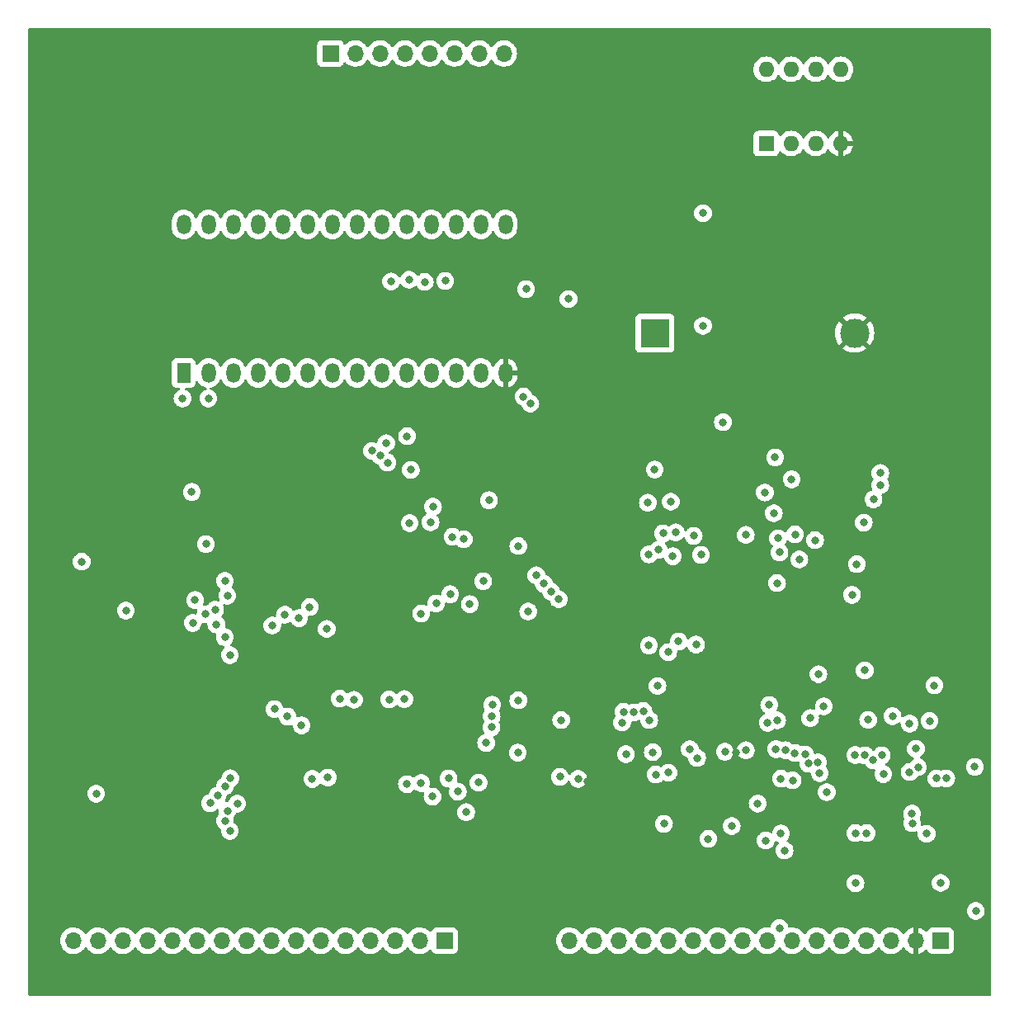
<source format=gbr>
%TF.GenerationSoftware,KiCad,Pcbnew,(6.0.0-0)*%
%TF.CreationDate,2022-02-14T20:56:17-05:00*%
%TF.ProjectId,RAM-MODULE,52414d2d-4d4f-4445-954c-452e6b696361,rev?*%
%TF.SameCoordinates,Original*%
%TF.FileFunction,Copper,L2,Inr*%
%TF.FilePolarity,Positive*%
%FSLAX46Y46*%
G04 Gerber Fmt 4.6, Leading zero omitted, Abs format (unit mm)*
G04 Created by KiCad (PCBNEW (6.0.0-0)) date 2022-02-14 20:56:17*
%MOMM*%
%LPD*%
G01*
G04 APERTURE LIST*
%TA.AperFunction,ComponentPad*%
%ADD10R,1.440000X2.000000*%
%TD*%
%TA.AperFunction,ComponentPad*%
%ADD11O,1.440000X2.000000*%
%TD*%
%TA.AperFunction,ComponentPad*%
%ADD12R,1.600000X1.600000*%
%TD*%
%TA.AperFunction,ComponentPad*%
%ADD13O,1.600000X1.600000*%
%TD*%
%TA.AperFunction,ComponentPad*%
%ADD14R,3.000000X3.000000*%
%TD*%
%TA.AperFunction,ComponentPad*%
%ADD15C,3.000000*%
%TD*%
%TA.AperFunction,ComponentPad*%
%ADD16R,1.700000X1.700000*%
%TD*%
%TA.AperFunction,ComponentPad*%
%ADD17O,1.700000X1.700000*%
%TD*%
%TA.AperFunction,ViaPad*%
%ADD18C,0.800000*%
%TD*%
G04 APERTURE END LIST*
D10*
%TO.N,MAR14*%
%TO.C,U1*%
X90757330Y-78241318D03*
D11*
%TO.N,MAR12*%
X93297330Y-78241318D03*
%TO.N,MAR7*%
X95837330Y-78241318D03*
%TO.N,MAR6*%
X98377330Y-78241318D03*
%TO.N,MAR5*%
X100917330Y-78241318D03*
%TO.N,MAR4*%
X103457330Y-78241318D03*
%TO.N,MAR3*%
X105997330Y-78241318D03*
%TO.N,MAR2*%
X108537330Y-78241318D03*
%TO.N,MAR1*%
X111077330Y-78241318D03*
%TO.N,MAR0*%
X113617330Y-78241318D03*
%TO.N,BUS0*%
X116157330Y-78241318D03*
%TO.N,BUS1*%
X118697330Y-78241318D03*
%TO.N,BUS2*%
X121237330Y-78241318D03*
%TO.N,GND*%
X123777330Y-78241318D03*
%TO.N,BUS3*%
X123777330Y-63001318D03*
%TO.N,BUS4*%
X121237330Y-63001318D03*
%TO.N,BUS5*%
X118697330Y-63001318D03*
%TO.N,BUS6*%
X116157330Y-63001318D03*
%TO.N,BUS7*%
X113617330Y-63001318D03*
%TO.N,~{ENABLE_ROM}*%
X111077330Y-63001318D03*
%TO.N,MAR10*%
X108537330Y-63001318D03*
%TO.N,~{READ}*%
X105997330Y-63001318D03*
%TO.N,MAR11*%
X103457330Y-63001318D03*
%TO.N,MAR9*%
X100917330Y-63001318D03*
%TO.N,MAR8*%
X98377330Y-63001318D03*
%TO.N,MAR13*%
X95837330Y-63001318D03*
%TO.N,+5V*%
X93297330Y-63001318D03*
X90757330Y-63001318D03*
%TD*%
D12*
%TO.N,VCC*%
%TO.C,U18*%
X150547330Y-54698818D03*
D13*
%TO.N,Net-(BT1-Pad1)*%
X153087330Y-54698818D03*
%TO.N,unconnected-(U18-Pad3)*%
X155627330Y-54698818D03*
%TO.N,GND*%
X158167330Y-54698818D03*
%TO.N,unconnected-(U18-Pad5)*%
X158167330Y-47078818D03*
%TO.N,unconnected-(U18-Pad6)*%
X155627330Y-47078818D03*
%TO.N,unconnected-(U18-Pad7)*%
X153087330Y-47078818D03*
%TO.N,+5V*%
X150547330Y-47078818D03*
%TD*%
D14*
%TO.N,Net-(BT1-Pad1)*%
%TO.C,BT1*%
X139121250Y-74148818D03*
D15*
%TO.N,GND*%
X159611250Y-74148818D03*
%TD*%
D16*
%TO.N,+5V*%
%TO.C,J3*%
X168437330Y-136498818D03*
D17*
%TO.N,GND*%
X165897330Y-136498818D03*
%TO.N,RESET*%
X163357330Y-136498818D03*
%TO.N,CLOCK*%
X160817330Y-136498818D03*
%TO.N,~{LATCH_MAR}*%
X158277330Y-136498818D03*
%TO.N,~{LATCH_DATA_SEGMENT}*%
X155737330Y-136498818D03*
%TO.N,~{LATCH_CODE_SEGMENT}*%
X153197330Y-136498818D03*
%TO.N,~{LATCH_STACK_SEGMENT}*%
X150657330Y-136498818D03*
%TO.N,~{DATA_SEGMENT_OUT}*%
X148117330Y-136498818D03*
%TO.N,~{CODE_SEGMENT_OUT}*%
X145577330Y-136498818D03*
%TO.N,~{STACK_SEGMENT_OUT}*%
X143037330Y-136498818D03*
%TO.N,~{USE_DATA_SEGMENT}*%
X140497330Y-136498818D03*
%TO.N,~{USE_CODE_SEGMENT}*%
X137957330Y-136498818D03*
%TO.N,~{USE_STACK_SEGMENT}*%
X135417330Y-136498818D03*
%TO.N,~{READ}*%
X132877330Y-136498818D03*
%TO.N,~{WRITE}*%
X130337330Y-136498818D03*
%TD*%
D16*
%TO.N,BUS7*%
%TO.C,J2*%
X105827330Y-45448818D03*
D17*
%TO.N,BUS6*%
X108367330Y-45448818D03*
%TO.N,BUS5*%
X110907330Y-45448818D03*
%TO.N,BUS4*%
X113447330Y-45448818D03*
%TO.N,BUS3*%
X115987330Y-45448818D03*
%TO.N,BUS2*%
X118527330Y-45448818D03*
%TO.N,BUS1*%
X121067330Y-45448818D03*
%TO.N,BUS0*%
X123607330Y-45448818D03*
%TD*%
D16*
%TO.N,ADDR_BUS15*%
%TO.C,J1*%
X117547330Y-136498818D03*
D17*
%TO.N,ADDR_BUS14*%
X115007330Y-136498818D03*
%TO.N,ADDR_BUS13*%
X112467330Y-136498818D03*
%TO.N,ADDR_BUS12*%
X109927330Y-136498818D03*
%TO.N,ADDR_BUS11*%
X107387330Y-136498818D03*
%TO.N,ADDR_BUS10*%
X104847330Y-136498818D03*
%TO.N,ADDR_BUS9*%
X102307330Y-136498818D03*
%TO.N,ADDR_BUS8*%
X99767330Y-136498818D03*
%TO.N,ADDR_BUS7*%
X97227330Y-136498818D03*
%TO.N,ADDR_BUS6*%
X94687330Y-136498818D03*
%TO.N,ADDR_BUS5*%
X92147330Y-136498818D03*
%TO.N,ADDR_BUS4*%
X89607330Y-136498818D03*
%TO.N,ADDR_BUS3*%
X87067330Y-136498818D03*
%TO.N,ADDR_BUS2*%
X84527330Y-136498818D03*
%TO.N,ADDR_BUS1*%
X81987330Y-136498818D03*
%TO.N,ADDR_BUS0*%
X79447330Y-136498818D03*
%TD*%
D18*
%TO.N,GND*%
X79808506Y-104087494D03*
X91743165Y-109777165D03*
%TO.N,MAR8*%
X95504000Y-125222000D03*
%TO.N,MAR0*%
X84836000Y-102616000D03*
X95504000Y-107188000D03*
%TO.N,GND*%
X134360258Y-113505630D03*
X135890000Y-67310000D03*
X137097330Y-101298818D03*
X131421830Y-116795374D03*
X110147330Y-104598818D03*
X113210031Y-82661519D03*
X133697330Y-123548818D03*
X108243438Y-103073318D03*
X149697330Y-104698818D03*
X157647330Y-109548818D03*
X96447330Y-126398818D03*
X140622330Y-102373818D03*
X141409830Y-110411318D03*
X149702046Y-120924318D03*
X147447330Y-117198818D03*
X157397330Y-102998818D03*
X151297330Y-98398818D03*
X135890000Y-64262000D03*
X125400000Y-106400000D03*
X149297330Y-110448818D03*
X137347330Y-109998818D03*
X110997379Y-125438500D03*
X132225959Y-120114577D03*
X141734830Y-121211318D03*
X127998536Y-117091302D03*
%TO.N,BUS7*%
X113893029Y-68669918D03*
X110953707Y-86734654D03*
%TO.N,BUS6*%
X111672830Y-87428820D03*
X115497330Y-68898818D03*
%TO.N,BUS5*%
X117597330Y-68798818D03*
X114071340Y-88183147D03*
%TO.N,BUS3*%
X154523822Y-117378098D03*
X113397330Y-111698818D03*
X129247330Y-101448818D03*
X138538471Y-113851666D03*
X125897868Y-69639126D03*
%TO.N,BUS2*%
X137933805Y-112914101D03*
X153488580Y-117247681D03*
X111847330Y-111748818D03*
X128446831Y-100649317D03*
%TO.N,BUS1*%
X136945679Y-113064473D03*
X108237830Y-111774990D03*
X152534338Y-116950313D03*
X127722330Y-99873818D03*
%TO.N,BUS0*%
X126946850Y-98999298D03*
X135897330Y-112998818D03*
X151541477Y-116835287D03*
X106788829Y-111659841D03*
%TO.N,MAR7*%
X118110838Y-100948818D03*
X94996000Y-99568000D03*
%TO.N,MAR6*%
X95250000Y-101092000D03*
X116661837Y-101885546D03*
%TO.N,MAR5*%
X115122830Y-102926969D03*
X91926642Y-101537978D03*
%TO.N,MAR4*%
X103697330Y-102248818D03*
X93988487Y-102531252D03*
%TO.N,MAR3*%
X93010412Y-102986979D03*
X102597330Y-103398818D03*
%TO.N,MAR2*%
X94114549Y-104027501D03*
X101147330Y-103048818D03*
%TO.N,MAR1*%
X99847330Y-104148818D03*
X91694000Y-103886000D03*
%TO.N,~{ENABLE_RAM_LOW}*%
X105447330Y-104498818D03*
X125100000Y-96000000D03*
X148447330Y-94848818D03*
%TO.N,+5V*%
X126111555Y-102713043D03*
X140477824Y-106884158D03*
X155047330Y-113648818D03*
X165897330Y-116798818D03*
X144047330Y-73398818D03*
X136147330Y-117348818D03*
X81788000Y-121412000D03*
X131250348Y-119897349D03*
X159834629Y-97861519D03*
X146297330Y-117098818D03*
X155897330Y-109148818D03*
X144047330Y-61848818D03*
X166997330Y-125523318D03*
X150686300Y-114123318D03*
X159700000Y-130600000D03*
X159347330Y-100998818D03*
X129367667Y-119684598D03*
X156447330Y-112448818D03*
X163497330Y-113449318D03*
X80297330Y-97598818D03*
X138392817Y-91553331D03*
X142694874Y-116832050D03*
X168437330Y-130562670D03*
X146097330Y-83298818D03*
X125047330Y-117198818D03*
X166111055Y-118691998D03*
%TO.N,MAR8*%
X122097330Y-91298818D03*
X119746850Y-123299298D03*
%TO.N,MAR9*%
X120114439Y-101960963D03*
X94996000Y-124206000D03*
X121016850Y-120268338D03*
%TO.N,MAR10*%
X118897330Y-121198818D03*
X95250000Y-123190000D03*
X119497330Y-95298818D03*
%TO.N,MAR11*%
X117946331Y-119848818D03*
X118347330Y-95048818D03*
X96266000Y-122428000D03*
%TO.N,MAR12*%
X93297330Y-80848818D03*
X93471836Y-122390500D03*
X116097330Y-93548818D03*
X116297330Y-121698818D03*
%TO.N,MAR13*%
X116347330Y-91948818D03*
X115123319Y-120314900D03*
X94231224Y-121628500D03*
%TO.N,MAR14*%
X113947330Y-93648818D03*
X113674319Y-120430067D03*
X95000299Y-120654299D03*
X90647330Y-80848818D03*
%TO.N,~{READ}*%
X112047330Y-68848818D03*
X110091729Y-86228690D03*
%TO.N,MAR15*%
X103961350Y-119898818D03*
X95550424Y-119818364D03*
X126335631Y-81381074D03*
X111547330Y-85448818D03*
%TO.N,CLOCK*%
X139197330Y-119448818D03*
X147002606Y-124724318D03*
%TO.N,SEG0*%
X156022830Y-119292818D03*
X122346830Y-114590767D03*
X138497330Y-96848818D03*
X159667690Y-117440021D03*
X102856563Y-114398225D03*
%TO.N,SEG1*%
X139509555Y-96375237D03*
X160666511Y-117476914D03*
X122359402Y-113462148D03*
X101421350Y-113503818D03*
X155858293Y-118202567D03*
%TO.N,SEG2*%
X100072330Y-112723818D03*
X122423808Y-112288258D03*
X154866355Y-118325297D03*
X161533053Y-117975020D03*
X140958471Y-97045118D03*
%TO.N,~{LATCH_DATA_SEGMENT}*%
X140047330Y-124498818D03*
X152422829Y-127222829D03*
X138897330Y-117148818D03*
%TO.N,RESET*%
X167297330Y-113948818D03*
X148447330Y-116948818D03*
X172047830Y-133434812D03*
X135747330Y-114098818D03*
X151656851Y-113882331D03*
%TO.N,SEG3*%
X91600000Y-90450000D03*
X150847330Y-112298818D03*
X151647330Y-99798818D03*
X151750627Y-95199817D03*
X129497330Y-113848818D03*
X150398818Y-90498818D03*
X162397781Y-117473769D03*
X138497330Y-106198818D03*
%TO.N,USE_DATA_SEGMENT*%
X121500000Y-99600000D03*
X151447330Y-86898818D03*
%TO.N,~{DATA_SEGMENT_OUT}*%
X125094576Y-111826170D03*
%TO.N,Net-(U10-Pad2)*%
X150480512Y-126206599D03*
X149662997Y-122423318D03*
%TO.N,Net-(U10-Pad3)*%
X152047330Y-119874318D03*
X144597330Y-126048818D03*
%TO.N,Net-(U10-Pad4)*%
X152047330Y-125498818D03*
X153250454Y-120045213D03*
%TO.N,~{LATCH_CODE_SEGMENT}*%
X151900000Y-135200000D03*
X156747330Y-121248818D03*
%TO.N,USE_CODE_SEGMENT*%
X140497330Y-119248818D03*
X139380926Y-110350238D03*
X143447330Y-117748818D03*
X141547330Y-105798818D03*
%TO.N,~{CODE_SEGMENT_OUT}*%
X143347330Y-106098818D03*
%TO.N,Net-(U12-Pad3)*%
X167997330Y-119848818D03*
X160647330Y-108748818D03*
%TO.N,Net-(U12-Pad4)*%
X159697330Y-125448818D03*
X165497330Y-123448818D03*
%TO.N,Net-(U12-Pad5)*%
X165514991Y-124448165D03*
X160847330Y-125448818D03*
%TO.N,Net-(U12-Pad6)*%
X169010379Y-119837268D03*
X162560051Y-119396984D03*
%TO.N,~{LATCH_STACK_SEGMENT}*%
X165246830Y-119194113D03*
%TO.N,USE_STACK_SEGMENT*%
X160547330Y-93598818D03*
X167797330Y-110298818D03*
X165246830Y-114223318D03*
X160997330Y-113823318D03*
%TO.N,~{ENABLE_ROM}*%
X140747330Y-91448818D03*
X130250000Y-70650000D03*
X151897330Y-96648818D03*
X139097330Y-88148818D03*
%TO.N,Net-(U15-Pad10)*%
X141247330Y-94598818D03*
X143847330Y-96898818D03*
%TO.N,Net-(U15-Pad12)*%
X139947330Y-94698818D03*
X143097330Y-94948818D03*
%TO.N,Net-(U16-Pad4)*%
X151322830Y-92625370D03*
X155547330Y-95398818D03*
%TO.N,~{LATCH_MAR}*%
X171942553Y-118650309D03*
X153497330Y-94798818D03*
%TO.N,VCC*%
X113684629Y-84724318D03*
X125625636Y-80659037D03*
%TO.N,Net-(U16-Pad12)*%
X153147330Y-89148818D03*
X93047330Y-95798818D03*
X94997330Y-105348818D03*
%TO.N,~{USE_DATA_SEGMENT}*%
X161547830Y-91198818D03*
%TO.N,~{USE_CODE_SEGMENT}*%
X162247330Y-89748818D03*
%TO.N,~{USE_STACK_SEGMENT}*%
X162247330Y-88498818D03*
%TO.N,~{ENABLE_RAM_HIGH}*%
X105547330Y-119748818D03*
X121798074Y-116198074D03*
X153935031Y-97373318D03*
%TD*%
%TA.AperFunction,Conductor*%
%TO.N,GND*%
G36*
X173531451Y-42876820D02*
G01*
X173577944Y-42930476D01*
X173589330Y-42982818D01*
X173589330Y-142014818D01*
X173569328Y-142082939D01*
X173515672Y-142129432D01*
X173463330Y-142140818D01*
X74931330Y-142140818D01*
X74863209Y-142120816D01*
X74816716Y-142067160D01*
X74805330Y-142014818D01*
X74805330Y-136465513D01*
X78084581Y-136465513D01*
X78097440Y-136688533D01*
X78098577Y-136693579D01*
X78098578Y-136693585D01*
X78119605Y-136786887D01*
X78146552Y-136906457D01*
X78230596Y-137113434D01*
X78268015Y-137174496D01*
X78344621Y-137299506D01*
X78347317Y-137303906D01*
X78493580Y-137472756D01*
X78665456Y-137615450D01*
X78858330Y-137728156D01*
X79067022Y-137807848D01*
X79072090Y-137808879D01*
X79072093Y-137808880D01*
X79167192Y-137828228D01*
X79285927Y-137852385D01*
X79291102Y-137852575D01*
X79291104Y-137852575D01*
X79504003Y-137860382D01*
X79504007Y-137860382D01*
X79509167Y-137860571D01*
X79514287Y-137859915D01*
X79514289Y-137859915D01*
X79725618Y-137832843D01*
X79725619Y-137832843D01*
X79730746Y-137832186D01*
X79735696Y-137830701D01*
X79939759Y-137769479D01*
X79939764Y-137769477D01*
X79944714Y-137767992D01*
X80145324Y-137669714D01*
X80327190Y-137539991D01*
X80485426Y-137382307D01*
X80544924Y-137299507D01*
X80615783Y-137200895D01*
X80617106Y-137201846D01*
X80663975Y-137158675D01*
X80733910Y-137146443D01*
X80799356Y-137173962D01*
X80827205Y-137205812D01*
X80887317Y-137303906D01*
X81033580Y-137472756D01*
X81205456Y-137615450D01*
X81398330Y-137728156D01*
X81607022Y-137807848D01*
X81612090Y-137808879D01*
X81612093Y-137808880D01*
X81707192Y-137828228D01*
X81825927Y-137852385D01*
X81831102Y-137852575D01*
X81831104Y-137852575D01*
X82044003Y-137860382D01*
X82044007Y-137860382D01*
X82049167Y-137860571D01*
X82054287Y-137859915D01*
X82054289Y-137859915D01*
X82265618Y-137832843D01*
X82265619Y-137832843D01*
X82270746Y-137832186D01*
X82275696Y-137830701D01*
X82479759Y-137769479D01*
X82479764Y-137769477D01*
X82484714Y-137767992D01*
X82685324Y-137669714D01*
X82867190Y-137539991D01*
X83025426Y-137382307D01*
X83084924Y-137299507D01*
X83155783Y-137200895D01*
X83157106Y-137201846D01*
X83203975Y-137158675D01*
X83273910Y-137146443D01*
X83339356Y-137173962D01*
X83367205Y-137205812D01*
X83427317Y-137303906D01*
X83573580Y-137472756D01*
X83745456Y-137615450D01*
X83938330Y-137728156D01*
X84147022Y-137807848D01*
X84152090Y-137808879D01*
X84152093Y-137808880D01*
X84247192Y-137828228D01*
X84365927Y-137852385D01*
X84371102Y-137852575D01*
X84371104Y-137852575D01*
X84584003Y-137860382D01*
X84584007Y-137860382D01*
X84589167Y-137860571D01*
X84594287Y-137859915D01*
X84594289Y-137859915D01*
X84805618Y-137832843D01*
X84805619Y-137832843D01*
X84810746Y-137832186D01*
X84815696Y-137830701D01*
X85019759Y-137769479D01*
X85019764Y-137769477D01*
X85024714Y-137767992D01*
X85225324Y-137669714D01*
X85407190Y-137539991D01*
X85565426Y-137382307D01*
X85624924Y-137299507D01*
X85695783Y-137200895D01*
X85697106Y-137201846D01*
X85743975Y-137158675D01*
X85813910Y-137146443D01*
X85879356Y-137173962D01*
X85907205Y-137205812D01*
X85967317Y-137303906D01*
X86113580Y-137472756D01*
X86285456Y-137615450D01*
X86478330Y-137728156D01*
X86687022Y-137807848D01*
X86692090Y-137808879D01*
X86692093Y-137808880D01*
X86787192Y-137828228D01*
X86905927Y-137852385D01*
X86911102Y-137852575D01*
X86911104Y-137852575D01*
X87124003Y-137860382D01*
X87124007Y-137860382D01*
X87129167Y-137860571D01*
X87134287Y-137859915D01*
X87134289Y-137859915D01*
X87345618Y-137832843D01*
X87345619Y-137832843D01*
X87350746Y-137832186D01*
X87355696Y-137830701D01*
X87559759Y-137769479D01*
X87559764Y-137769477D01*
X87564714Y-137767992D01*
X87765324Y-137669714D01*
X87947190Y-137539991D01*
X88105426Y-137382307D01*
X88164924Y-137299507D01*
X88235783Y-137200895D01*
X88237106Y-137201846D01*
X88283975Y-137158675D01*
X88353910Y-137146443D01*
X88419356Y-137173962D01*
X88447205Y-137205812D01*
X88507317Y-137303906D01*
X88653580Y-137472756D01*
X88825456Y-137615450D01*
X89018330Y-137728156D01*
X89227022Y-137807848D01*
X89232090Y-137808879D01*
X89232093Y-137808880D01*
X89327192Y-137828228D01*
X89445927Y-137852385D01*
X89451102Y-137852575D01*
X89451104Y-137852575D01*
X89664003Y-137860382D01*
X89664007Y-137860382D01*
X89669167Y-137860571D01*
X89674287Y-137859915D01*
X89674289Y-137859915D01*
X89885618Y-137832843D01*
X89885619Y-137832843D01*
X89890746Y-137832186D01*
X89895696Y-137830701D01*
X90099759Y-137769479D01*
X90099764Y-137769477D01*
X90104714Y-137767992D01*
X90305324Y-137669714D01*
X90487190Y-137539991D01*
X90645426Y-137382307D01*
X90704924Y-137299507D01*
X90775783Y-137200895D01*
X90777106Y-137201846D01*
X90823975Y-137158675D01*
X90893910Y-137146443D01*
X90959356Y-137173962D01*
X90987205Y-137205812D01*
X91047317Y-137303906D01*
X91193580Y-137472756D01*
X91365456Y-137615450D01*
X91558330Y-137728156D01*
X91767022Y-137807848D01*
X91772090Y-137808879D01*
X91772093Y-137808880D01*
X91867192Y-137828228D01*
X91985927Y-137852385D01*
X91991102Y-137852575D01*
X91991104Y-137852575D01*
X92204003Y-137860382D01*
X92204007Y-137860382D01*
X92209167Y-137860571D01*
X92214287Y-137859915D01*
X92214289Y-137859915D01*
X92425618Y-137832843D01*
X92425619Y-137832843D01*
X92430746Y-137832186D01*
X92435696Y-137830701D01*
X92639759Y-137769479D01*
X92639764Y-137769477D01*
X92644714Y-137767992D01*
X92845324Y-137669714D01*
X93027190Y-137539991D01*
X93185426Y-137382307D01*
X93244924Y-137299507D01*
X93315783Y-137200895D01*
X93317106Y-137201846D01*
X93363975Y-137158675D01*
X93433910Y-137146443D01*
X93499356Y-137173962D01*
X93527205Y-137205812D01*
X93587317Y-137303906D01*
X93733580Y-137472756D01*
X93905456Y-137615450D01*
X94098330Y-137728156D01*
X94307022Y-137807848D01*
X94312090Y-137808879D01*
X94312093Y-137808880D01*
X94407192Y-137828228D01*
X94525927Y-137852385D01*
X94531102Y-137852575D01*
X94531104Y-137852575D01*
X94744003Y-137860382D01*
X94744007Y-137860382D01*
X94749167Y-137860571D01*
X94754287Y-137859915D01*
X94754289Y-137859915D01*
X94965618Y-137832843D01*
X94965619Y-137832843D01*
X94970746Y-137832186D01*
X94975696Y-137830701D01*
X95179759Y-137769479D01*
X95179764Y-137769477D01*
X95184714Y-137767992D01*
X95385324Y-137669714D01*
X95567190Y-137539991D01*
X95725426Y-137382307D01*
X95784924Y-137299507D01*
X95855783Y-137200895D01*
X95857106Y-137201846D01*
X95903975Y-137158675D01*
X95973910Y-137146443D01*
X96039356Y-137173962D01*
X96067205Y-137205812D01*
X96127317Y-137303906D01*
X96273580Y-137472756D01*
X96445456Y-137615450D01*
X96638330Y-137728156D01*
X96847022Y-137807848D01*
X96852090Y-137808879D01*
X96852093Y-137808880D01*
X96947192Y-137828228D01*
X97065927Y-137852385D01*
X97071102Y-137852575D01*
X97071104Y-137852575D01*
X97284003Y-137860382D01*
X97284007Y-137860382D01*
X97289167Y-137860571D01*
X97294287Y-137859915D01*
X97294289Y-137859915D01*
X97505618Y-137832843D01*
X97505619Y-137832843D01*
X97510746Y-137832186D01*
X97515696Y-137830701D01*
X97719759Y-137769479D01*
X97719764Y-137769477D01*
X97724714Y-137767992D01*
X97925324Y-137669714D01*
X98107190Y-137539991D01*
X98265426Y-137382307D01*
X98324924Y-137299507D01*
X98395783Y-137200895D01*
X98397106Y-137201846D01*
X98443975Y-137158675D01*
X98513910Y-137146443D01*
X98579356Y-137173962D01*
X98607205Y-137205812D01*
X98667317Y-137303906D01*
X98813580Y-137472756D01*
X98985456Y-137615450D01*
X99178330Y-137728156D01*
X99387022Y-137807848D01*
X99392090Y-137808879D01*
X99392093Y-137808880D01*
X99487192Y-137828228D01*
X99605927Y-137852385D01*
X99611102Y-137852575D01*
X99611104Y-137852575D01*
X99824003Y-137860382D01*
X99824007Y-137860382D01*
X99829167Y-137860571D01*
X99834287Y-137859915D01*
X99834289Y-137859915D01*
X100045618Y-137832843D01*
X100045619Y-137832843D01*
X100050746Y-137832186D01*
X100055696Y-137830701D01*
X100259759Y-137769479D01*
X100259764Y-137769477D01*
X100264714Y-137767992D01*
X100465324Y-137669714D01*
X100647190Y-137539991D01*
X100805426Y-137382307D01*
X100864924Y-137299507D01*
X100935783Y-137200895D01*
X100937106Y-137201846D01*
X100983975Y-137158675D01*
X101053910Y-137146443D01*
X101119356Y-137173962D01*
X101147205Y-137205812D01*
X101207317Y-137303906D01*
X101353580Y-137472756D01*
X101525456Y-137615450D01*
X101718330Y-137728156D01*
X101927022Y-137807848D01*
X101932090Y-137808879D01*
X101932093Y-137808880D01*
X102027192Y-137828228D01*
X102145927Y-137852385D01*
X102151102Y-137852575D01*
X102151104Y-137852575D01*
X102364003Y-137860382D01*
X102364007Y-137860382D01*
X102369167Y-137860571D01*
X102374287Y-137859915D01*
X102374289Y-137859915D01*
X102585618Y-137832843D01*
X102585619Y-137832843D01*
X102590746Y-137832186D01*
X102595696Y-137830701D01*
X102799759Y-137769479D01*
X102799764Y-137769477D01*
X102804714Y-137767992D01*
X103005324Y-137669714D01*
X103187190Y-137539991D01*
X103345426Y-137382307D01*
X103404924Y-137299507D01*
X103475783Y-137200895D01*
X103477106Y-137201846D01*
X103523975Y-137158675D01*
X103593910Y-137146443D01*
X103659356Y-137173962D01*
X103687205Y-137205812D01*
X103747317Y-137303906D01*
X103893580Y-137472756D01*
X104065456Y-137615450D01*
X104258330Y-137728156D01*
X104467022Y-137807848D01*
X104472090Y-137808879D01*
X104472093Y-137808880D01*
X104567192Y-137828228D01*
X104685927Y-137852385D01*
X104691102Y-137852575D01*
X104691104Y-137852575D01*
X104904003Y-137860382D01*
X104904007Y-137860382D01*
X104909167Y-137860571D01*
X104914287Y-137859915D01*
X104914289Y-137859915D01*
X105125618Y-137832843D01*
X105125619Y-137832843D01*
X105130746Y-137832186D01*
X105135696Y-137830701D01*
X105339759Y-137769479D01*
X105339764Y-137769477D01*
X105344714Y-137767992D01*
X105545324Y-137669714D01*
X105727190Y-137539991D01*
X105885426Y-137382307D01*
X105944924Y-137299507D01*
X106015783Y-137200895D01*
X106017106Y-137201846D01*
X106063975Y-137158675D01*
X106133910Y-137146443D01*
X106199356Y-137173962D01*
X106227205Y-137205812D01*
X106287317Y-137303906D01*
X106433580Y-137472756D01*
X106605456Y-137615450D01*
X106798330Y-137728156D01*
X107007022Y-137807848D01*
X107012090Y-137808879D01*
X107012093Y-137808880D01*
X107107192Y-137828228D01*
X107225927Y-137852385D01*
X107231102Y-137852575D01*
X107231104Y-137852575D01*
X107444003Y-137860382D01*
X107444007Y-137860382D01*
X107449167Y-137860571D01*
X107454287Y-137859915D01*
X107454289Y-137859915D01*
X107665618Y-137832843D01*
X107665619Y-137832843D01*
X107670746Y-137832186D01*
X107675696Y-137830701D01*
X107879759Y-137769479D01*
X107879764Y-137769477D01*
X107884714Y-137767992D01*
X108085324Y-137669714D01*
X108267190Y-137539991D01*
X108425426Y-137382307D01*
X108484924Y-137299507D01*
X108555783Y-137200895D01*
X108557106Y-137201846D01*
X108603975Y-137158675D01*
X108673910Y-137146443D01*
X108739356Y-137173962D01*
X108767205Y-137205812D01*
X108827317Y-137303906D01*
X108973580Y-137472756D01*
X109145456Y-137615450D01*
X109338330Y-137728156D01*
X109547022Y-137807848D01*
X109552090Y-137808879D01*
X109552093Y-137808880D01*
X109647192Y-137828228D01*
X109765927Y-137852385D01*
X109771102Y-137852575D01*
X109771104Y-137852575D01*
X109984003Y-137860382D01*
X109984007Y-137860382D01*
X109989167Y-137860571D01*
X109994287Y-137859915D01*
X109994289Y-137859915D01*
X110205618Y-137832843D01*
X110205619Y-137832843D01*
X110210746Y-137832186D01*
X110215696Y-137830701D01*
X110419759Y-137769479D01*
X110419764Y-137769477D01*
X110424714Y-137767992D01*
X110625324Y-137669714D01*
X110807190Y-137539991D01*
X110965426Y-137382307D01*
X111024924Y-137299507D01*
X111095783Y-137200895D01*
X111097106Y-137201846D01*
X111143975Y-137158675D01*
X111213910Y-137146443D01*
X111279356Y-137173962D01*
X111307205Y-137205812D01*
X111367317Y-137303906D01*
X111513580Y-137472756D01*
X111685456Y-137615450D01*
X111878330Y-137728156D01*
X112087022Y-137807848D01*
X112092090Y-137808879D01*
X112092093Y-137808880D01*
X112187192Y-137828228D01*
X112305927Y-137852385D01*
X112311102Y-137852575D01*
X112311104Y-137852575D01*
X112524003Y-137860382D01*
X112524007Y-137860382D01*
X112529167Y-137860571D01*
X112534287Y-137859915D01*
X112534289Y-137859915D01*
X112745618Y-137832843D01*
X112745619Y-137832843D01*
X112750746Y-137832186D01*
X112755696Y-137830701D01*
X112959759Y-137769479D01*
X112959764Y-137769477D01*
X112964714Y-137767992D01*
X113165324Y-137669714D01*
X113347190Y-137539991D01*
X113505426Y-137382307D01*
X113564924Y-137299507D01*
X113635783Y-137200895D01*
X113637106Y-137201846D01*
X113683975Y-137158675D01*
X113753910Y-137146443D01*
X113819356Y-137173962D01*
X113847205Y-137205812D01*
X113907317Y-137303906D01*
X114053580Y-137472756D01*
X114225456Y-137615450D01*
X114418330Y-137728156D01*
X114627022Y-137807848D01*
X114632090Y-137808879D01*
X114632093Y-137808880D01*
X114727192Y-137828228D01*
X114845927Y-137852385D01*
X114851102Y-137852575D01*
X114851104Y-137852575D01*
X115064003Y-137860382D01*
X115064007Y-137860382D01*
X115069167Y-137860571D01*
X115074287Y-137859915D01*
X115074289Y-137859915D01*
X115285618Y-137832843D01*
X115285619Y-137832843D01*
X115290746Y-137832186D01*
X115295696Y-137830701D01*
X115499759Y-137769479D01*
X115499764Y-137769477D01*
X115504714Y-137767992D01*
X115705324Y-137669714D01*
X115887190Y-137539991D01*
X115995421Y-137432137D01*
X116057792Y-137398222D01*
X116128598Y-137403410D01*
X116185360Y-137446056D01*
X116202342Y-137477159D01*
X116246715Y-137595523D01*
X116334069Y-137712079D01*
X116450625Y-137799433D01*
X116587014Y-137850563D01*
X116649196Y-137857318D01*
X118445464Y-137857318D01*
X118507646Y-137850563D01*
X118644035Y-137799433D01*
X118760591Y-137712079D01*
X118847945Y-137595523D01*
X118899075Y-137459134D01*
X118905830Y-137396952D01*
X118905830Y-136465513D01*
X128974581Y-136465513D01*
X128987440Y-136688533D01*
X128988577Y-136693579D01*
X128988578Y-136693585D01*
X129009605Y-136786887D01*
X129036552Y-136906457D01*
X129120596Y-137113434D01*
X129158015Y-137174496D01*
X129234621Y-137299506D01*
X129237317Y-137303906D01*
X129383580Y-137472756D01*
X129555456Y-137615450D01*
X129748330Y-137728156D01*
X129957022Y-137807848D01*
X129962090Y-137808879D01*
X129962093Y-137808880D01*
X130057192Y-137828228D01*
X130175927Y-137852385D01*
X130181102Y-137852575D01*
X130181104Y-137852575D01*
X130394003Y-137860382D01*
X130394007Y-137860382D01*
X130399167Y-137860571D01*
X130404287Y-137859915D01*
X130404289Y-137859915D01*
X130615618Y-137832843D01*
X130615619Y-137832843D01*
X130620746Y-137832186D01*
X130625696Y-137830701D01*
X130829759Y-137769479D01*
X130829764Y-137769477D01*
X130834714Y-137767992D01*
X131035324Y-137669714D01*
X131217190Y-137539991D01*
X131375426Y-137382307D01*
X131434924Y-137299507D01*
X131505783Y-137200895D01*
X131507106Y-137201846D01*
X131553975Y-137158675D01*
X131623910Y-137146443D01*
X131689356Y-137173962D01*
X131717205Y-137205812D01*
X131777317Y-137303906D01*
X131923580Y-137472756D01*
X132095456Y-137615450D01*
X132288330Y-137728156D01*
X132497022Y-137807848D01*
X132502090Y-137808879D01*
X132502093Y-137808880D01*
X132597192Y-137828228D01*
X132715927Y-137852385D01*
X132721102Y-137852575D01*
X132721104Y-137852575D01*
X132934003Y-137860382D01*
X132934007Y-137860382D01*
X132939167Y-137860571D01*
X132944287Y-137859915D01*
X132944289Y-137859915D01*
X133155618Y-137832843D01*
X133155619Y-137832843D01*
X133160746Y-137832186D01*
X133165696Y-137830701D01*
X133369759Y-137769479D01*
X133369764Y-137769477D01*
X133374714Y-137767992D01*
X133575324Y-137669714D01*
X133757190Y-137539991D01*
X133915426Y-137382307D01*
X133974924Y-137299507D01*
X134045783Y-137200895D01*
X134047106Y-137201846D01*
X134093975Y-137158675D01*
X134163910Y-137146443D01*
X134229356Y-137173962D01*
X134257205Y-137205812D01*
X134317317Y-137303906D01*
X134463580Y-137472756D01*
X134635456Y-137615450D01*
X134828330Y-137728156D01*
X135037022Y-137807848D01*
X135042090Y-137808879D01*
X135042093Y-137808880D01*
X135137192Y-137828228D01*
X135255927Y-137852385D01*
X135261102Y-137852575D01*
X135261104Y-137852575D01*
X135474003Y-137860382D01*
X135474007Y-137860382D01*
X135479167Y-137860571D01*
X135484287Y-137859915D01*
X135484289Y-137859915D01*
X135695618Y-137832843D01*
X135695619Y-137832843D01*
X135700746Y-137832186D01*
X135705696Y-137830701D01*
X135909759Y-137769479D01*
X135909764Y-137769477D01*
X135914714Y-137767992D01*
X136115324Y-137669714D01*
X136297190Y-137539991D01*
X136455426Y-137382307D01*
X136514924Y-137299507D01*
X136585783Y-137200895D01*
X136587106Y-137201846D01*
X136633975Y-137158675D01*
X136703910Y-137146443D01*
X136769356Y-137173962D01*
X136797205Y-137205812D01*
X136857317Y-137303906D01*
X137003580Y-137472756D01*
X137175456Y-137615450D01*
X137368330Y-137728156D01*
X137577022Y-137807848D01*
X137582090Y-137808879D01*
X137582093Y-137808880D01*
X137677192Y-137828228D01*
X137795927Y-137852385D01*
X137801102Y-137852575D01*
X137801104Y-137852575D01*
X138014003Y-137860382D01*
X138014007Y-137860382D01*
X138019167Y-137860571D01*
X138024287Y-137859915D01*
X138024289Y-137859915D01*
X138235618Y-137832843D01*
X138235619Y-137832843D01*
X138240746Y-137832186D01*
X138245696Y-137830701D01*
X138449759Y-137769479D01*
X138449764Y-137769477D01*
X138454714Y-137767992D01*
X138655324Y-137669714D01*
X138837190Y-137539991D01*
X138995426Y-137382307D01*
X139054924Y-137299507D01*
X139125783Y-137200895D01*
X139127106Y-137201846D01*
X139173975Y-137158675D01*
X139243910Y-137146443D01*
X139309356Y-137173962D01*
X139337205Y-137205812D01*
X139397317Y-137303906D01*
X139543580Y-137472756D01*
X139715456Y-137615450D01*
X139908330Y-137728156D01*
X140117022Y-137807848D01*
X140122090Y-137808879D01*
X140122093Y-137808880D01*
X140217192Y-137828228D01*
X140335927Y-137852385D01*
X140341102Y-137852575D01*
X140341104Y-137852575D01*
X140554003Y-137860382D01*
X140554007Y-137860382D01*
X140559167Y-137860571D01*
X140564287Y-137859915D01*
X140564289Y-137859915D01*
X140775618Y-137832843D01*
X140775619Y-137832843D01*
X140780746Y-137832186D01*
X140785696Y-137830701D01*
X140989759Y-137769479D01*
X140989764Y-137769477D01*
X140994714Y-137767992D01*
X141195324Y-137669714D01*
X141377190Y-137539991D01*
X141535426Y-137382307D01*
X141594924Y-137299507D01*
X141665783Y-137200895D01*
X141667106Y-137201846D01*
X141713975Y-137158675D01*
X141783910Y-137146443D01*
X141849356Y-137173962D01*
X141877205Y-137205812D01*
X141937317Y-137303906D01*
X142083580Y-137472756D01*
X142255456Y-137615450D01*
X142448330Y-137728156D01*
X142657022Y-137807848D01*
X142662090Y-137808879D01*
X142662093Y-137808880D01*
X142757192Y-137828228D01*
X142875927Y-137852385D01*
X142881102Y-137852575D01*
X142881104Y-137852575D01*
X143094003Y-137860382D01*
X143094007Y-137860382D01*
X143099167Y-137860571D01*
X143104287Y-137859915D01*
X143104289Y-137859915D01*
X143315618Y-137832843D01*
X143315619Y-137832843D01*
X143320746Y-137832186D01*
X143325696Y-137830701D01*
X143529759Y-137769479D01*
X143529764Y-137769477D01*
X143534714Y-137767992D01*
X143735324Y-137669714D01*
X143917190Y-137539991D01*
X144075426Y-137382307D01*
X144134924Y-137299507D01*
X144205783Y-137200895D01*
X144207106Y-137201846D01*
X144253975Y-137158675D01*
X144323910Y-137146443D01*
X144389356Y-137173962D01*
X144417205Y-137205812D01*
X144477317Y-137303906D01*
X144623580Y-137472756D01*
X144795456Y-137615450D01*
X144988330Y-137728156D01*
X145197022Y-137807848D01*
X145202090Y-137808879D01*
X145202093Y-137808880D01*
X145297192Y-137828228D01*
X145415927Y-137852385D01*
X145421102Y-137852575D01*
X145421104Y-137852575D01*
X145634003Y-137860382D01*
X145634007Y-137860382D01*
X145639167Y-137860571D01*
X145644287Y-137859915D01*
X145644289Y-137859915D01*
X145855618Y-137832843D01*
X145855619Y-137832843D01*
X145860746Y-137832186D01*
X145865696Y-137830701D01*
X146069759Y-137769479D01*
X146069764Y-137769477D01*
X146074714Y-137767992D01*
X146275324Y-137669714D01*
X146457190Y-137539991D01*
X146615426Y-137382307D01*
X146674924Y-137299507D01*
X146745783Y-137200895D01*
X146747106Y-137201846D01*
X146793975Y-137158675D01*
X146863910Y-137146443D01*
X146929356Y-137173962D01*
X146957205Y-137205812D01*
X147017317Y-137303906D01*
X147163580Y-137472756D01*
X147335456Y-137615450D01*
X147528330Y-137728156D01*
X147737022Y-137807848D01*
X147742090Y-137808879D01*
X147742093Y-137808880D01*
X147837192Y-137828228D01*
X147955927Y-137852385D01*
X147961102Y-137852575D01*
X147961104Y-137852575D01*
X148174003Y-137860382D01*
X148174007Y-137860382D01*
X148179167Y-137860571D01*
X148184287Y-137859915D01*
X148184289Y-137859915D01*
X148395618Y-137832843D01*
X148395619Y-137832843D01*
X148400746Y-137832186D01*
X148405696Y-137830701D01*
X148609759Y-137769479D01*
X148609764Y-137769477D01*
X148614714Y-137767992D01*
X148815324Y-137669714D01*
X148997190Y-137539991D01*
X149155426Y-137382307D01*
X149214924Y-137299507D01*
X149285783Y-137200895D01*
X149287106Y-137201846D01*
X149333975Y-137158675D01*
X149403910Y-137146443D01*
X149469356Y-137173962D01*
X149497205Y-137205812D01*
X149557317Y-137303906D01*
X149703580Y-137472756D01*
X149875456Y-137615450D01*
X150068330Y-137728156D01*
X150277022Y-137807848D01*
X150282090Y-137808879D01*
X150282093Y-137808880D01*
X150377192Y-137828228D01*
X150495927Y-137852385D01*
X150501102Y-137852575D01*
X150501104Y-137852575D01*
X150714003Y-137860382D01*
X150714007Y-137860382D01*
X150719167Y-137860571D01*
X150724287Y-137859915D01*
X150724289Y-137859915D01*
X150935618Y-137832843D01*
X150935619Y-137832843D01*
X150940746Y-137832186D01*
X150945696Y-137830701D01*
X151149759Y-137769479D01*
X151149764Y-137769477D01*
X151154714Y-137767992D01*
X151355324Y-137669714D01*
X151537190Y-137539991D01*
X151695426Y-137382307D01*
X151754924Y-137299507D01*
X151825783Y-137200895D01*
X151827106Y-137201846D01*
X151873975Y-137158675D01*
X151943910Y-137146443D01*
X152009356Y-137173962D01*
X152037205Y-137205812D01*
X152097317Y-137303906D01*
X152243580Y-137472756D01*
X152415456Y-137615450D01*
X152608330Y-137728156D01*
X152817022Y-137807848D01*
X152822090Y-137808879D01*
X152822093Y-137808880D01*
X152917192Y-137828228D01*
X153035927Y-137852385D01*
X153041102Y-137852575D01*
X153041104Y-137852575D01*
X153254003Y-137860382D01*
X153254007Y-137860382D01*
X153259167Y-137860571D01*
X153264287Y-137859915D01*
X153264289Y-137859915D01*
X153475618Y-137832843D01*
X153475619Y-137832843D01*
X153480746Y-137832186D01*
X153485696Y-137830701D01*
X153689759Y-137769479D01*
X153689764Y-137769477D01*
X153694714Y-137767992D01*
X153895324Y-137669714D01*
X154077190Y-137539991D01*
X154235426Y-137382307D01*
X154294924Y-137299507D01*
X154365783Y-137200895D01*
X154367106Y-137201846D01*
X154413975Y-137158675D01*
X154483910Y-137146443D01*
X154549356Y-137173962D01*
X154577205Y-137205812D01*
X154637317Y-137303906D01*
X154783580Y-137472756D01*
X154955456Y-137615450D01*
X155148330Y-137728156D01*
X155357022Y-137807848D01*
X155362090Y-137808879D01*
X155362093Y-137808880D01*
X155457192Y-137828228D01*
X155575927Y-137852385D01*
X155581102Y-137852575D01*
X155581104Y-137852575D01*
X155794003Y-137860382D01*
X155794007Y-137860382D01*
X155799167Y-137860571D01*
X155804287Y-137859915D01*
X155804289Y-137859915D01*
X156015618Y-137832843D01*
X156015619Y-137832843D01*
X156020746Y-137832186D01*
X156025696Y-137830701D01*
X156229759Y-137769479D01*
X156229764Y-137769477D01*
X156234714Y-137767992D01*
X156435324Y-137669714D01*
X156617190Y-137539991D01*
X156775426Y-137382307D01*
X156834924Y-137299507D01*
X156905783Y-137200895D01*
X156907106Y-137201846D01*
X156953975Y-137158675D01*
X157023910Y-137146443D01*
X157089356Y-137173962D01*
X157117205Y-137205812D01*
X157177317Y-137303906D01*
X157323580Y-137472756D01*
X157495456Y-137615450D01*
X157688330Y-137728156D01*
X157897022Y-137807848D01*
X157902090Y-137808879D01*
X157902093Y-137808880D01*
X157997192Y-137828228D01*
X158115927Y-137852385D01*
X158121102Y-137852575D01*
X158121104Y-137852575D01*
X158334003Y-137860382D01*
X158334007Y-137860382D01*
X158339167Y-137860571D01*
X158344287Y-137859915D01*
X158344289Y-137859915D01*
X158555618Y-137832843D01*
X158555619Y-137832843D01*
X158560746Y-137832186D01*
X158565696Y-137830701D01*
X158769759Y-137769479D01*
X158769764Y-137769477D01*
X158774714Y-137767992D01*
X158975324Y-137669714D01*
X159157190Y-137539991D01*
X159315426Y-137382307D01*
X159374924Y-137299507D01*
X159445783Y-137200895D01*
X159447106Y-137201846D01*
X159493975Y-137158675D01*
X159563910Y-137146443D01*
X159629356Y-137173962D01*
X159657205Y-137205812D01*
X159717317Y-137303906D01*
X159863580Y-137472756D01*
X160035456Y-137615450D01*
X160228330Y-137728156D01*
X160437022Y-137807848D01*
X160442090Y-137808879D01*
X160442093Y-137808880D01*
X160537192Y-137828228D01*
X160655927Y-137852385D01*
X160661102Y-137852575D01*
X160661104Y-137852575D01*
X160874003Y-137860382D01*
X160874007Y-137860382D01*
X160879167Y-137860571D01*
X160884287Y-137859915D01*
X160884289Y-137859915D01*
X161095618Y-137832843D01*
X161095619Y-137832843D01*
X161100746Y-137832186D01*
X161105696Y-137830701D01*
X161309759Y-137769479D01*
X161309764Y-137769477D01*
X161314714Y-137767992D01*
X161515324Y-137669714D01*
X161697190Y-137539991D01*
X161855426Y-137382307D01*
X161914924Y-137299507D01*
X161985783Y-137200895D01*
X161987106Y-137201846D01*
X162033975Y-137158675D01*
X162103910Y-137146443D01*
X162169356Y-137173962D01*
X162197205Y-137205812D01*
X162257317Y-137303906D01*
X162403580Y-137472756D01*
X162575456Y-137615450D01*
X162768330Y-137728156D01*
X162977022Y-137807848D01*
X162982090Y-137808879D01*
X162982093Y-137808880D01*
X163077192Y-137828228D01*
X163195927Y-137852385D01*
X163201102Y-137852575D01*
X163201104Y-137852575D01*
X163414003Y-137860382D01*
X163414007Y-137860382D01*
X163419167Y-137860571D01*
X163424287Y-137859915D01*
X163424289Y-137859915D01*
X163635618Y-137832843D01*
X163635619Y-137832843D01*
X163640746Y-137832186D01*
X163645696Y-137830701D01*
X163849759Y-137769479D01*
X163849764Y-137769477D01*
X163854714Y-137767992D01*
X164055324Y-137669714D01*
X164237190Y-137539991D01*
X164395426Y-137382307D01*
X164454924Y-137299507D01*
X164525783Y-137200895D01*
X164526970Y-137201748D01*
X164574290Y-137158180D01*
X164644227Y-137145963D01*
X164709668Y-137173496D01*
X164737496Y-137205329D01*
X164795024Y-137299206D01*
X164801107Y-137307517D01*
X164940543Y-137468485D01*
X164947910Y-137475701D01*
X165111764Y-137611734D01*
X165120211Y-137617649D01*
X165304086Y-137725097D01*
X165313372Y-137729547D01*
X165512331Y-137805521D01*
X165522229Y-137808397D01*
X165625580Y-137829424D01*
X165639629Y-137828228D01*
X165643330Y-137817883D01*
X165643330Y-137817335D01*
X166151330Y-137817335D01*
X166155394Y-137831177D01*
X166168808Y-137833211D01*
X166175514Y-137832352D01*
X166185592Y-137830210D01*
X166389585Y-137769009D01*
X166399172Y-137765251D01*
X166590425Y-137671557D01*
X166599275Y-137666282D01*
X166772658Y-137542610D01*
X166780523Y-137535963D01*
X166885227Y-137431623D01*
X166947598Y-137397707D01*
X167018405Y-137402895D01*
X167075167Y-137445541D01*
X167092149Y-137476644D01*
X167136715Y-137595523D01*
X167224069Y-137712079D01*
X167340625Y-137799433D01*
X167477014Y-137850563D01*
X167539196Y-137857318D01*
X169335464Y-137857318D01*
X169397646Y-137850563D01*
X169534035Y-137799433D01*
X169650591Y-137712079D01*
X169737945Y-137595523D01*
X169789075Y-137459134D01*
X169795830Y-137396952D01*
X169795830Y-135600684D01*
X169789075Y-135538502D01*
X169737945Y-135402113D01*
X169650591Y-135285557D01*
X169534035Y-135198203D01*
X169397646Y-135147073D01*
X169335464Y-135140318D01*
X167539196Y-135140318D01*
X167477014Y-135147073D01*
X167340625Y-135198203D01*
X167224069Y-135285557D01*
X167136715Y-135402113D01*
X167133563Y-135410521D01*
X167133562Y-135410523D01*
X167092052Y-135521251D01*
X167049411Y-135578016D01*
X166982849Y-135602716D01*
X166913500Y-135587509D01*
X166880876Y-135561822D01*
X166830129Y-135506052D01*
X166822603Y-135499033D01*
X166655469Y-135367040D01*
X166646882Y-135361335D01*
X166460447Y-135258417D01*
X166451035Y-135254187D01*
X166250289Y-135183098D01*
X166240318Y-135180464D01*
X166169167Y-135167790D01*
X166155870Y-135169250D01*
X166151330Y-135183807D01*
X166151330Y-137817335D01*
X165643330Y-137817335D01*
X165643330Y-135181920D01*
X165639412Y-135168576D01*
X165625136Y-135166589D01*
X165586654Y-135172478D01*
X165576618Y-135174869D01*
X165374198Y-135241030D01*
X165364689Y-135245027D01*
X165175793Y-135343360D01*
X165167068Y-135348854D01*
X164996763Y-135476723D01*
X164989056Y-135483566D01*
X164841920Y-135637535D01*
X164835439Y-135645540D01*
X164730828Y-135798892D01*
X164675917Y-135843894D01*
X164605392Y-135852065D01*
X164541645Y-135820811D01*
X164520948Y-135796327D01*
X164440152Y-135671435D01*
X164440150Y-135671432D01*
X164437344Y-135667095D01*
X164287000Y-135501869D01*
X164282949Y-135498670D01*
X164282945Y-135498666D01*
X164115744Y-135366618D01*
X164115740Y-135366616D01*
X164111689Y-135363416D01*
X164075358Y-135343360D01*
X164059466Y-135334587D01*
X163916119Y-135255456D01*
X163911250Y-135253732D01*
X163911246Y-135253730D01*
X163710417Y-135182613D01*
X163710413Y-135182612D01*
X163705542Y-135180887D01*
X163700449Y-135179980D01*
X163700446Y-135179979D01*
X163490703Y-135142618D01*
X163490697Y-135142617D01*
X163485614Y-135141712D01*
X163411782Y-135140810D01*
X163267411Y-135139046D01*
X163267409Y-135139046D01*
X163262241Y-135138983D01*
X163041421Y-135172773D01*
X162829086Y-135242175D01*
X162630937Y-135345325D01*
X162626804Y-135348428D01*
X162626801Y-135348430D01*
X162544101Y-135410523D01*
X162452295Y-135479453D01*
X162426876Y-135506052D01*
X162358610Y-135577489D01*
X162297959Y-135640956D01*
X162190531Y-135798439D01*
X162135623Y-135843439D01*
X162065098Y-135851610D01*
X162001351Y-135820356D01*
X161980654Y-135795872D01*
X161900152Y-135671435D01*
X161900150Y-135671432D01*
X161897344Y-135667095D01*
X161747000Y-135501869D01*
X161742949Y-135498670D01*
X161742945Y-135498666D01*
X161575744Y-135366618D01*
X161575740Y-135366616D01*
X161571689Y-135363416D01*
X161535358Y-135343360D01*
X161519466Y-135334587D01*
X161376119Y-135255456D01*
X161371250Y-135253732D01*
X161371246Y-135253730D01*
X161170417Y-135182613D01*
X161170413Y-135182612D01*
X161165542Y-135180887D01*
X161160449Y-135179980D01*
X161160446Y-135179979D01*
X160950703Y-135142618D01*
X160950697Y-135142617D01*
X160945614Y-135141712D01*
X160871782Y-135140810D01*
X160727411Y-135139046D01*
X160727409Y-135139046D01*
X160722241Y-135138983D01*
X160501421Y-135172773D01*
X160289086Y-135242175D01*
X160090937Y-135345325D01*
X160086804Y-135348428D01*
X160086801Y-135348430D01*
X160004101Y-135410523D01*
X159912295Y-135479453D01*
X159886876Y-135506052D01*
X159818610Y-135577489D01*
X159757959Y-135640956D01*
X159650531Y-135798439D01*
X159595623Y-135843439D01*
X159525098Y-135851610D01*
X159461351Y-135820356D01*
X159440654Y-135795872D01*
X159360152Y-135671435D01*
X159360150Y-135671432D01*
X159357344Y-135667095D01*
X159207000Y-135501869D01*
X159202949Y-135498670D01*
X159202945Y-135498666D01*
X159035744Y-135366618D01*
X159035740Y-135366616D01*
X159031689Y-135363416D01*
X158995358Y-135343360D01*
X158979466Y-135334587D01*
X158836119Y-135255456D01*
X158831250Y-135253732D01*
X158831246Y-135253730D01*
X158630417Y-135182613D01*
X158630413Y-135182612D01*
X158625542Y-135180887D01*
X158620449Y-135179980D01*
X158620446Y-135179979D01*
X158410703Y-135142618D01*
X158410697Y-135142617D01*
X158405614Y-135141712D01*
X158331782Y-135140810D01*
X158187411Y-135139046D01*
X158187409Y-135139046D01*
X158182241Y-135138983D01*
X157961421Y-135172773D01*
X157749086Y-135242175D01*
X157550937Y-135345325D01*
X157546804Y-135348428D01*
X157546801Y-135348430D01*
X157464101Y-135410523D01*
X157372295Y-135479453D01*
X157346876Y-135506052D01*
X157278610Y-135577489D01*
X157217959Y-135640956D01*
X157110531Y-135798439D01*
X157055623Y-135843439D01*
X156985098Y-135851610D01*
X156921351Y-135820356D01*
X156900654Y-135795872D01*
X156820152Y-135671435D01*
X156820150Y-135671432D01*
X156817344Y-135667095D01*
X156667000Y-135501869D01*
X156662949Y-135498670D01*
X156662945Y-135498666D01*
X156495744Y-135366618D01*
X156495740Y-135366616D01*
X156491689Y-135363416D01*
X156455358Y-135343360D01*
X156439466Y-135334587D01*
X156296119Y-135255456D01*
X156291250Y-135253732D01*
X156291246Y-135253730D01*
X156090417Y-135182613D01*
X156090413Y-135182612D01*
X156085542Y-135180887D01*
X156080449Y-135179980D01*
X156080446Y-135179979D01*
X155870703Y-135142618D01*
X155870697Y-135142617D01*
X155865614Y-135141712D01*
X155791782Y-135140810D01*
X155647411Y-135139046D01*
X155647409Y-135139046D01*
X155642241Y-135138983D01*
X155421421Y-135172773D01*
X155209086Y-135242175D01*
X155010937Y-135345325D01*
X155006804Y-135348428D01*
X155006801Y-135348430D01*
X154924101Y-135410523D01*
X154832295Y-135479453D01*
X154806876Y-135506052D01*
X154738610Y-135577489D01*
X154677959Y-135640956D01*
X154570531Y-135798439D01*
X154515623Y-135843439D01*
X154445098Y-135851610D01*
X154381351Y-135820356D01*
X154360654Y-135795872D01*
X154280152Y-135671435D01*
X154280150Y-135671432D01*
X154277344Y-135667095D01*
X154127000Y-135501869D01*
X154122949Y-135498670D01*
X154122945Y-135498666D01*
X153955744Y-135366618D01*
X153955740Y-135366616D01*
X153951689Y-135363416D01*
X153915358Y-135343360D01*
X153899466Y-135334587D01*
X153756119Y-135255456D01*
X153751250Y-135253732D01*
X153751246Y-135253730D01*
X153550417Y-135182613D01*
X153550413Y-135182612D01*
X153545542Y-135180887D01*
X153540449Y-135179980D01*
X153540446Y-135179979D01*
X153330703Y-135142618D01*
X153330697Y-135142617D01*
X153325614Y-135141712D01*
X153251782Y-135140810D01*
X153107411Y-135139046D01*
X153107409Y-135139046D01*
X153102241Y-135138983D01*
X153084819Y-135141649D01*
X152942324Y-135163453D01*
X152871962Y-135153985D01*
X152817888Y-135107979D01*
X152797956Y-135052072D01*
X152794232Y-135016636D01*
X152794232Y-135016635D01*
X152793542Y-135010072D01*
X152734527Y-134828444D01*
X152639040Y-134663056D01*
X152511253Y-134521134D01*
X152356752Y-134408882D01*
X152350724Y-134406198D01*
X152350722Y-134406197D01*
X152188319Y-134333891D01*
X152188318Y-134333891D01*
X152182288Y-134331206D01*
X152058896Y-134304978D01*
X152001944Y-134292872D01*
X152001939Y-134292872D01*
X151995487Y-134291500D01*
X151804513Y-134291500D01*
X151798061Y-134292872D01*
X151798056Y-134292872D01*
X151741104Y-134304978D01*
X151617712Y-134331206D01*
X151611682Y-134333891D01*
X151611681Y-134333891D01*
X151449278Y-134406197D01*
X151449276Y-134406198D01*
X151443248Y-134408882D01*
X151288747Y-134521134D01*
X151160960Y-134663056D01*
X151065473Y-134828444D01*
X151006458Y-135010072D01*
X151005768Y-135016633D01*
X151005768Y-135016635D01*
X151002966Y-135043295D01*
X150975952Y-135108952D01*
X150917730Y-135149581D01*
X150855560Y-135154171D01*
X150790703Y-135142618D01*
X150790697Y-135142617D01*
X150785614Y-135141712D01*
X150711782Y-135140810D01*
X150567411Y-135139046D01*
X150567409Y-135139046D01*
X150562241Y-135138983D01*
X150341421Y-135172773D01*
X150129086Y-135242175D01*
X149930937Y-135345325D01*
X149926804Y-135348428D01*
X149926801Y-135348430D01*
X149844101Y-135410523D01*
X149752295Y-135479453D01*
X149726876Y-135506052D01*
X149658610Y-135577489D01*
X149597959Y-135640956D01*
X149490531Y-135798439D01*
X149435623Y-135843439D01*
X149365098Y-135851610D01*
X149301351Y-135820356D01*
X149280654Y-135795872D01*
X149200152Y-135671435D01*
X149200150Y-135671432D01*
X149197344Y-135667095D01*
X149047000Y-135501869D01*
X149042949Y-135498670D01*
X149042945Y-135498666D01*
X148875744Y-135366618D01*
X148875740Y-135366616D01*
X148871689Y-135363416D01*
X148835358Y-135343360D01*
X148819466Y-135334587D01*
X148676119Y-135255456D01*
X148671250Y-135253732D01*
X148671246Y-135253730D01*
X148470417Y-135182613D01*
X148470413Y-135182612D01*
X148465542Y-135180887D01*
X148460449Y-135179980D01*
X148460446Y-135179979D01*
X148250703Y-135142618D01*
X148250697Y-135142617D01*
X148245614Y-135141712D01*
X148171782Y-135140810D01*
X148027411Y-135139046D01*
X148027409Y-135139046D01*
X148022241Y-135138983D01*
X147801421Y-135172773D01*
X147589086Y-135242175D01*
X147390937Y-135345325D01*
X147386804Y-135348428D01*
X147386801Y-135348430D01*
X147304101Y-135410523D01*
X147212295Y-135479453D01*
X147186876Y-135506052D01*
X147118610Y-135577489D01*
X147057959Y-135640956D01*
X146950531Y-135798439D01*
X146895623Y-135843439D01*
X146825098Y-135851610D01*
X146761351Y-135820356D01*
X146740654Y-135795872D01*
X146660152Y-135671435D01*
X146660150Y-135671432D01*
X146657344Y-135667095D01*
X146507000Y-135501869D01*
X146502949Y-135498670D01*
X146502945Y-135498666D01*
X146335744Y-135366618D01*
X146335740Y-135366616D01*
X146331689Y-135363416D01*
X146295358Y-135343360D01*
X146279466Y-135334587D01*
X146136119Y-135255456D01*
X146131250Y-135253732D01*
X146131246Y-135253730D01*
X145930417Y-135182613D01*
X145930413Y-135182612D01*
X145925542Y-135180887D01*
X145920449Y-135179980D01*
X145920446Y-135179979D01*
X145710703Y-135142618D01*
X145710697Y-135142617D01*
X145705614Y-135141712D01*
X145631782Y-135140810D01*
X145487411Y-135139046D01*
X145487409Y-135139046D01*
X145482241Y-135138983D01*
X145261421Y-135172773D01*
X145049086Y-135242175D01*
X144850937Y-135345325D01*
X144846804Y-135348428D01*
X144846801Y-135348430D01*
X144764101Y-135410523D01*
X144672295Y-135479453D01*
X144646876Y-135506052D01*
X144578610Y-135577489D01*
X144517959Y-135640956D01*
X144410531Y-135798439D01*
X144355623Y-135843439D01*
X144285098Y-135851610D01*
X144221351Y-135820356D01*
X144200654Y-135795872D01*
X144120152Y-135671435D01*
X144120150Y-135671432D01*
X144117344Y-135667095D01*
X143967000Y-135501869D01*
X143962949Y-135498670D01*
X143962945Y-135498666D01*
X143795744Y-135366618D01*
X143795740Y-135366616D01*
X143791689Y-135363416D01*
X143755358Y-135343360D01*
X143739466Y-135334587D01*
X143596119Y-135255456D01*
X143591250Y-135253732D01*
X143591246Y-135253730D01*
X143390417Y-135182613D01*
X143390413Y-135182612D01*
X143385542Y-135180887D01*
X143380449Y-135179980D01*
X143380446Y-135179979D01*
X143170703Y-135142618D01*
X143170697Y-135142617D01*
X143165614Y-135141712D01*
X143091782Y-135140810D01*
X142947411Y-135139046D01*
X142947409Y-135139046D01*
X142942241Y-135138983D01*
X142721421Y-135172773D01*
X142509086Y-135242175D01*
X142310937Y-135345325D01*
X142306804Y-135348428D01*
X142306801Y-135348430D01*
X142224101Y-135410523D01*
X142132295Y-135479453D01*
X142106876Y-135506052D01*
X142038610Y-135577489D01*
X141977959Y-135640956D01*
X141870531Y-135798439D01*
X141815623Y-135843439D01*
X141745098Y-135851610D01*
X141681351Y-135820356D01*
X141660654Y-135795872D01*
X141580152Y-135671435D01*
X141580150Y-135671432D01*
X141577344Y-135667095D01*
X141427000Y-135501869D01*
X141422949Y-135498670D01*
X141422945Y-135498666D01*
X141255744Y-135366618D01*
X141255740Y-135366616D01*
X141251689Y-135363416D01*
X141215358Y-135343360D01*
X141199466Y-135334587D01*
X141056119Y-135255456D01*
X141051250Y-135253732D01*
X141051246Y-135253730D01*
X140850417Y-135182613D01*
X140850413Y-135182612D01*
X140845542Y-135180887D01*
X140840449Y-135179980D01*
X140840446Y-135179979D01*
X140630703Y-135142618D01*
X140630697Y-135142617D01*
X140625614Y-135141712D01*
X140551782Y-135140810D01*
X140407411Y-135139046D01*
X140407409Y-135139046D01*
X140402241Y-135138983D01*
X140181421Y-135172773D01*
X139969086Y-135242175D01*
X139770937Y-135345325D01*
X139766804Y-135348428D01*
X139766801Y-135348430D01*
X139684101Y-135410523D01*
X139592295Y-135479453D01*
X139566876Y-135506052D01*
X139498610Y-135577489D01*
X139437959Y-135640956D01*
X139330531Y-135798439D01*
X139275623Y-135843439D01*
X139205098Y-135851610D01*
X139141351Y-135820356D01*
X139120654Y-135795872D01*
X139040152Y-135671435D01*
X139040150Y-135671432D01*
X139037344Y-135667095D01*
X138887000Y-135501869D01*
X138882949Y-135498670D01*
X138882945Y-135498666D01*
X138715744Y-135366618D01*
X138715740Y-135366616D01*
X138711689Y-135363416D01*
X138675358Y-135343360D01*
X138659466Y-135334587D01*
X138516119Y-135255456D01*
X138511250Y-135253732D01*
X138511246Y-135253730D01*
X138310417Y-135182613D01*
X138310413Y-135182612D01*
X138305542Y-135180887D01*
X138300449Y-135179980D01*
X138300446Y-135179979D01*
X138090703Y-135142618D01*
X138090697Y-135142617D01*
X138085614Y-135141712D01*
X138011782Y-135140810D01*
X137867411Y-135139046D01*
X137867409Y-135139046D01*
X137862241Y-135138983D01*
X137641421Y-135172773D01*
X137429086Y-135242175D01*
X137230937Y-135345325D01*
X137226804Y-135348428D01*
X137226801Y-135348430D01*
X137144101Y-135410523D01*
X137052295Y-135479453D01*
X137026876Y-135506052D01*
X136958610Y-135577489D01*
X136897959Y-135640956D01*
X136790531Y-135798439D01*
X136735623Y-135843439D01*
X136665098Y-135851610D01*
X136601351Y-135820356D01*
X136580654Y-135795872D01*
X136500152Y-135671435D01*
X136500150Y-135671432D01*
X136497344Y-135667095D01*
X136347000Y-135501869D01*
X136342949Y-135498670D01*
X136342945Y-135498666D01*
X136175744Y-135366618D01*
X136175740Y-135366616D01*
X136171689Y-135363416D01*
X136135358Y-135343360D01*
X136119466Y-135334587D01*
X135976119Y-135255456D01*
X135971250Y-135253732D01*
X135971246Y-135253730D01*
X135770417Y-135182613D01*
X135770413Y-135182612D01*
X135765542Y-135180887D01*
X135760449Y-135179980D01*
X135760446Y-135179979D01*
X135550703Y-135142618D01*
X135550697Y-135142617D01*
X135545614Y-135141712D01*
X135471782Y-135140810D01*
X135327411Y-135139046D01*
X135327409Y-135139046D01*
X135322241Y-135138983D01*
X135101421Y-135172773D01*
X134889086Y-135242175D01*
X134690937Y-135345325D01*
X134686804Y-135348428D01*
X134686801Y-135348430D01*
X134604101Y-135410523D01*
X134512295Y-135479453D01*
X134486876Y-135506052D01*
X134418610Y-135577489D01*
X134357959Y-135640956D01*
X134250531Y-135798439D01*
X134195623Y-135843439D01*
X134125098Y-135851610D01*
X134061351Y-135820356D01*
X134040654Y-135795872D01*
X133960152Y-135671435D01*
X133960150Y-135671432D01*
X133957344Y-135667095D01*
X133807000Y-135501869D01*
X133802949Y-135498670D01*
X133802945Y-135498666D01*
X133635744Y-135366618D01*
X133635740Y-135366616D01*
X133631689Y-135363416D01*
X133595358Y-135343360D01*
X133579466Y-135334587D01*
X133436119Y-135255456D01*
X133431250Y-135253732D01*
X133431246Y-135253730D01*
X133230417Y-135182613D01*
X133230413Y-135182612D01*
X133225542Y-135180887D01*
X133220449Y-135179980D01*
X133220446Y-135179979D01*
X133010703Y-135142618D01*
X133010697Y-135142617D01*
X133005614Y-135141712D01*
X132931782Y-135140810D01*
X132787411Y-135139046D01*
X132787409Y-135139046D01*
X132782241Y-135138983D01*
X132561421Y-135172773D01*
X132349086Y-135242175D01*
X132150937Y-135345325D01*
X132146804Y-135348428D01*
X132146801Y-135348430D01*
X132064101Y-135410523D01*
X131972295Y-135479453D01*
X131946876Y-135506052D01*
X131878610Y-135577489D01*
X131817959Y-135640956D01*
X131710531Y-135798439D01*
X131655623Y-135843439D01*
X131585098Y-135851610D01*
X131521351Y-135820356D01*
X131500654Y-135795872D01*
X131420152Y-135671435D01*
X131420150Y-135671432D01*
X131417344Y-135667095D01*
X131267000Y-135501869D01*
X131262949Y-135498670D01*
X131262945Y-135498666D01*
X131095744Y-135366618D01*
X131095740Y-135366616D01*
X131091689Y-135363416D01*
X131055358Y-135343360D01*
X131039466Y-135334587D01*
X130896119Y-135255456D01*
X130891250Y-135253732D01*
X130891246Y-135253730D01*
X130690417Y-135182613D01*
X130690413Y-135182612D01*
X130685542Y-135180887D01*
X130680449Y-135179980D01*
X130680446Y-135179979D01*
X130470703Y-135142618D01*
X130470697Y-135142617D01*
X130465614Y-135141712D01*
X130391782Y-135140810D01*
X130247411Y-135139046D01*
X130247409Y-135139046D01*
X130242241Y-135138983D01*
X130021421Y-135172773D01*
X129809086Y-135242175D01*
X129610937Y-135345325D01*
X129606804Y-135348428D01*
X129606801Y-135348430D01*
X129524101Y-135410523D01*
X129432295Y-135479453D01*
X129406876Y-135506052D01*
X129338610Y-135577489D01*
X129277959Y-135640956D01*
X129152073Y-135825498D01*
X129058018Y-136028123D01*
X128998319Y-136243388D01*
X128974581Y-136465513D01*
X118905830Y-136465513D01*
X118905830Y-135600684D01*
X118899075Y-135538502D01*
X118847945Y-135402113D01*
X118760591Y-135285557D01*
X118644035Y-135198203D01*
X118507646Y-135147073D01*
X118445464Y-135140318D01*
X116649196Y-135140318D01*
X116587014Y-135147073D01*
X116450625Y-135198203D01*
X116334069Y-135285557D01*
X116246715Y-135402113D01*
X116243563Y-135410521D01*
X116202249Y-135520725D01*
X116159607Y-135577489D01*
X116093046Y-135602189D01*
X116023697Y-135586981D01*
X115991073Y-135561294D01*
X115940481Y-135505693D01*
X115940472Y-135505684D01*
X115937000Y-135501869D01*
X115932949Y-135498670D01*
X115932945Y-135498666D01*
X115765744Y-135366618D01*
X115765740Y-135366616D01*
X115761689Y-135363416D01*
X115725358Y-135343360D01*
X115709466Y-135334587D01*
X115566119Y-135255456D01*
X115561250Y-135253732D01*
X115561246Y-135253730D01*
X115360417Y-135182613D01*
X115360413Y-135182612D01*
X115355542Y-135180887D01*
X115350449Y-135179980D01*
X115350446Y-135179979D01*
X115140703Y-135142618D01*
X115140697Y-135142617D01*
X115135614Y-135141712D01*
X115061782Y-135140810D01*
X114917411Y-135139046D01*
X114917409Y-135139046D01*
X114912241Y-135138983D01*
X114691421Y-135172773D01*
X114479086Y-135242175D01*
X114280937Y-135345325D01*
X114276804Y-135348428D01*
X114276801Y-135348430D01*
X114194101Y-135410523D01*
X114102295Y-135479453D01*
X114076876Y-135506052D01*
X114008610Y-135577489D01*
X113947959Y-135640956D01*
X113840531Y-135798439D01*
X113785623Y-135843439D01*
X113715098Y-135851610D01*
X113651351Y-135820356D01*
X113630654Y-135795872D01*
X113550152Y-135671435D01*
X113550150Y-135671432D01*
X113547344Y-135667095D01*
X113397000Y-135501869D01*
X113392949Y-135498670D01*
X113392945Y-135498666D01*
X113225744Y-135366618D01*
X113225740Y-135366616D01*
X113221689Y-135363416D01*
X113185358Y-135343360D01*
X113169466Y-135334587D01*
X113026119Y-135255456D01*
X113021250Y-135253732D01*
X113021246Y-135253730D01*
X112820417Y-135182613D01*
X112820413Y-135182612D01*
X112815542Y-135180887D01*
X112810449Y-135179980D01*
X112810446Y-135179979D01*
X112600703Y-135142618D01*
X112600697Y-135142617D01*
X112595614Y-135141712D01*
X112521782Y-135140810D01*
X112377411Y-135139046D01*
X112377409Y-135139046D01*
X112372241Y-135138983D01*
X112151421Y-135172773D01*
X111939086Y-135242175D01*
X111740937Y-135345325D01*
X111736804Y-135348428D01*
X111736801Y-135348430D01*
X111654101Y-135410523D01*
X111562295Y-135479453D01*
X111536876Y-135506052D01*
X111468610Y-135577489D01*
X111407959Y-135640956D01*
X111300531Y-135798439D01*
X111245623Y-135843439D01*
X111175098Y-135851610D01*
X111111351Y-135820356D01*
X111090654Y-135795872D01*
X111010152Y-135671435D01*
X111010150Y-135671432D01*
X111007344Y-135667095D01*
X110857000Y-135501869D01*
X110852949Y-135498670D01*
X110852945Y-135498666D01*
X110685744Y-135366618D01*
X110685740Y-135366616D01*
X110681689Y-135363416D01*
X110645358Y-135343360D01*
X110629466Y-135334587D01*
X110486119Y-135255456D01*
X110481250Y-135253732D01*
X110481246Y-135253730D01*
X110280417Y-135182613D01*
X110280413Y-135182612D01*
X110275542Y-135180887D01*
X110270449Y-135179980D01*
X110270446Y-135179979D01*
X110060703Y-135142618D01*
X110060697Y-135142617D01*
X110055614Y-135141712D01*
X109981782Y-135140810D01*
X109837411Y-135139046D01*
X109837409Y-135139046D01*
X109832241Y-135138983D01*
X109611421Y-135172773D01*
X109399086Y-135242175D01*
X109200937Y-135345325D01*
X109196804Y-135348428D01*
X109196801Y-135348430D01*
X109114101Y-135410523D01*
X109022295Y-135479453D01*
X108996876Y-135506052D01*
X108928610Y-135577489D01*
X108867959Y-135640956D01*
X108760531Y-135798439D01*
X108705623Y-135843439D01*
X108635098Y-135851610D01*
X108571351Y-135820356D01*
X108550654Y-135795872D01*
X108470152Y-135671435D01*
X108470150Y-135671432D01*
X108467344Y-135667095D01*
X108317000Y-135501869D01*
X108312949Y-135498670D01*
X108312945Y-135498666D01*
X108145744Y-135366618D01*
X108145740Y-135366616D01*
X108141689Y-135363416D01*
X108105358Y-135343360D01*
X108089466Y-135334587D01*
X107946119Y-135255456D01*
X107941250Y-135253732D01*
X107941246Y-135253730D01*
X107740417Y-135182613D01*
X107740413Y-135182612D01*
X107735542Y-135180887D01*
X107730449Y-135179980D01*
X107730446Y-135179979D01*
X107520703Y-135142618D01*
X107520697Y-135142617D01*
X107515614Y-135141712D01*
X107441782Y-135140810D01*
X107297411Y-135139046D01*
X107297409Y-135139046D01*
X107292241Y-135138983D01*
X107071421Y-135172773D01*
X106859086Y-135242175D01*
X106660937Y-135345325D01*
X106656804Y-135348428D01*
X106656801Y-135348430D01*
X106574101Y-135410523D01*
X106482295Y-135479453D01*
X106456876Y-135506052D01*
X106388610Y-135577489D01*
X106327959Y-135640956D01*
X106220531Y-135798439D01*
X106165623Y-135843439D01*
X106095098Y-135851610D01*
X106031351Y-135820356D01*
X106010654Y-135795872D01*
X105930152Y-135671435D01*
X105930150Y-135671432D01*
X105927344Y-135667095D01*
X105777000Y-135501869D01*
X105772949Y-135498670D01*
X105772945Y-135498666D01*
X105605744Y-135366618D01*
X105605740Y-135366616D01*
X105601689Y-135363416D01*
X105565358Y-135343360D01*
X105549466Y-135334587D01*
X105406119Y-135255456D01*
X105401250Y-135253732D01*
X105401246Y-135253730D01*
X105200417Y-135182613D01*
X105200413Y-135182612D01*
X105195542Y-135180887D01*
X105190449Y-135179980D01*
X105190446Y-135179979D01*
X104980703Y-135142618D01*
X104980697Y-135142617D01*
X104975614Y-135141712D01*
X104901782Y-135140810D01*
X104757411Y-135139046D01*
X104757409Y-135139046D01*
X104752241Y-135138983D01*
X104531421Y-135172773D01*
X104319086Y-135242175D01*
X104120937Y-135345325D01*
X104116804Y-135348428D01*
X104116801Y-135348430D01*
X104034101Y-135410523D01*
X103942295Y-135479453D01*
X103916876Y-135506052D01*
X103848610Y-135577489D01*
X103787959Y-135640956D01*
X103680531Y-135798439D01*
X103625623Y-135843439D01*
X103555098Y-135851610D01*
X103491351Y-135820356D01*
X103470654Y-135795872D01*
X103390152Y-135671435D01*
X103390150Y-135671432D01*
X103387344Y-135667095D01*
X103237000Y-135501869D01*
X103232949Y-135498670D01*
X103232945Y-135498666D01*
X103065744Y-135366618D01*
X103065740Y-135366616D01*
X103061689Y-135363416D01*
X103025358Y-135343360D01*
X103009466Y-135334587D01*
X102866119Y-135255456D01*
X102861250Y-135253732D01*
X102861246Y-135253730D01*
X102660417Y-135182613D01*
X102660413Y-135182612D01*
X102655542Y-135180887D01*
X102650449Y-135179980D01*
X102650446Y-135179979D01*
X102440703Y-135142618D01*
X102440697Y-135142617D01*
X102435614Y-135141712D01*
X102361782Y-135140810D01*
X102217411Y-135139046D01*
X102217409Y-135139046D01*
X102212241Y-135138983D01*
X101991421Y-135172773D01*
X101779086Y-135242175D01*
X101580937Y-135345325D01*
X101576804Y-135348428D01*
X101576801Y-135348430D01*
X101494101Y-135410523D01*
X101402295Y-135479453D01*
X101376876Y-135506052D01*
X101308610Y-135577489D01*
X101247959Y-135640956D01*
X101140531Y-135798439D01*
X101085623Y-135843439D01*
X101015098Y-135851610D01*
X100951351Y-135820356D01*
X100930654Y-135795872D01*
X100850152Y-135671435D01*
X100850150Y-135671432D01*
X100847344Y-135667095D01*
X100697000Y-135501869D01*
X100692949Y-135498670D01*
X100692945Y-135498666D01*
X100525744Y-135366618D01*
X100525740Y-135366616D01*
X100521689Y-135363416D01*
X100485358Y-135343360D01*
X100469466Y-135334587D01*
X100326119Y-135255456D01*
X100321250Y-135253732D01*
X100321246Y-135253730D01*
X100120417Y-135182613D01*
X100120413Y-135182612D01*
X100115542Y-135180887D01*
X100110449Y-135179980D01*
X100110446Y-135179979D01*
X99900703Y-135142618D01*
X99900697Y-135142617D01*
X99895614Y-135141712D01*
X99821782Y-135140810D01*
X99677411Y-135139046D01*
X99677409Y-135139046D01*
X99672241Y-135138983D01*
X99451421Y-135172773D01*
X99239086Y-135242175D01*
X99040937Y-135345325D01*
X99036804Y-135348428D01*
X99036801Y-135348430D01*
X98954101Y-135410523D01*
X98862295Y-135479453D01*
X98836876Y-135506052D01*
X98768610Y-135577489D01*
X98707959Y-135640956D01*
X98600531Y-135798439D01*
X98545623Y-135843439D01*
X98475098Y-135851610D01*
X98411351Y-135820356D01*
X98390654Y-135795872D01*
X98310152Y-135671435D01*
X98310150Y-135671432D01*
X98307344Y-135667095D01*
X98157000Y-135501869D01*
X98152949Y-135498670D01*
X98152945Y-135498666D01*
X97985744Y-135366618D01*
X97985740Y-135366616D01*
X97981689Y-135363416D01*
X97945358Y-135343360D01*
X97929466Y-135334587D01*
X97786119Y-135255456D01*
X97781250Y-135253732D01*
X97781246Y-135253730D01*
X97580417Y-135182613D01*
X97580413Y-135182612D01*
X97575542Y-135180887D01*
X97570449Y-135179980D01*
X97570446Y-135179979D01*
X97360703Y-135142618D01*
X97360697Y-135142617D01*
X97355614Y-135141712D01*
X97281782Y-135140810D01*
X97137411Y-135139046D01*
X97137409Y-135139046D01*
X97132241Y-135138983D01*
X96911421Y-135172773D01*
X96699086Y-135242175D01*
X96500937Y-135345325D01*
X96496804Y-135348428D01*
X96496801Y-135348430D01*
X96414101Y-135410523D01*
X96322295Y-135479453D01*
X96296876Y-135506052D01*
X96228610Y-135577489D01*
X96167959Y-135640956D01*
X96060531Y-135798439D01*
X96005623Y-135843439D01*
X95935098Y-135851610D01*
X95871351Y-135820356D01*
X95850654Y-135795872D01*
X95770152Y-135671435D01*
X95770150Y-135671432D01*
X95767344Y-135667095D01*
X95617000Y-135501869D01*
X95612949Y-135498670D01*
X95612945Y-135498666D01*
X95445744Y-135366618D01*
X95445740Y-135366616D01*
X95441689Y-135363416D01*
X95405358Y-135343360D01*
X95389466Y-135334587D01*
X95246119Y-135255456D01*
X95241250Y-135253732D01*
X95241246Y-135253730D01*
X95040417Y-135182613D01*
X95040413Y-135182612D01*
X95035542Y-135180887D01*
X95030449Y-135179980D01*
X95030446Y-135179979D01*
X94820703Y-135142618D01*
X94820697Y-135142617D01*
X94815614Y-135141712D01*
X94741782Y-135140810D01*
X94597411Y-135139046D01*
X94597409Y-135139046D01*
X94592241Y-135138983D01*
X94371421Y-135172773D01*
X94159086Y-135242175D01*
X93960937Y-135345325D01*
X93956804Y-135348428D01*
X93956801Y-135348430D01*
X93874101Y-135410523D01*
X93782295Y-135479453D01*
X93756876Y-135506052D01*
X93688610Y-135577489D01*
X93627959Y-135640956D01*
X93520531Y-135798439D01*
X93465623Y-135843439D01*
X93395098Y-135851610D01*
X93331351Y-135820356D01*
X93310654Y-135795872D01*
X93230152Y-135671435D01*
X93230150Y-135671432D01*
X93227344Y-135667095D01*
X93077000Y-135501869D01*
X93072949Y-135498670D01*
X93072945Y-135498666D01*
X92905744Y-135366618D01*
X92905740Y-135366616D01*
X92901689Y-135363416D01*
X92865358Y-135343360D01*
X92849466Y-135334587D01*
X92706119Y-135255456D01*
X92701250Y-135253732D01*
X92701246Y-135253730D01*
X92500417Y-135182613D01*
X92500413Y-135182612D01*
X92495542Y-135180887D01*
X92490449Y-135179980D01*
X92490446Y-135179979D01*
X92280703Y-135142618D01*
X92280697Y-135142617D01*
X92275614Y-135141712D01*
X92201782Y-135140810D01*
X92057411Y-135139046D01*
X92057409Y-135139046D01*
X92052241Y-135138983D01*
X91831421Y-135172773D01*
X91619086Y-135242175D01*
X91420937Y-135345325D01*
X91416804Y-135348428D01*
X91416801Y-135348430D01*
X91334101Y-135410523D01*
X91242295Y-135479453D01*
X91216876Y-135506052D01*
X91148610Y-135577489D01*
X91087959Y-135640956D01*
X90980531Y-135798439D01*
X90925623Y-135843439D01*
X90855098Y-135851610D01*
X90791351Y-135820356D01*
X90770654Y-135795872D01*
X90690152Y-135671435D01*
X90690150Y-135671432D01*
X90687344Y-135667095D01*
X90537000Y-135501869D01*
X90532949Y-135498670D01*
X90532945Y-135498666D01*
X90365744Y-135366618D01*
X90365740Y-135366616D01*
X90361689Y-135363416D01*
X90325358Y-135343360D01*
X90309466Y-135334587D01*
X90166119Y-135255456D01*
X90161250Y-135253732D01*
X90161246Y-135253730D01*
X89960417Y-135182613D01*
X89960413Y-135182612D01*
X89955542Y-135180887D01*
X89950449Y-135179980D01*
X89950446Y-135179979D01*
X89740703Y-135142618D01*
X89740697Y-135142617D01*
X89735614Y-135141712D01*
X89661782Y-135140810D01*
X89517411Y-135139046D01*
X89517409Y-135139046D01*
X89512241Y-135138983D01*
X89291421Y-135172773D01*
X89079086Y-135242175D01*
X88880937Y-135345325D01*
X88876804Y-135348428D01*
X88876801Y-135348430D01*
X88794101Y-135410523D01*
X88702295Y-135479453D01*
X88676876Y-135506052D01*
X88608610Y-135577489D01*
X88547959Y-135640956D01*
X88440531Y-135798439D01*
X88385623Y-135843439D01*
X88315098Y-135851610D01*
X88251351Y-135820356D01*
X88230654Y-135795872D01*
X88150152Y-135671435D01*
X88150150Y-135671432D01*
X88147344Y-135667095D01*
X87997000Y-135501869D01*
X87992949Y-135498670D01*
X87992945Y-135498666D01*
X87825744Y-135366618D01*
X87825740Y-135366616D01*
X87821689Y-135363416D01*
X87785358Y-135343360D01*
X87769466Y-135334587D01*
X87626119Y-135255456D01*
X87621250Y-135253732D01*
X87621246Y-135253730D01*
X87420417Y-135182613D01*
X87420413Y-135182612D01*
X87415542Y-135180887D01*
X87410449Y-135179980D01*
X87410446Y-135179979D01*
X87200703Y-135142618D01*
X87200697Y-135142617D01*
X87195614Y-135141712D01*
X87121782Y-135140810D01*
X86977411Y-135139046D01*
X86977409Y-135139046D01*
X86972241Y-135138983D01*
X86751421Y-135172773D01*
X86539086Y-135242175D01*
X86340937Y-135345325D01*
X86336804Y-135348428D01*
X86336801Y-135348430D01*
X86254101Y-135410523D01*
X86162295Y-135479453D01*
X86136876Y-135506052D01*
X86068610Y-135577489D01*
X86007959Y-135640956D01*
X85900531Y-135798439D01*
X85845623Y-135843439D01*
X85775098Y-135851610D01*
X85711351Y-135820356D01*
X85690654Y-135795872D01*
X85610152Y-135671435D01*
X85610150Y-135671432D01*
X85607344Y-135667095D01*
X85457000Y-135501869D01*
X85452949Y-135498670D01*
X85452945Y-135498666D01*
X85285744Y-135366618D01*
X85285740Y-135366616D01*
X85281689Y-135363416D01*
X85245358Y-135343360D01*
X85229466Y-135334587D01*
X85086119Y-135255456D01*
X85081250Y-135253732D01*
X85081246Y-135253730D01*
X84880417Y-135182613D01*
X84880413Y-135182612D01*
X84875542Y-135180887D01*
X84870449Y-135179980D01*
X84870446Y-135179979D01*
X84660703Y-135142618D01*
X84660697Y-135142617D01*
X84655614Y-135141712D01*
X84581782Y-135140810D01*
X84437411Y-135139046D01*
X84437409Y-135139046D01*
X84432241Y-135138983D01*
X84211421Y-135172773D01*
X83999086Y-135242175D01*
X83800937Y-135345325D01*
X83796804Y-135348428D01*
X83796801Y-135348430D01*
X83714101Y-135410523D01*
X83622295Y-135479453D01*
X83596876Y-135506052D01*
X83528610Y-135577489D01*
X83467959Y-135640956D01*
X83360531Y-135798439D01*
X83305623Y-135843439D01*
X83235098Y-135851610D01*
X83171351Y-135820356D01*
X83150654Y-135795872D01*
X83070152Y-135671435D01*
X83070150Y-135671432D01*
X83067344Y-135667095D01*
X82917000Y-135501869D01*
X82912949Y-135498670D01*
X82912945Y-135498666D01*
X82745744Y-135366618D01*
X82745740Y-135366616D01*
X82741689Y-135363416D01*
X82705358Y-135343360D01*
X82689466Y-135334587D01*
X82546119Y-135255456D01*
X82541250Y-135253732D01*
X82541246Y-135253730D01*
X82340417Y-135182613D01*
X82340413Y-135182612D01*
X82335542Y-135180887D01*
X82330449Y-135179980D01*
X82330446Y-135179979D01*
X82120703Y-135142618D01*
X82120697Y-135142617D01*
X82115614Y-135141712D01*
X82041782Y-135140810D01*
X81897411Y-135139046D01*
X81897409Y-135139046D01*
X81892241Y-135138983D01*
X81671421Y-135172773D01*
X81459086Y-135242175D01*
X81260937Y-135345325D01*
X81256804Y-135348428D01*
X81256801Y-135348430D01*
X81174101Y-135410523D01*
X81082295Y-135479453D01*
X81056876Y-135506052D01*
X80988610Y-135577489D01*
X80927959Y-135640956D01*
X80820531Y-135798439D01*
X80765623Y-135843439D01*
X80695098Y-135851610D01*
X80631351Y-135820356D01*
X80610654Y-135795872D01*
X80530152Y-135671435D01*
X80530150Y-135671432D01*
X80527344Y-135667095D01*
X80377000Y-135501869D01*
X80372949Y-135498670D01*
X80372945Y-135498666D01*
X80205744Y-135366618D01*
X80205740Y-135366616D01*
X80201689Y-135363416D01*
X80165358Y-135343360D01*
X80149466Y-135334587D01*
X80006119Y-135255456D01*
X80001250Y-135253732D01*
X80001246Y-135253730D01*
X79800417Y-135182613D01*
X79800413Y-135182612D01*
X79795542Y-135180887D01*
X79790449Y-135179980D01*
X79790446Y-135179979D01*
X79580703Y-135142618D01*
X79580697Y-135142617D01*
X79575614Y-135141712D01*
X79501782Y-135140810D01*
X79357411Y-135139046D01*
X79357409Y-135139046D01*
X79352241Y-135138983D01*
X79131421Y-135172773D01*
X78919086Y-135242175D01*
X78720937Y-135345325D01*
X78716804Y-135348428D01*
X78716801Y-135348430D01*
X78634101Y-135410523D01*
X78542295Y-135479453D01*
X78516876Y-135506052D01*
X78448610Y-135577489D01*
X78387959Y-135640956D01*
X78262073Y-135825498D01*
X78168018Y-136028123D01*
X78108319Y-136243388D01*
X78084581Y-136465513D01*
X74805330Y-136465513D01*
X74805330Y-133434812D01*
X171134326Y-133434812D01*
X171154288Y-133624740D01*
X171213303Y-133806368D01*
X171308790Y-133971756D01*
X171436577Y-134113678D01*
X171591078Y-134225930D01*
X171597106Y-134228614D01*
X171597108Y-134228615D01*
X171738351Y-134291500D01*
X171765542Y-134303606D01*
X171858943Y-134323459D01*
X171945886Y-134341940D01*
X171945891Y-134341940D01*
X171952343Y-134343312D01*
X172143317Y-134343312D01*
X172149769Y-134341940D01*
X172149774Y-134341940D01*
X172236717Y-134323459D01*
X172330118Y-134303606D01*
X172357309Y-134291500D01*
X172498552Y-134228615D01*
X172498554Y-134228614D01*
X172504582Y-134225930D01*
X172659083Y-134113678D01*
X172786870Y-133971756D01*
X172882357Y-133806368D01*
X172941372Y-133624740D01*
X172961334Y-133434812D01*
X172941372Y-133244884D01*
X172882357Y-133063256D01*
X172786870Y-132897868D01*
X172659083Y-132755946D01*
X172504582Y-132643694D01*
X172498554Y-132641010D01*
X172498552Y-132641009D01*
X172336149Y-132568703D01*
X172336148Y-132568703D01*
X172330118Y-132566018D01*
X172236718Y-132546165D01*
X172149774Y-132527684D01*
X172149769Y-132527684D01*
X172143317Y-132526312D01*
X171952343Y-132526312D01*
X171945891Y-132527684D01*
X171945886Y-132527684D01*
X171858942Y-132546165D01*
X171765542Y-132566018D01*
X171759512Y-132568703D01*
X171759511Y-132568703D01*
X171597108Y-132641009D01*
X171597106Y-132641010D01*
X171591078Y-132643694D01*
X171436577Y-132755946D01*
X171308790Y-132897868D01*
X171213303Y-133063256D01*
X171154288Y-133244884D01*
X171134326Y-133434812D01*
X74805330Y-133434812D01*
X74805330Y-130600000D01*
X158786496Y-130600000D01*
X158787186Y-130606565D01*
X158802535Y-130752598D01*
X158806458Y-130789928D01*
X158865473Y-130971556D01*
X158960960Y-131136944D01*
X159088747Y-131278866D01*
X159243248Y-131391118D01*
X159249276Y-131393802D01*
X159249278Y-131393803D01*
X159411681Y-131466109D01*
X159417712Y-131468794D01*
X159511113Y-131488647D01*
X159598056Y-131507128D01*
X159598061Y-131507128D01*
X159604513Y-131508500D01*
X159795487Y-131508500D01*
X159801939Y-131507128D01*
X159801944Y-131507128D01*
X159888887Y-131488647D01*
X159982288Y-131468794D01*
X159988319Y-131466109D01*
X160150722Y-131393803D01*
X160150724Y-131393802D01*
X160156752Y-131391118D01*
X160311253Y-131278866D01*
X160439040Y-131136944D01*
X160534527Y-130971556D01*
X160593542Y-130789928D01*
X160597466Y-130752598D01*
X160612814Y-130606565D01*
X160613504Y-130600000D01*
X160609581Y-130562670D01*
X167523826Y-130562670D01*
X167543788Y-130752598D01*
X167602803Y-130934226D01*
X167606106Y-130939948D01*
X167606107Y-130939949D01*
X167627660Y-130977279D01*
X167698290Y-131099614D01*
X167702708Y-131104521D01*
X167702709Y-131104522D01*
X167731902Y-131136944D01*
X167826077Y-131241536D01*
X167980578Y-131353788D01*
X167986606Y-131356472D01*
X167986608Y-131356473D01*
X168149011Y-131428779D01*
X168155042Y-131431464D01*
X168248443Y-131451317D01*
X168335386Y-131469798D01*
X168335391Y-131469798D01*
X168341843Y-131471170D01*
X168532817Y-131471170D01*
X168539269Y-131469798D01*
X168539274Y-131469798D01*
X168626217Y-131451317D01*
X168719618Y-131431464D01*
X168725649Y-131428779D01*
X168888052Y-131356473D01*
X168888054Y-131356472D01*
X168894082Y-131353788D01*
X169048583Y-131241536D01*
X169142758Y-131136944D01*
X169171951Y-131104522D01*
X169171952Y-131104521D01*
X169176370Y-131099614D01*
X169247000Y-130977279D01*
X169268553Y-130939949D01*
X169268554Y-130939948D01*
X169271857Y-130934226D01*
X169330872Y-130752598D01*
X169350834Y-130562670D01*
X169335485Y-130416635D01*
X169331562Y-130379305D01*
X169331562Y-130379303D01*
X169330872Y-130372742D01*
X169271857Y-130191114D01*
X169176370Y-130025726D01*
X169048583Y-129883804D01*
X168894082Y-129771552D01*
X168888054Y-129768868D01*
X168888052Y-129768867D01*
X168725649Y-129696561D01*
X168725648Y-129696561D01*
X168719618Y-129693876D01*
X168626217Y-129674023D01*
X168539274Y-129655542D01*
X168539269Y-129655542D01*
X168532817Y-129654170D01*
X168341843Y-129654170D01*
X168335391Y-129655542D01*
X168335386Y-129655542D01*
X168248443Y-129674023D01*
X168155042Y-129693876D01*
X168149012Y-129696561D01*
X168149011Y-129696561D01*
X167986608Y-129768867D01*
X167986606Y-129768868D01*
X167980578Y-129771552D01*
X167826077Y-129883804D01*
X167698290Y-130025726D01*
X167602803Y-130191114D01*
X167543788Y-130372742D01*
X167543098Y-130379303D01*
X167543098Y-130379305D01*
X167539175Y-130416635D01*
X167523826Y-130562670D01*
X160609581Y-130562670D01*
X160593542Y-130410072D01*
X160534527Y-130228444D01*
X160512975Y-130191114D01*
X160442341Y-130068774D01*
X160439040Y-130063056D01*
X160410577Y-130031444D01*
X160315675Y-129926045D01*
X160315674Y-129926044D01*
X160311253Y-129921134D01*
X160156752Y-129808882D01*
X160150724Y-129806198D01*
X160150722Y-129806197D01*
X159988319Y-129733891D01*
X159988318Y-129733891D01*
X159982288Y-129731206D01*
X159888887Y-129711353D01*
X159801944Y-129692872D01*
X159801939Y-129692872D01*
X159795487Y-129691500D01*
X159604513Y-129691500D01*
X159598061Y-129692872D01*
X159598056Y-129692872D01*
X159511113Y-129711353D01*
X159417712Y-129731206D01*
X159411682Y-129733891D01*
X159411681Y-129733891D01*
X159249278Y-129806197D01*
X159249276Y-129806198D01*
X159243248Y-129808882D01*
X159088747Y-129921134D01*
X159084326Y-129926044D01*
X159084325Y-129926045D01*
X158989424Y-130031444D01*
X158960960Y-130063056D01*
X158957659Y-130068774D01*
X158887026Y-130191114D01*
X158865473Y-130228444D01*
X158806458Y-130410072D01*
X158786496Y-130600000D01*
X74805330Y-130600000D01*
X74805330Y-122390500D01*
X92558332Y-122390500D01*
X92559022Y-122397065D01*
X92574223Y-122541690D01*
X92578294Y-122580428D01*
X92637309Y-122762056D01*
X92640612Y-122767778D01*
X92640613Y-122767779D01*
X92658960Y-122799556D01*
X92732796Y-122927444D01*
X92737214Y-122932351D01*
X92737215Y-122932352D01*
X92770980Y-122969852D01*
X92860583Y-123069366D01*
X93015084Y-123181618D01*
X93021112Y-123184302D01*
X93021114Y-123184303D01*
X93105341Y-123221803D01*
X93189548Y-123259294D01*
X93282948Y-123279147D01*
X93369892Y-123297628D01*
X93369897Y-123297628D01*
X93376349Y-123299000D01*
X93567323Y-123299000D01*
X93573775Y-123297628D01*
X93573780Y-123297628D01*
X93660724Y-123279147D01*
X93754124Y-123259294D01*
X93838331Y-123221803D01*
X93922558Y-123184303D01*
X93922560Y-123184302D01*
X93928588Y-123181618D01*
X94083089Y-123069366D01*
X94124862Y-123022973D01*
X94185304Y-122985735D01*
X94256288Y-122987086D01*
X94315273Y-123026600D01*
X94343531Y-123091730D01*
X94343805Y-123120455D01*
X94336496Y-123190000D01*
X94337186Y-123196565D01*
X94354885Y-123364958D01*
X94356458Y-123379928D01*
X94376627Y-123442002D01*
X94378655Y-123512968D01*
X94350430Y-123565247D01*
X94290161Y-123632183D01*
X94256960Y-123669056D01*
X94253659Y-123674774D01*
X94167005Y-123824863D01*
X94161473Y-123834444D01*
X94102458Y-124016072D01*
X94101768Y-124022633D01*
X94101768Y-124022635D01*
X94096095Y-124076609D01*
X94082496Y-124206000D01*
X94083186Y-124212564D01*
X94083186Y-124212565D01*
X94097320Y-124347039D01*
X94102458Y-124395928D01*
X94161473Y-124577556D01*
X94256960Y-124742944D01*
X94384747Y-124884866D01*
X94433826Y-124920524D01*
X94533903Y-124993235D01*
X94533906Y-124993236D01*
X94539248Y-124997118D01*
X94540426Y-124997643D01*
X94588058Y-125047599D01*
X94601374Y-125118504D01*
X94590496Y-125222000D01*
X94591186Y-125228565D01*
X94609487Y-125402685D01*
X94610458Y-125411928D01*
X94669473Y-125593556D01*
X94672776Y-125599278D01*
X94672777Y-125599279D01*
X94699188Y-125645024D01*
X94764960Y-125758944D01*
X94892747Y-125900866D01*
X95047248Y-126013118D01*
X95053276Y-126015802D01*
X95053278Y-126015803D01*
X95164159Y-126065170D01*
X95221712Y-126090794D01*
X95315113Y-126110647D01*
X95402056Y-126129128D01*
X95402061Y-126129128D01*
X95408513Y-126130500D01*
X95599487Y-126130500D01*
X95605939Y-126129128D01*
X95605944Y-126129128D01*
X95692887Y-126110647D01*
X95786288Y-126090794D01*
X95843841Y-126065170D01*
X95880568Y-126048818D01*
X143683826Y-126048818D01*
X143703788Y-126238746D01*
X143762803Y-126420374D01*
X143858290Y-126585762D01*
X143862708Y-126590669D01*
X143862709Y-126590670D01*
X143981655Y-126722773D01*
X143986077Y-126727684D01*
X144140578Y-126839936D01*
X144146606Y-126842620D01*
X144146608Y-126842621D01*
X144309011Y-126914927D01*
X144315042Y-126917612D01*
X144408442Y-126937465D01*
X144495386Y-126955946D01*
X144495391Y-126955946D01*
X144501843Y-126957318D01*
X144692817Y-126957318D01*
X144699269Y-126955946D01*
X144699274Y-126955946D01*
X144786218Y-126937465D01*
X144879618Y-126917612D01*
X144885649Y-126914927D01*
X145048052Y-126842621D01*
X145048054Y-126842620D01*
X145054082Y-126839936D01*
X145208583Y-126727684D01*
X145213005Y-126722773D01*
X145331951Y-126590670D01*
X145331952Y-126590669D01*
X145336370Y-126585762D01*
X145431857Y-126420374D01*
X145490872Y-126238746D01*
X145494251Y-126206599D01*
X149567008Y-126206599D01*
X149567698Y-126213164D01*
X149578394Y-126314927D01*
X149586970Y-126396527D01*
X149645985Y-126578155D01*
X149649288Y-126583877D01*
X149649289Y-126583878D01*
X149683198Y-126642609D01*
X149741472Y-126743543D01*
X149745890Y-126748450D01*
X149745891Y-126748451D01*
X149830682Y-126842621D01*
X149869259Y-126885465D01*
X150023760Y-126997717D01*
X150029788Y-127000401D01*
X150029790Y-127000402D01*
X150192193Y-127072708D01*
X150198224Y-127075393D01*
X150291624Y-127095246D01*
X150378568Y-127113727D01*
X150378573Y-127113727D01*
X150385025Y-127115099D01*
X150575999Y-127115099D01*
X150582451Y-127113727D01*
X150582456Y-127113727D01*
X150669400Y-127095246D01*
X150762800Y-127075393D01*
X150768831Y-127072708D01*
X150931234Y-127000402D01*
X150931236Y-127000401D01*
X150937264Y-126997717D01*
X151091765Y-126885465D01*
X151130342Y-126842621D01*
X151215133Y-126748451D01*
X151215134Y-126748450D01*
X151219552Y-126743543D01*
X151277826Y-126642609D01*
X151311735Y-126583878D01*
X151311736Y-126583877D01*
X151315039Y-126578155D01*
X151374054Y-126396527D01*
X151377011Y-126368389D01*
X151404023Y-126302732D01*
X151462244Y-126262102D01*
X151533189Y-126259398D01*
X151576382Y-126279622D01*
X151590578Y-126289936D01*
X151596604Y-126292619D01*
X151596611Y-126292623D01*
X151753176Y-126362329D01*
X151807272Y-126408309D01*
X151827922Y-126476236D01*
X151808570Y-126544544D01*
X151795564Y-126561746D01*
X151779089Y-126580044D01*
X151683789Y-126685885D01*
X151588302Y-126851273D01*
X151529287Y-127032901D01*
X151509325Y-127222829D01*
X151529287Y-127412757D01*
X151588302Y-127594385D01*
X151683789Y-127759773D01*
X151811576Y-127901695D01*
X151966077Y-128013947D01*
X151972105Y-128016631D01*
X151972107Y-128016632D01*
X152134510Y-128088938D01*
X152140541Y-128091623D01*
X152233941Y-128111476D01*
X152320885Y-128129957D01*
X152320890Y-128129957D01*
X152327342Y-128131329D01*
X152518316Y-128131329D01*
X152524768Y-128129957D01*
X152524773Y-128129957D01*
X152611717Y-128111476D01*
X152705117Y-128091623D01*
X152711148Y-128088938D01*
X152873551Y-128016632D01*
X152873553Y-128016631D01*
X152879581Y-128013947D01*
X153034082Y-127901695D01*
X153161869Y-127759773D01*
X153257356Y-127594385D01*
X153316371Y-127412757D01*
X153336333Y-127222829D01*
X153316371Y-127032901D01*
X153257356Y-126851273D01*
X153161869Y-126685885D01*
X153066570Y-126580044D01*
X153038504Y-126548874D01*
X153038503Y-126548873D01*
X153034082Y-126543963D01*
X152879581Y-126431711D01*
X152873555Y-126429028D01*
X152873548Y-126429024D01*
X152716983Y-126359318D01*
X152662887Y-126313338D01*
X152642237Y-126245411D01*
X152661589Y-126177103D01*
X152674595Y-126159901D01*
X152781951Y-126040670D01*
X152781952Y-126040669D01*
X152786370Y-126035762D01*
X152862011Y-125904749D01*
X152878553Y-125876097D01*
X152878554Y-125876096D01*
X152881857Y-125870374D01*
X152940872Y-125688746D01*
X152943395Y-125664747D01*
X152960144Y-125505383D01*
X152960834Y-125498818D01*
X152955579Y-125448818D01*
X158783826Y-125448818D01*
X158784516Y-125455383D01*
X158798710Y-125590427D01*
X158803788Y-125638746D01*
X158862803Y-125820374D01*
X158958290Y-125985762D01*
X158962708Y-125990669D01*
X158962709Y-125990670D01*
X159052861Y-126090794D01*
X159086077Y-126127684D01*
X159130420Y-126159901D01*
X159193962Y-126206067D01*
X159240578Y-126239936D01*
X159246606Y-126242620D01*
X159246608Y-126242621D01*
X159409011Y-126314927D01*
X159415042Y-126317612D01*
X159508443Y-126337465D01*
X159595386Y-126355946D01*
X159595391Y-126355946D01*
X159601843Y-126357318D01*
X159792817Y-126357318D01*
X159799269Y-126355946D01*
X159799274Y-126355946D01*
X159886217Y-126337465D01*
X159979618Y-126317612D01*
X159985649Y-126314927D01*
X160148052Y-126242621D01*
X160148054Y-126242620D01*
X160154082Y-126239936D01*
X160198269Y-126207832D01*
X160265136Y-126183974D01*
X160334288Y-126200054D01*
X160346391Y-126207832D01*
X160390578Y-126239936D01*
X160396606Y-126242620D01*
X160396608Y-126242621D01*
X160559011Y-126314927D01*
X160565042Y-126317612D01*
X160658443Y-126337465D01*
X160745386Y-126355946D01*
X160745391Y-126355946D01*
X160751843Y-126357318D01*
X160942817Y-126357318D01*
X160949269Y-126355946D01*
X160949274Y-126355946D01*
X161036217Y-126337465D01*
X161129618Y-126317612D01*
X161135649Y-126314927D01*
X161298052Y-126242621D01*
X161298054Y-126242620D01*
X161304082Y-126239936D01*
X161350699Y-126206067D01*
X161414240Y-126159901D01*
X161458583Y-126127684D01*
X161491799Y-126090794D01*
X161581951Y-125990670D01*
X161581952Y-125990669D01*
X161586370Y-125985762D01*
X161681857Y-125820374D01*
X161740872Y-125638746D01*
X161745951Y-125590427D01*
X161760144Y-125455383D01*
X161760834Y-125448818D01*
X161752017Y-125364927D01*
X161741562Y-125265453D01*
X161741562Y-125265451D01*
X161740872Y-125258890D01*
X161681857Y-125077262D01*
X161655767Y-125032072D01*
X161618539Y-124967592D01*
X161586370Y-124911874D01*
X161458583Y-124769952D01*
X161304082Y-124657700D01*
X161298054Y-124655016D01*
X161298052Y-124655015D01*
X161135649Y-124582709D01*
X161135648Y-124582709D01*
X161129618Y-124580024D01*
X161036218Y-124560171D01*
X160949274Y-124541690D01*
X160949269Y-124541690D01*
X160942817Y-124540318D01*
X160751843Y-124540318D01*
X160745391Y-124541690D01*
X160745386Y-124541690D01*
X160658442Y-124560171D01*
X160565042Y-124580024D01*
X160559012Y-124582709D01*
X160559011Y-124582709D01*
X160396608Y-124655015D01*
X160396606Y-124655016D01*
X160390578Y-124657700D01*
X160385238Y-124661580D01*
X160385236Y-124661581D01*
X160346391Y-124689804D01*
X160279524Y-124713662D01*
X160210372Y-124697582D01*
X160198269Y-124689804D01*
X160159424Y-124661581D01*
X160159422Y-124661580D01*
X160154082Y-124657700D01*
X160148054Y-124655016D01*
X160148052Y-124655015D01*
X159985649Y-124582709D01*
X159985648Y-124582709D01*
X159979618Y-124580024D01*
X159886218Y-124560171D01*
X159799274Y-124541690D01*
X159799269Y-124541690D01*
X159792817Y-124540318D01*
X159601843Y-124540318D01*
X159595391Y-124541690D01*
X159595386Y-124541690D01*
X159508442Y-124560171D01*
X159415042Y-124580024D01*
X159409012Y-124582709D01*
X159409011Y-124582709D01*
X159246608Y-124655015D01*
X159246606Y-124655016D01*
X159240578Y-124657700D01*
X159086077Y-124769952D01*
X158958290Y-124911874D01*
X158926121Y-124967592D01*
X158888894Y-125032072D01*
X158862803Y-125077262D01*
X158803788Y-125258890D01*
X158803098Y-125265451D01*
X158803098Y-125265453D01*
X158792643Y-125364927D01*
X158783826Y-125448818D01*
X152955579Y-125448818D01*
X152955285Y-125446019D01*
X152941562Y-125315453D01*
X152941562Y-125315451D01*
X152940872Y-125308890D01*
X152881857Y-125127262D01*
X152860107Y-125089589D01*
X152789671Y-124967592D01*
X152786370Y-124961874D01*
X152746499Y-124917592D01*
X152663005Y-124824863D01*
X152663004Y-124824862D01*
X152658583Y-124819952D01*
X152504082Y-124707700D01*
X152498054Y-124705016D01*
X152498052Y-124705015D01*
X152335649Y-124632709D01*
X152335648Y-124632709D01*
X152329618Y-124630024D01*
X152236217Y-124610171D01*
X152149274Y-124591690D01*
X152149269Y-124591690D01*
X152142817Y-124590318D01*
X151951843Y-124590318D01*
X151945391Y-124591690D01*
X151945386Y-124591690D01*
X151858443Y-124610171D01*
X151765042Y-124630024D01*
X151759012Y-124632709D01*
X151759011Y-124632709D01*
X151596608Y-124705015D01*
X151596606Y-124705016D01*
X151590578Y-124707700D01*
X151436077Y-124819952D01*
X151431656Y-124824862D01*
X151431655Y-124824863D01*
X151348162Y-124917592D01*
X151308290Y-124961874D01*
X151304989Y-124967592D01*
X151234554Y-125089589D01*
X151212803Y-125127262D01*
X151153788Y-125308890D01*
X151153098Y-125315453D01*
X151153098Y-125315454D01*
X151150831Y-125337027D01*
X151123819Y-125402685D01*
X151065598Y-125443315D01*
X150994653Y-125446019D01*
X150951460Y-125425795D01*
X150942606Y-125419362D01*
X150942605Y-125419361D01*
X150937264Y-125415481D01*
X150931236Y-125412797D01*
X150931234Y-125412796D01*
X150768831Y-125340490D01*
X150768830Y-125340490D01*
X150762800Y-125337805D01*
X150664728Y-125316959D01*
X150582456Y-125299471D01*
X150582451Y-125299471D01*
X150575999Y-125298099D01*
X150385025Y-125298099D01*
X150378573Y-125299471D01*
X150378568Y-125299471D01*
X150296296Y-125316959D01*
X150198224Y-125337805D01*
X150192194Y-125340490D01*
X150192193Y-125340490D01*
X150029790Y-125412796D01*
X150029788Y-125412797D01*
X150023760Y-125415481D01*
X149869259Y-125527733D01*
X149864838Y-125532643D01*
X149864837Y-125532644D01*
X149769303Y-125638746D01*
X149741472Y-125669655D01*
X149645985Y-125835043D01*
X149586970Y-126016671D01*
X149586280Y-126023232D01*
X149586280Y-126023234D01*
X149579462Y-126088109D01*
X149567008Y-126206599D01*
X145494251Y-126206599D01*
X145510834Y-126048818D01*
X145506674Y-126009237D01*
X145491562Y-125865453D01*
X145491562Y-125865451D01*
X145490872Y-125858890D01*
X145431857Y-125677262D01*
X145424632Y-125664747D01*
X145381723Y-125590427D01*
X145336370Y-125511874D01*
X145330526Y-125505383D01*
X145213005Y-125374863D01*
X145213004Y-125374862D01*
X145208583Y-125369952D01*
X145054082Y-125257700D01*
X145048054Y-125255016D01*
X145048052Y-125255015D01*
X144885649Y-125182709D01*
X144885648Y-125182709D01*
X144879618Y-125180024D01*
X144776225Y-125158047D01*
X144699274Y-125141690D01*
X144699269Y-125141690D01*
X144692817Y-125140318D01*
X144501843Y-125140318D01*
X144495391Y-125141690D01*
X144495386Y-125141690D01*
X144418435Y-125158047D01*
X144315042Y-125180024D01*
X144309012Y-125182709D01*
X144309011Y-125182709D01*
X144146608Y-125255015D01*
X144146606Y-125255016D01*
X144140578Y-125257700D01*
X143986077Y-125369952D01*
X143981656Y-125374862D01*
X143981655Y-125374863D01*
X143864135Y-125505383D01*
X143858290Y-125511874D01*
X143812937Y-125590427D01*
X143770029Y-125664747D01*
X143762803Y-125677262D01*
X143703788Y-125858890D01*
X143703098Y-125865451D01*
X143703098Y-125865453D01*
X143687986Y-126009237D01*
X143683826Y-126048818D01*
X95880568Y-126048818D01*
X95954722Y-126015803D01*
X95954724Y-126015802D01*
X95960752Y-126013118D01*
X96115253Y-125900866D01*
X96243040Y-125758944D01*
X96308812Y-125645024D01*
X96335223Y-125599279D01*
X96335224Y-125599278D01*
X96338527Y-125593556D01*
X96397542Y-125411928D01*
X96398514Y-125402685D01*
X96416814Y-125228565D01*
X96417504Y-125222000D01*
X96407547Y-125127262D01*
X96398232Y-125038635D01*
X96398232Y-125038633D01*
X96397542Y-125032072D01*
X96338527Y-124850444D01*
X96320923Y-124819952D01*
X96272499Y-124736081D01*
X96243040Y-124685056D01*
X96217967Y-124657209D01*
X96119675Y-124548045D01*
X96119674Y-124548044D01*
X96115253Y-124543134D01*
X96054258Y-124498818D01*
X139133826Y-124498818D01*
X139134516Y-124505383D01*
X139138255Y-124540953D01*
X139153788Y-124688746D01*
X139212803Y-124870374D01*
X139216106Y-124876096D01*
X139216107Y-124876097D01*
X139240064Y-124917592D01*
X139308290Y-125035762D01*
X139312708Y-125040669D01*
X139312709Y-125040670D01*
X139403668Y-125141690D01*
X139436077Y-125177684D01*
X139515519Y-125235402D01*
X139580239Y-125282424D01*
X139590578Y-125289936D01*
X139596606Y-125292620D01*
X139596608Y-125292621D01*
X139759011Y-125364927D01*
X139765042Y-125367612D01*
X139858442Y-125387465D01*
X139945386Y-125405946D01*
X139945391Y-125405946D01*
X139951843Y-125407318D01*
X140142817Y-125407318D01*
X140149269Y-125405946D01*
X140149274Y-125405946D01*
X140236218Y-125387465D01*
X140329618Y-125367612D01*
X140335649Y-125364927D01*
X140498052Y-125292621D01*
X140498054Y-125292620D01*
X140504082Y-125289936D01*
X140514422Y-125282424D01*
X140579141Y-125235402D01*
X140658583Y-125177684D01*
X140690992Y-125141690D01*
X140781951Y-125040670D01*
X140781952Y-125040669D01*
X140786370Y-125035762D01*
X140854596Y-124917592D01*
X140878553Y-124876097D01*
X140878554Y-124876096D01*
X140881857Y-124870374D01*
X140929314Y-124724318D01*
X146089102Y-124724318D01*
X146089792Y-124730883D01*
X146102245Y-124849363D01*
X146109064Y-124914246D01*
X146168079Y-125095874D01*
X146171382Y-125101596D01*
X146171383Y-125101597D01*
X146193739Y-125140318D01*
X146263566Y-125261262D01*
X146267984Y-125266169D01*
X146267985Y-125266170D01*
X146359324Y-125367612D01*
X146391353Y-125403184D01*
X146545854Y-125515436D01*
X146551882Y-125518120D01*
X146551884Y-125518121D01*
X146714287Y-125590427D01*
X146720318Y-125593112D01*
X146813718Y-125612965D01*
X146900662Y-125631446D01*
X146900667Y-125631446D01*
X146907119Y-125632818D01*
X147098093Y-125632818D01*
X147104545Y-125631446D01*
X147104550Y-125631446D01*
X147191494Y-125612965D01*
X147284894Y-125593112D01*
X147290925Y-125590427D01*
X147453328Y-125518121D01*
X147453330Y-125518120D01*
X147459358Y-125515436D01*
X147613859Y-125403184D01*
X147645888Y-125367612D01*
X147737227Y-125266170D01*
X147737228Y-125266169D01*
X147741646Y-125261262D01*
X147811473Y-125140318D01*
X147833829Y-125101597D01*
X147833830Y-125101596D01*
X147837133Y-125095874D01*
X147896148Y-124914246D01*
X147902968Y-124849363D01*
X147915420Y-124730883D01*
X147916110Y-124724318D01*
X147912584Y-124690774D01*
X147896838Y-124540953D01*
X147896838Y-124540951D01*
X147896148Y-124534390D01*
X147837133Y-124352762D01*
X147811804Y-124308890D01*
X147753438Y-124207798D01*
X147741646Y-124187374D01*
X147724285Y-124168092D01*
X147618281Y-124050363D01*
X147618280Y-124050362D01*
X147613859Y-124045452D01*
X147459358Y-123933200D01*
X147453330Y-123930516D01*
X147453328Y-123930515D01*
X147290925Y-123858209D01*
X147290924Y-123858209D01*
X147284894Y-123855524D01*
X147185721Y-123834444D01*
X147104550Y-123817190D01*
X147104545Y-123817190D01*
X147098093Y-123815818D01*
X146907119Y-123815818D01*
X146900667Y-123817190D01*
X146900662Y-123817190D01*
X146819491Y-123834444D01*
X146720318Y-123855524D01*
X146714288Y-123858209D01*
X146714287Y-123858209D01*
X146551884Y-123930515D01*
X146551882Y-123930516D01*
X146545854Y-123933200D01*
X146391353Y-124045452D01*
X146386932Y-124050362D01*
X146386931Y-124050363D01*
X146280928Y-124168092D01*
X146263566Y-124187374D01*
X146251774Y-124207798D01*
X146193409Y-124308890D01*
X146168079Y-124352762D01*
X146109064Y-124534390D01*
X146108374Y-124540951D01*
X146108374Y-124540953D01*
X146092628Y-124690774D01*
X146089102Y-124724318D01*
X140929314Y-124724318D01*
X140940872Y-124688746D01*
X140956406Y-124540953D01*
X140960144Y-124505383D01*
X140960834Y-124498818D01*
X140940872Y-124308890D01*
X140881857Y-124127262D01*
X140786370Y-123961874D01*
X140715381Y-123883032D01*
X140663005Y-123824863D01*
X140663004Y-123824862D01*
X140658583Y-123819952D01*
X140504082Y-123707700D01*
X140498054Y-123705016D01*
X140498052Y-123705015D01*
X140335649Y-123632709D01*
X140335648Y-123632709D01*
X140329618Y-123630024D01*
X140236217Y-123610171D01*
X140149274Y-123591690D01*
X140149269Y-123591690D01*
X140142817Y-123590318D01*
X139951843Y-123590318D01*
X139945391Y-123591690D01*
X139945386Y-123591690D01*
X139858443Y-123610171D01*
X139765042Y-123630024D01*
X139759012Y-123632709D01*
X139759011Y-123632709D01*
X139596608Y-123705015D01*
X139596606Y-123705016D01*
X139590578Y-123707700D01*
X139436077Y-123819952D01*
X139431656Y-123824862D01*
X139431655Y-123824863D01*
X139379280Y-123883032D01*
X139308290Y-123961874D01*
X139212803Y-124127262D01*
X139153788Y-124308890D01*
X139133826Y-124498818D01*
X96054258Y-124498818D01*
X95975504Y-124441600D01*
X95966097Y-124434765D01*
X95966094Y-124434764D01*
X95960752Y-124430882D01*
X95959574Y-124430357D01*
X95911942Y-124380401D01*
X95898626Y-124309495D01*
X95899350Y-124302612D01*
X95909504Y-124206000D01*
X95895905Y-124076609D01*
X95890232Y-124022635D01*
X95890232Y-124022633D01*
X95889542Y-124016072D01*
X95869373Y-123953998D01*
X95867345Y-123883032D01*
X95895570Y-123830753D01*
X95984621Y-123731852D01*
X95984622Y-123731851D01*
X95989040Y-123726944D01*
X96084527Y-123561556D01*
X96129364Y-123423563D01*
X96169438Y-123364958D01*
X96234835Y-123337321D01*
X96249197Y-123336500D01*
X96361487Y-123336500D01*
X96367939Y-123335128D01*
X96367944Y-123335128D01*
X96454887Y-123316647D01*
X96536508Y-123299298D01*
X118833346Y-123299298D01*
X118834036Y-123305863D01*
X118846407Y-123423563D01*
X118853308Y-123489226D01*
X118912323Y-123670854D01*
X119007810Y-123836242D01*
X119012228Y-123841149D01*
X119012229Y-123841150D01*
X119095111Y-123933200D01*
X119135597Y-123978164D01*
X119290098Y-124090416D01*
X119296126Y-124093100D01*
X119296128Y-124093101D01*
X119386972Y-124133547D01*
X119464562Y-124168092D01*
X119555276Y-124187374D01*
X119644906Y-124206426D01*
X119644911Y-124206426D01*
X119651363Y-124207798D01*
X119842337Y-124207798D01*
X119848789Y-124206426D01*
X119848794Y-124206426D01*
X119938424Y-124187374D01*
X120029138Y-124168092D01*
X120106728Y-124133547D01*
X120197572Y-124093101D01*
X120197574Y-124093100D01*
X120203602Y-124090416D01*
X120358103Y-123978164D01*
X120398589Y-123933200D01*
X120481471Y-123841150D01*
X120481472Y-123841149D01*
X120485890Y-123836242D01*
X120581377Y-123670854D01*
X120640392Y-123489226D01*
X120644639Y-123448818D01*
X164583826Y-123448818D01*
X164584516Y-123455383D01*
X164596277Y-123567279D01*
X164603788Y-123638746D01*
X164662803Y-123820374D01*
X164666106Y-123826096D01*
X164666107Y-123826097D01*
X164709229Y-123900786D01*
X164725967Y-123969781D01*
X164709230Y-124026784D01*
X164680464Y-124076609D01*
X164621449Y-124258237D01*
X164620759Y-124264798D01*
X164620759Y-124264800D01*
X164608609Y-124380401D01*
X164601487Y-124448165D01*
X164602177Y-124454730D01*
X164615202Y-124578652D01*
X164621449Y-124638093D01*
X164680464Y-124819721D01*
X164683767Y-124825443D01*
X164683768Y-124825444D01*
X164694742Y-124844452D01*
X164775951Y-124985109D01*
X164780369Y-124990016D01*
X164780370Y-124990017D01*
X164821559Y-125035762D01*
X164903738Y-125127031D01*
X164946428Y-125158047D01*
X165025417Y-125215436D01*
X165058239Y-125239283D01*
X165064267Y-125241967D01*
X165064269Y-125241968D01*
X165226672Y-125314274D01*
X165232703Y-125316959D01*
X165326103Y-125336812D01*
X165413047Y-125355293D01*
X165413052Y-125355293D01*
X165419504Y-125356665D01*
X165610478Y-125356665D01*
X165616930Y-125355293D01*
X165616935Y-125355293D01*
X165703879Y-125336812D01*
X165797279Y-125316959D01*
X165815403Y-125308890D01*
X165874846Y-125282424D01*
X165921277Y-125261752D01*
X165991643Y-125252318D01*
X166055940Y-125282424D01*
X166093754Y-125342513D01*
X166097835Y-125390029D01*
X166083826Y-125523318D01*
X166084516Y-125529883D01*
X166100667Y-125683547D01*
X166103788Y-125713246D01*
X166162803Y-125894874D01*
X166258290Y-126060262D01*
X166262708Y-126065169D01*
X166262709Y-126065170D01*
X166322493Y-126131567D01*
X166386077Y-126202184D01*
X166540578Y-126314436D01*
X166546606Y-126317120D01*
X166546608Y-126317121D01*
X166661761Y-126368390D01*
X166715042Y-126392112D01*
X166808442Y-126411965D01*
X166895386Y-126430446D01*
X166895391Y-126430446D01*
X166901843Y-126431818D01*
X167092817Y-126431818D01*
X167099269Y-126430446D01*
X167099274Y-126430446D01*
X167186218Y-126411965D01*
X167279618Y-126392112D01*
X167332899Y-126368390D01*
X167448052Y-126317121D01*
X167448054Y-126317120D01*
X167454082Y-126314436D01*
X167608583Y-126202184D01*
X167672167Y-126131567D01*
X167731951Y-126065170D01*
X167731952Y-126065169D01*
X167736370Y-126060262D01*
X167831857Y-125894874D01*
X167890872Y-125713246D01*
X167893994Y-125683547D01*
X167910144Y-125529883D01*
X167910834Y-125523318D01*
X167902710Y-125446019D01*
X167891562Y-125339953D01*
X167891562Y-125339951D01*
X167890872Y-125333390D01*
X167831857Y-125151762D01*
X167819821Y-125130914D01*
X167742573Y-124997118D01*
X167736370Y-124986374D01*
X167730083Y-124979391D01*
X167613005Y-124849363D01*
X167613004Y-124849362D01*
X167608583Y-124844452D01*
X167506043Y-124769952D01*
X167459424Y-124736081D01*
X167459423Y-124736080D01*
X167454082Y-124732200D01*
X167448054Y-124729516D01*
X167448052Y-124729515D01*
X167285649Y-124657209D01*
X167285648Y-124657209D01*
X167279618Y-124654524D01*
X167176987Y-124632709D01*
X167099274Y-124616190D01*
X167099269Y-124616190D01*
X167092817Y-124614818D01*
X166901843Y-124614818D01*
X166895391Y-124616190D01*
X166895386Y-124616190D01*
X166817673Y-124632709D01*
X166715042Y-124654524D01*
X166709012Y-124657209D01*
X166709011Y-124657209D01*
X166662422Y-124677952D01*
X166591044Y-124709731D01*
X166520678Y-124719165D01*
X166456381Y-124689059D01*
X166418567Y-124628970D01*
X166414486Y-124581454D01*
X166427805Y-124454730D01*
X166428495Y-124448165D01*
X166421373Y-124380401D01*
X166409223Y-124264800D01*
X166409223Y-124264798D01*
X166408533Y-124258237D01*
X166349518Y-124076609D01*
X166331530Y-124045452D01*
X166303092Y-123996197D01*
X166286354Y-123927202D01*
X166303091Y-123870198D01*
X166320105Y-123840729D01*
X166331857Y-123820374D01*
X166390872Y-123638746D01*
X166398384Y-123567279D01*
X166410144Y-123455383D01*
X166410834Y-123448818D01*
X166404253Y-123386203D01*
X166391562Y-123265453D01*
X166391562Y-123265451D01*
X166390872Y-123258890D01*
X166331857Y-123077262D01*
X166236370Y-122911874D01*
X166129580Y-122793271D01*
X166113005Y-122774863D01*
X166113004Y-122774862D01*
X166108583Y-122769952D01*
X165954082Y-122657700D01*
X165948054Y-122655016D01*
X165948052Y-122655015D01*
X165785649Y-122582709D01*
X165785648Y-122582709D01*
X165779618Y-122580024D01*
X165686218Y-122560171D01*
X165599274Y-122541690D01*
X165599269Y-122541690D01*
X165592817Y-122540318D01*
X165401843Y-122540318D01*
X165395391Y-122541690D01*
X165395386Y-122541690D01*
X165308442Y-122560171D01*
X165215042Y-122580024D01*
X165209012Y-122582709D01*
X165209011Y-122582709D01*
X165046608Y-122655015D01*
X165046606Y-122655016D01*
X165040578Y-122657700D01*
X164886077Y-122769952D01*
X164881656Y-122774862D01*
X164881655Y-122774863D01*
X164865081Y-122793271D01*
X164758290Y-122911874D01*
X164662803Y-123077262D01*
X164603788Y-123258890D01*
X164603098Y-123265451D01*
X164603098Y-123265453D01*
X164590407Y-123386203D01*
X164583826Y-123448818D01*
X120644639Y-123448818D01*
X120647294Y-123423563D01*
X120659664Y-123305863D01*
X120660354Y-123299298D01*
X120656294Y-123260666D01*
X120641082Y-123115933D01*
X120641082Y-123115931D01*
X120640392Y-123109370D01*
X120581377Y-122927742D01*
X120485890Y-122762354D01*
X120358103Y-122620432D01*
X120203602Y-122508180D01*
X120197574Y-122505496D01*
X120197572Y-122505495D01*
X120035169Y-122433189D01*
X120035168Y-122433189D01*
X120029138Y-122430504D01*
X119995331Y-122423318D01*
X148749493Y-122423318D01*
X148750183Y-122429883D01*
X148766666Y-122586706D01*
X148769455Y-122613246D01*
X148828470Y-122794874D01*
X148923957Y-122960262D01*
X148928375Y-122965169D01*
X148928376Y-122965170D01*
X149024151Y-123071539D01*
X149051744Y-123102184D01*
X149206245Y-123214436D01*
X149212273Y-123217120D01*
X149212275Y-123217121D01*
X149374678Y-123289427D01*
X149380709Y-123292112D01*
X149474110Y-123311965D01*
X149561053Y-123330446D01*
X149561058Y-123330446D01*
X149567510Y-123331818D01*
X149758484Y-123331818D01*
X149764936Y-123330446D01*
X149764941Y-123330446D01*
X149851884Y-123311965D01*
X149945285Y-123292112D01*
X149951316Y-123289427D01*
X150113719Y-123217121D01*
X150113721Y-123217120D01*
X150119749Y-123214436D01*
X150274250Y-123102184D01*
X150301843Y-123071539D01*
X150397618Y-122965170D01*
X150397619Y-122965169D01*
X150402037Y-122960262D01*
X150497524Y-122794874D01*
X150556539Y-122613246D01*
X150559329Y-122586706D01*
X150575811Y-122429883D01*
X150576501Y-122423318D01*
X150561239Y-122278109D01*
X150557229Y-122239953D01*
X150557229Y-122239951D01*
X150556539Y-122233390D01*
X150497524Y-122051762D01*
X150492247Y-122042621D01*
X150459588Y-121986055D01*
X150402037Y-121886374D01*
X150394213Y-121877684D01*
X150278672Y-121749363D01*
X150278671Y-121749362D01*
X150274250Y-121744452D01*
X150119749Y-121632200D01*
X150113721Y-121629516D01*
X150113719Y-121629515D01*
X149951316Y-121557209D01*
X149951315Y-121557209D01*
X149945285Y-121554524D01*
X149851885Y-121534671D01*
X149764941Y-121516190D01*
X149764936Y-121516190D01*
X149758484Y-121514818D01*
X149567510Y-121514818D01*
X149561058Y-121516190D01*
X149561053Y-121516190D01*
X149474109Y-121534671D01*
X149380709Y-121554524D01*
X149374679Y-121557209D01*
X149374678Y-121557209D01*
X149212275Y-121629515D01*
X149212273Y-121629516D01*
X149206245Y-121632200D01*
X149051744Y-121744452D01*
X149047323Y-121749362D01*
X149047322Y-121749363D01*
X148931782Y-121877684D01*
X148923957Y-121886374D01*
X148866406Y-121986055D01*
X148833748Y-122042621D01*
X148828470Y-122051762D01*
X148769455Y-122233390D01*
X148768765Y-122239951D01*
X148768765Y-122239953D01*
X148764755Y-122278109D01*
X148749493Y-122423318D01*
X119995331Y-122423318D01*
X119935738Y-122410651D01*
X119848794Y-122392170D01*
X119848789Y-122392170D01*
X119842337Y-122390798D01*
X119651363Y-122390798D01*
X119644911Y-122392170D01*
X119644906Y-122392170D01*
X119557962Y-122410651D01*
X119464562Y-122430504D01*
X119458532Y-122433189D01*
X119458531Y-122433189D01*
X119296128Y-122505495D01*
X119296126Y-122505496D01*
X119290098Y-122508180D01*
X119135597Y-122620432D01*
X119007810Y-122762354D01*
X118912323Y-122927742D01*
X118853308Y-123109370D01*
X118852618Y-123115931D01*
X118852618Y-123115933D01*
X118837406Y-123260666D01*
X118833346Y-123299298D01*
X96536508Y-123299298D01*
X96548288Y-123296794D01*
X96554319Y-123294109D01*
X96716722Y-123221803D01*
X96716724Y-123221802D01*
X96722752Y-123219118D01*
X96753794Y-123196565D01*
X96864773Y-123115933D01*
X96877253Y-123106866D01*
X96890882Y-123091730D01*
X97000621Y-122969852D01*
X97000622Y-122969851D01*
X97005040Y-122964944D01*
X97100527Y-122799556D01*
X97159542Y-122617928D01*
X97160802Y-122605946D01*
X97178814Y-122434565D01*
X97179504Y-122428000D01*
X97174216Y-122377684D01*
X97160232Y-122244635D01*
X97160232Y-122244633D01*
X97159542Y-122238072D01*
X97100527Y-122056444D01*
X97088756Y-122036055D01*
X97008341Y-121896774D01*
X97005040Y-121891056D01*
X96976424Y-121859274D01*
X96881675Y-121754045D01*
X96881674Y-121754044D01*
X96877253Y-121749134D01*
X96778157Y-121677136D01*
X96728094Y-121640763D01*
X96728093Y-121640762D01*
X96722752Y-121636882D01*
X96716724Y-121634198D01*
X96716722Y-121634197D01*
X96554319Y-121561891D01*
X96554318Y-121561891D01*
X96548288Y-121559206D01*
X96454887Y-121539353D01*
X96367944Y-121520872D01*
X96367939Y-121520872D01*
X96361487Y-121519500D01*
X96170513Y-121519500D01*
X96164061Y-121520872D01*
X96164056Y-121520872D01*
X96077113Y-121539353D01*
X95983712Y-121559206D01*
X95977682Y-121561891D01*
X95977681Y-121561891D01*
X95815278Y-121634197D01*
X95815276Y-121634198D01*
X95809248Y-121636882D01*
X95803907Y-121640762D01*
X95803906Y-121640763D01*
X95753843Y-121677136D01*
X95654747Y-121749134D01*
X95650326Y-121754044D01*
X95650325Y-121754045D01*
X95555577Y-121859274D01*
X95526960Y-121891056D01*
X95523659Y-121896774D01*
X95443245Y-122036055D01*
X95431473Y-122056444D01*
X95395005Y-122168679D01*
X95386636Y-122194437D01*
X95346562Y-122253042D01*
X95281165Y-122280679D01*
X95266803Y-122281500D01*
X95154513Y-122281500D01*
X95148056Y-122282872D01*
X95148051Y-122282873D01*
X95144927Y-122283537D01*
X95143076Y-122283396D01*
X95141485Y-122283563D01*
X95141454Y-122283272D01*
X95074136Y-122278134D01*
X95017504Y-122235317D01*
X94993012Y-122168679D01*
X95009613Y-122097290D01*
X95062447Y-122005779D01*
X95062448Y-122005778D01*
X95065751Y-122000056D01*
X95124766Y-121818428D01*
X95125456Y-121811865D01*
X95143341Y-121641700D01*
X95170354Y-121576043D01*
X95228576Y-121535414D01*
X95242453Y-121531625D01*
X95276123Y-121524468D01*
X95276132Y-121524465D01*
X95282587Y-121523093D01*
X95290657Y-121519500D01*
X95451021Y-121448102D01*
X95451023Y-121448101D01*
X95457051Y-121445417D01*
X95466473Y-121438572D01*
X95526411Y-121395024D01*
X95611552Y-121333165D01*
X95641204Y-121300233D01*
X95734920Y-121196151D01*
X95734921Y-121196150D01*
X95739339Y-121191243D01*
X95813876Y-121062141D01*
X95831522Y-121031578D01*
X95831523Y-121031577D01*
X95834826Y-121025855D01*
X95893841Y-120844227D01*
X95894561Y-120837382D01*
X95906557Y-120723242D01*
X95933570Y-120657586D01*
X95980617Y-120621307D01*
X96007176Y-120609482D01*
X96044786Y-120582157D01*
X96079319Y-120557067D01*
X96161677Y-120497230D01*
X96191263Y-120464371D01*
X96285045Y-120360216D01*
X96285046Y-120360215D01*
X96289464Y-120355308D01*
X96374037Y-120208824D01*
X96381647Y-120195643D01*
X96381648Y-120195642D01*
X96384951Y-120189920D01*
X96443966Y-120008292D01*
X96446904Y-119980344D01*
X96455472Y-119898818D01*
X103047846Y-119898818D01*
X103048536Y-119905383D01*
X103066895Y-120080055D01*
X103067808Y-120088746D01*
X103126823Y-120270374D01*
X103222310Y-120435762D01*
X103226728Y-120440669D01*
X103226729Y-120440670D01*
X103318526Y-120542621D01*
X103350097Y-120577684D01*
X103504598Y-120689936D01*
X103510626Y-120692620D01*
X103510628Y-120692621D01*
X103667335Y-120762391D01*
X103679062Y-120767612D01*
X103772462Y-120787465D01*
X103859406Y-120805946D01*
X103859411Y-120805946D01*
X103865863Y-120807318D01*
X104056837Y-120807318D01*
X104063289Y-120805946D01*
X104063294Y-120805946D01*
X104150238Y-120787465D01*
X104243638Y-120767612D01*
X104255365Y-120762391D01*
X104412072Y-120692621D01*
X104412074Y-120692620D01*
X104418102Y-120689936D01*
X104572603Y-120577684D01*
X104604174Y-120542621D01*
X104695971Y-120440670D01*
X104695972Y-120440669D01*
X104700390Y-120435762D01*
X104707889Y-120422773D01*
X104708603Y-120421537D01*
X104759987Y-120372545D01*
X104829700Y-120359110D01*
X104895611Y-120385498D01*
X104911354Y-120400226D01*
X104936077Y-120427684D01*
X105002187Y-120475716D01*
X105073715Y-120527684D01*
X105090578Y-120539936D01*
X105096606Y-120542620D01*
X105096608Y-120542621D01*
X105259011Y-120614927D01*
X105265042Y-120617612D01*
X105340302Y-120633609D01*
X105445386Y-120655946D01*
X105445391Y-120655946D01*
X105451843Y-120657318D01*
X105642817Y-120657318D01*
X105649269Y-120655946D01*
X105649274Y-120655946D01*
X105754358Y-120633609D01*
X105829618Y-120617612D01*
X105835649Y-120614927D01*
X105998052Y-120542621D01*
X105998054Y-120542620D01*
X106004082Y-120539936D01*
X106020946Y-120527684D01*
X106092473Y-120475716D01*
X106155303Y-120430067D01*
X112760815Y-120430067D01*
X112761505Y-120436632D01*
X112776176Y-120576215D01*
X112780777Y-120619995D01*
X112839792Y-120801623D01*
X112843095Y-120807345D01*
X112843096Y-120807346D01*
X112860601Y-120837665D01*
X112935279Y-120967011D01*
X112939697Y-120971918D01*
X112939698Y-120971919D01*
X113047420Y-121091556D01*
X113063066Y-121108933D01*
X113135933Y-121161874D01*
X113195818Y-121205383D01*
X113217567Y-121221185D01*
X113223595Y-121223869D01*
X113223597Y-121223870D01*
X113386000Y-121296176D01*
X113392031Y-121298861D01*
X113485431Y-121318714D01*
X113572375Y-121337195D01*
X113572380Y-121337195D01*
X113578832Y-121338567D01*
X113769806Y-121338567D01*
X113776258Y-121337195D01*
X113776263Y-121337195D01*
X113863207Y-121318714D01*
X113956607Y-121298861D01*
X113962638Y-121296176D01*
X114125041Y-121223870D01*
X114125043Y-121223869D01*
X114131071Y-121221185D01*
X114152821Y-121205383D01*
X114212705Y-121161874D01*
X114285572Y-121108933D01*
X114305638Y-121086648D01*
X114361918Y-121024142D01*
X114422364Y-120986902D01*
X114493347Y-120988254D01*
X114529614Y-121006516D01*
X114584119Y-121046116D01*
X114639907Y-121086648D01*
X114666567Y-121106018D01*
X114672595Y-121108702D01*
X114672597Y-121108703D01*
X114825632Y-121176838D01*
X114841031Y-121183694D01*
X114934432Y-121203547D01*
X115021375Y-121222028D01*
X115021380Y-121222028D01*
X115027832Y-121223400D01*
X115218806Y-121223400D01*
X115225259Y-121222028D01*
X115225272Y-121222027D01*
X115303685Y-121205359D01*
X115374475Y-121210760D01*
X115431108Y-121253577D01*
X115455602Y-121320214D01*
X115449715Y-121367541D01*
X115431090Y-121424864D01*
X115403788Y-121508890D01*
X115403098Y-121515451D01*
X115403098Y-121515453D01*
X115392731Y-121614089D01*
X115383826Y-121698818D01*
X115384516Y-121705383D01*
X115399574Y-121848648D01*
X115403788Y-121888746D01*
X115462803Y-122070374D01*
X115466106Y-122076096D01*
X115466107Y-122076097D01*
X115484133Y-122107318D01*
X115558290Y-122235762D01*
X115562708Y-122240669D01*
X115562709Y-122240670D01*
X115622762Y-122307366D01*
X115686077Y-122377684D01*
X115840578Y-122489936D01*
X115846606Y-122492620D01*
X115846608Y-122492621D01*
X115925175Y-122527601D01*
X116015042Y-122567612D01*
X116104872Y-122586706D01*
X116195386Y-122605946D01*
X116195391Y-122605946D01*
X116201843Y-122607318D01*
X116392817Y-122607318D01*
X116399269Y-122605946D01*
X116399274Y-122605946D01*
X116489788Y-122586706D01*
X116579618Y-122567612D01*
X116669485Y-122527601D01*
X116748052Y-122492621D01*
X116748054Y-122492620D01*
X116754082Y-122489936D01*
X116908583Y-122377684D01*
X116971898Y-122307366D01*
X117031951Y-122240670D01*
X117031952Y-122240669D01*
X117036370Y-122235762D01*
X117110527Y-122107318D01*
X117128553Y-122076097D01*
X117128554Y-122076096D01*
X117131857Y-122070374D01*
X117190872Y-121888746D01*
X117195087Y-121848648D01*
X117210144Y-121705383D01*
X117210834Y-121698818D01*
X117201929Y-121614089D01*
X117191562Y-121515453D01*
X117191562Y-121515451D01*
X117190872Y-121508890D01*
X117131857Y-121327262D01*
X117113910Y-121296176D01*
X117082777Y-121242253D01*
X117036370Y-121161874D01*
X116973056Y-121091556D01*
X116913005Y-121024863D01*
X116913004Y-121024862D01*
X116908583Y-121019952D01*
X116808454Y-120947204D01*
X116759424Y-120911581D01*
X116759423Y-120911580D01*
X116754082Y-120907700D01*
X116748054Y-120905016D01*
X116748052Y-120905015D01*
X116585649Y-120832709D01*
X116585648Y-120832709D01*
X116579618Y-120830024D01*
X116472927Y-120807346D01*
X116399274Y-120791690D01*
X116399269Y-120791690D01*
X116392817Y-120790318D01*
X116201843Y-120790318D01*
X116195390Y-120791690D01*
X116195377Y-120791691D01*
X116116964Y-120808359D01*
X116046174Y-120802958D01*
X115989541Y-120760141D01*
X115965047Y-120693504D01*
X115970934Y-120646177D01*
X116013187Y-120516134D01*
X116016861Y-120504828D01*
X116020424Y-120470934D01*
X116036133Y-120321465D01*
X116036823Y-120314900D01*
X116026276Y-120214547D01*
X116017551Y-120131535D01*
X116017551Y-120131533D01*
X116016861Y-120124972D01*
X115957846Y-119943344D01*
X115949109Y-119928210D01*
X115903271Y-119848818D01*
X117032827Y-119848818D01*
X117033517Y-119855383D01*
X117047447Y-119987916D01*
X117052789Y-120038746D01*
X117111804Y-120220374D01*
X117115107Y-120226096D01*
X117115108Y-120226097D01*
X117138810Y-120267150D01*
X117207291Y-120385762D01*
X117211709Y-120390669D01*
X117211710Y-120390670D01*
X117330656Y-120522773D01*
X117335078Y-120527684D01*
X117409241Y-120581567D01*
X117480871Y-120633609D01*
X117489579Y-120639936D01*
X117495607Y-120642620D01*
X117495609Y-120642621D01*
X117651155Y-120711874D01*
X117664043Y-120717612D01*
X117737068Y-120733134D01*
X117844387Y-120755946D01*
X117844392Y-120755946D01*
X117850844Y-120757318D01*
X117912105Y-120757318D01*
X117980226Y-120777320D01*
X118026719Y-120830976D01*
X118036823Y-120901250D01*
X118031938Y-120922254D01*
X118003788Y-121008890D01*
X118003098Y-121015451D01*
X118003098Y-121015453D01*
X117993297Y-121108703D01*
X117983826Y-121198818D01*
X118003788Y-121388746D01*
X118062803Y-121570374D01*
X118066106Y-121576096D01*
X118066107Y-121576097D01*
X118084645Y-121608206D01*
X118158290Y-121735762D01*
X118162708Y-121740669D01*
X118162709Y-121740670D01*
X118281655Y-121872773D01*
X118286077Y-121877684D01*
X118440578Y-121989936D01*
X118446606Y-121992620D01*
X118446608Y-121992621D01*
X118607129Y-122064089D01*
X118615042Y-122067612D01*
X118701339Y-122085955D01*
X118795386Y-122105946D01*
X118795391Y-122105946D01*
X118801843Y-122107318D01*
X118992817Y-122107318D01*
X118999269Y-122105946D01*
X118999274Y-122105946D01*
X119093321Y-122085955D01*
X119179618Y-122067612D01*
X119187531Y-122064089D01*
X119348052Y-121992621D01*
X119348054Y-121992620D01*
X119354082Y-121989936D01*
X119508583Y-121877684D01*
X119513005Y-121872773D01*
X119631951Y-121740670D01*
X119631952Y-121740669D01*
X119636370Y-121735762D01*
X119710015Y-121608206D01*
X119728553Y-121576097D01*
X119728554Y-121576096D01*
X119731857Y-121570374D01*
X119790872Y-121388746D01*
X119805579Y-121248818D01*
X155833826Y-121248818D01*
X155853788Y-121438746D01*
X155912803Y-121620374D01*
X155916106Y-121626096D01*
X155916107Y-121626097D01*
X155950016Y-121684828D01*
X156008290Y-121785762D01*
X156012708Y-121790669D01*
X156012709Y-121790670D01*
X156131655Y-121922773D01*
X156136077Y-121927684D01*
X156221759Y-121989936D01*
X156270336Y-122025229D01*
X156290578Y-122039936D01*
X156296606Y-122042620D01*
X156296608Y-122042621D01*
X156441921Y-122107318D01*
X156465042Y-122117612D01*
X156558443Y-122137465D01*
X156645386Y-122155946D01*
X156645391Y-122155946D01*
X156651843Y-122157318D01*
X156842817Y-122157318D01*
X156849269Y-122155946D01*
X156849274Y-122155946D01*
X156936217Y-122137465D01*
X157029618Y-122117612D01*
X157052739Y-122107318D01*
X157198052Y-122042621D01*
X157198054Y-122042620D01*
X157204082Y-122039936D01*
X157224325Y-122025229D01*
X157272901Y-121989936D01*
X157358583Y-121927684D01*
X157363005Y-121922773D01*
X157481951Y-121790670D01*
X157481952Y-121790669D01*
X157486370Y-121785762D01*
X157544644Y-121684828D01*
X157578553Y-121626097D01*
X157578554Y-121626096D01*
X157581857Y-121620374D01*
X157640872Y-121438746D01*
X157660834Y-121248818D01*
X157658212Y-121223870D01*
X157641562Y-121065453D01*
X157641562Y-121065451D01*
X157640872Y-121058890D01*
X157581857Y-120877262D01*
X157558226Y-120836331D01*
X157524155Y-120777320D01*
X157486370Y-120711874D01*
X157473140Y-120697180D01*
X157363005Y-120574863D01*
X157363004Y-120574862D01*
X157358583Y-120569952D01*
X157251731Y-120492319D01*
X157209424Y-120461581D01*
X157209423Y-120461580D01*
X157204082Y-120457700D01*
X157198054Y-120455016D01*
X157198052Y-120455015D01*
X157035649Y-120382709D01*
X157035648Y-120382709D01*
X157029618Y-120380024D01*
X156931226Y-120359110D01*
X156849274Y-120341690D01*
X156849269Y-120341690D01*
X156842817Y-120340318D01*
X156651843Y-120340318D01*
X156645391Y-120341690D01*
X156645386Y-120341690D01*
X156563434Y-120359110D01*
X156465042Y-120380024D01*
X156459012Y-120382709D01*
X156459011Y-120382709D01*
X156296608Y-120455015D01*
X156296606Y-120455016D01*
X156290578Y-120457700D01*
X156285237Y-120461580D01*
X156285236Y-120461581D01*
X156242929Y-120492319D01*
X156136077Y-120569952D01*
X156131656Y-120574862D01*
X156131655Y-120574863D01*
X156021521Y-120697180D01*
X156008290Y-120711874D01*
X155970505Y-120777320D01*
X155936435Y-120836331D01*
X155912803Y-120877262D01*
X155853788Y-121058890D01*
X155853098Y-121065451D01*
X155853098Y-121065453D01*
X155836448Y-121223870D01*
X155833826Y-121248818D01*
X119805579Y-121248818D01*
X119810834Y-121198818D01*
X119801363Y-121108703D01*
X119791562Y-121015453D01*
X119791562Y-121015451D01*
X119790872Y-121008890D01*
X119731857Y-120827262D01*
X119722001Y-120810190D01*
X119669449Y-120719168D01*
X119636370Y-120661874D01*
X119631033Y-120655946D01*
X119513005Y-120524863D01*
X119513004Y-120524862D01*
X119508583Y-120519952D01*
X119386932Y-120431567D01*
X119359424Y-120411581D01*
X119359423Y-120411580D01*
X119354082Y-120407700D01*
X119348054Y-120405016D01*
X119348052Y-120405015D01*
X119185649Y-120332709D01*
X119185648Y-120332709D01*
X119179618Y-120330024D01*
X119077580Y-120308335D01*
X118999274Y-120291690D01*
X118999269Y-120291690D01*
X118992817Y-120290318D01*
X118931556Y-120290318D01*
X118863435Y-120270316D01*
X118861721Y-120268338D01*
X120103346Y-120268338D01*
X120104036Y-120274903D01*
X120121459Y-120440670D01*
X120123308Y-120458266D01*
X120182323Y-120639894D01*
X120185626Y-120645616D01*
X120185627Y-120645617D01*
X120194829Y-120661555D01*
X120277810Y-120805282D01*
X120282228Y-120810189D01*
X120282229Y-120810190D01*
X120337468Y-120871539D01*
X120405597Y-120947204D01*
X120560098Y-121059456D01*
X120566126Y-121062140D01*
X120566128Y-121062141D01*
X120679947Y-121112816D01*
X120734562Y-121137132D01*
X120827873Y-121156966D01*
X120914906Y-121175466D01*
X120914911Y-121175466D01*
X120921363Y-121176838D01*
X121112337Y-121176838D01*
X121118789Y-121175466D01*
X121118794Y-121175466D01*
X121205827Y-121156966D01*
X121299138Y-121137132D01*
X121353753Y-121112816D01*
X121467572Y-121062141D01*
X121467574Y-121062140D01*
X121473602Y-121059456D01*
X121628103Y-120947204D01*
X121696232Y-120871539D01*
X121751471Y-120810190D01*
X121751472Y-120810189D01*
X121755890Y-120805282D01*
X121838871Y-120661555D01*
X121848073Y-120645617D01*
X121848074Y-120645616D01*
X121851377Y-120639894D01*
X121910392Y-120458266D01*
X121912242Y-120440670D01*
X121929664Y-120274903D01*
X121930354Y-120268338D01*
X121925313Y-120220374D01*
X121911082Y-120084973D01*
X121911082Y-120084971D01*
X121910392Y-120078410D01*
X121851377Y-119896782D01*
X121838528Y-119874526D01*
X121806102Y-119818364D01*
X121755890Y-119731394D01*
X121735628Y-119708890D01*
X121713755Y-119684598D01*
X128454163Y-119684598D01*
X128454853Y-119691163D01*
X128473341Y-119867062D01*
X128474125Y-119874526D01*
X128533140Y-120056154D01*
X128536443Y-120061876D01*
X128536444Y-120061877D01*
X128555582Y-120095024D01*
X128628627Y-120221542D01*
X128633045Y-120226449D01*
X128633046Y-120226450D01*
X128743922Y-120349590D01*
X128756414Y-120363464D01*
X128821131Y-120410484D01*
X128882423Y-120455015D01*
X128910915Y-120475716D01*
X128916943Y-120478400D01*
X128916945Y-120478401D01*
X129068531Y-120545891D01*
X129085379Y-120553392D01*
X129169648Y-120571304D01*
X129265723Y-120591726D01*
X129265728Y-120591726D01*
X129272180Y-120593098D01*
X129463154Y-120593098D01*
X129469606Y-120591726D01*
X129469611Y-120591726D01*
X129565686Y-120571304D01*
X129649955Y-120553392D01*
X129666803Y-120545891D01*
X129818389Y-120478401D01*
X129818391Y-120478400D01*
X129824419Y-120475716D01*
X129852912Y-120455015D01*
X129914203Y-120410484D01*
X129978920Y-120363464D01*
X129991412Y-120349590D01*
X130102288Y-120226450D01*
X130102289Y-120226449D01*
X130106707Y-120221542D01*
X130153158Y-120141088D01*
X130204539Y-120092095D01*
X130274253Y-120078659D01*
X130340164Y-120105045D01*
X130382109Y-120165151D01*
X130415821Y-120268905D01*
X130511308Y-120434293D01*
X130515726Y-120439200D01*
X130515727Y-120439201D01*
X130633456Y-120569952D01*
X130639095Y-120576215D01*
X130793596Y-120688467D01*
X130799624Y-120691151D01*
X130799626Y-120691152D01*
X130962029Y-120763458D01*
X130968060Y-120766143D01*
X131061461Y-120785996D01*
X131148404Y-120804477D01*
X131148409Y-120804477D01*
X131154861Y-120805849D01*
X131345835Y-120805849D01*
X131352287Y-120804477D01*
X131352292Y-120804477D01*
X131439235Y-120785996D01*
X131532636Y-120766143D01*
X131538667Y-120763458D01*
X131701070Y-120691152D01*
X131701072Y-120691151D01*
X131707100Y-120688467D01*
X131861601Y-120576215D01*
X131867240Y-120569952D01*
X131984969Y-120439201D01*
X131984970Y-120439200D01*
X131989388Y-120434293D01*
X132084875Y-120268905D01*
X132143890Y-120087277D01*
X132146452Y-120062907D01*
X132163162Y-119903914D01*
X132163852Y-119897349D01*
X132161291Y-119872979D01*
X132144580Y-119713984D01*
X132144580Y-119713982D01*
X132143890Y-119707421D01*
X132084875Y-119525793D01*
X132079463Y-119516418D01*
X132040434Y-119448818D01*
X138283826Y-119448818D01*
X138284516Y-119455383D01*
X138302459Y-119626097D01*
X138303788Y-119638746D01*
X138362803Y-119820374D01*
X138458290Y-119985762D01*
X138462708Y-119990669D01*
X138462709Y-119990670D01*
X138576777Y-120117355D01*
X138586077Y-120127684D01*
X138679614Y-120195643D01*
X138732217Y-120233861D01*
X138740578Y-120239936D01*
X138746606Y-120242620D01*
X138746608Y-120242621D01*
X138909011Y-120314927D01*
X138915042Y-120317612D01*
X139008443Y-120337465D01*
X139095386Y-120355946D01*
X139095391Y-120355946D01*
X139101843Y-120357318D01*
X139292817Y-120357318D01*
X139299269Y-120355946D01*
X139299274Y-120355946D01*
X139386217Y-120337465D01*
X139479618Y-120317612D01*
X139485649Y-120314927D01*
X139648052Y-120242621D01*
X139648054Y-120242620D01*
X139654082Y-120239936D01*
X139662444Y-120233861D01*
X139715046Y-120195643D01*
X139808583Y-120127684D01*
X139872181Y-120057052D01*
X139932626Y-120019813D01*
X140003610Y-120021165D01*
X140028869Y-120033880D01*
X140029519Y-120032754D01*
X140035237Y-120036055D01*
X140040578Y-120039936D01*
X140046606Y-120042620D01*
X140046608Y-120042621D01*
X140186816Y-120105045D01*
X140215042Y-120117612D01*
X140280695Y-120131567D01*
X140395386Y-120155946D01*
X140395391Y-120155946D01*
X140401843Y-120157318D01*
X140592817Y-120157318D01*
X140599269Y-120155946D01*
X140599274Y-120155946D01*
X140713965Y-120131567D01*
X140779618Y-120117612D01*
X140807844Y-120105045D01*
X140948052Y-120042621D01*
X140948054Y-120042620D01*
X140954082Y-120039936D01*
X140962418Y-120033880D01*
X141009487Y-119999682D01*
X141108583Y-119927684D01*
X141156634Y-119874318D01*
X151133826Y-119874318D01*
X151134516Y-119880883D01*
X151152938Y-120056154D01*
X151153788Y-120064246D01*
X151212803Y-120245874D01*
X151216106Y-120251596D01*
X151216107Y-120251597D01*
X151226948Y-120270374D01*
X151308290Y-120411262D01*
X151312708Y-120416169D01*
X151312709Y-120416170D01*
X151402717Y-120516134D01*
X151436077Y-120553184D01*
X151519001Y-120613432D01*
X151579405Y-120657318D01*
X151590578Y-120665436D01*
X151596606Y-120668120D01*
X151596608Y-120668121D01*
X151742631Y-120733134D01*
X151765042Y-120743112D01*
X151845157Y-120760141D01*
X151945386Y-120781446D01*
X151945391Y-120781446D01*
X151951843Y-120782818D01*
X152142817Y-120782818D01*
X152149269Y-120781446D01*
X152149274Y-120781446D01*
X152249503Y-120760141D01*
X152329618Y-120743112D01*
X152360751Y-120729251D01*
X152410040Y-120707306D01*
X152479214Y-120676508D01*
X152549580Y-120667074D01*
X152613877Y-120697180D01*
X152624095Y-120707302D01*
X152639201Y-120724079D01*
X152699119Y-120767612D01*
X152786332Y-120830976D01*
X152793702Y-120836331D01*
X152799730Y-120839015D01*
X152799732Y-120839016D01*
X152954000Y-120907700D01*
X152968166Y-120914007D01*
X153061566Y-120933860D01*
X153148510Y-120952341D01*
X153148515Y-120952341D01*
X153154967Y-120953713D01*
X153345941Y-120953713D01*
X153352393Y-120952341D01*
X153352398Y-120952341D01*
X153439342Y-120933860D01*
X153532742Y-120914007D01*
X153546908Y-120907700D01*
X153701176Y-120839016D01*
X153701178Y-120839015D01*
X153707206Y-120836331D01*
X153714577Y-120830976D01*
X153801789Y-120767612D01*
X153861707Y-120724079D01*
X153867548Y-120717592D01*
X153985075Y-120587065D01*
X153985076Y-120587064D01*
X153989494Y-120582157D01*
X154061123Y-120458093D01*
X154081677Y-120422492D01*
X154081678Y-120422491D01*
X154084981Y-120416769D01*
X154143996Y-120235141D01*
X154144910Y-120226450D01*
X154163268Y-120051778D01*
X154163958Y-120045213D01*
X154162064Y-120027196D01*
X154144686Y-119861848D01*
X154144686Y-119861846D01*
X154143996Y-119855285D01*
X154084981Y-119673657D01*
X154080245Y-119665453D01*
X154000691Y-119527663D01*
X153989494Y-119508269D01*
X153984536Y-119502762D01*
X153866129Y-119371258D01*
X153866128Y-119371257D01*
X153861707Y-119366347D01*
X153745282Y-119281759D01*
X153712548Y-119257976D01*
X153712547Y-119257975D01*
X153707206Y-119254095D01*
X153701178Y-119251411D01*
X153701176Y-119251410D01*
X153538773Y-119179104D01*
X153538772Y-119179104D01*
X153532742Y-119176419D01*
X153424315Y-119153372D01*
X153352398Y-119138085D01*
X153352393Y-119138085D01*
X153345941Y-119136713D01*
X153154967Y-119136713D01*
X153148515Y-119138085D01*
X153148510Y-119138085D01*
X153076593Y-119153372D01*
X152968166Y-119176419D01*
X152818570Y-119243023D01*
X152748204Y-119252457D01*
X152683907Y-119222351D01*
X152673685Y-119212225D01*
X152663004Y-119200362D01*
X152658583Y-119195452D01*
X152522542Y-119096612D01*
X152509424Y-119087081D01*
X152509423Y-119087080D01*
X152504082Y-119083200D01*
X152498054Y-119080516D01*
X152498052Y-119080515D01*
X152335649Y-119008209D01*
X152335648Y-119008209D01*
X152329618Y-119005524D01*
X152236217Y-118985671D01*
X152149274Y-118967190D01*
X152149269Y-118967190D01*
X152142817Y-118965818D01*
X151951843Y-118965818D01*
X151945391Y-118967190D01*
X151945386Y-118967190D01*
X151858443Y-118985671D01*
X151765042Y-119005524D01*
X151759012Y-119008209D01*
X151759011Y-119008209D01*
X151596608Y-119080515D01*
X151596606Y-119080516D01*
X151590578Y-119083200D01*
X151585237Y-119087080D01*
X151585236Y-119087081D01*
X151572118Y-119096612D01*
X151436077Y-119195452D01*
X151431656Y-119200362D01*
X151431655Y-119200363D01*
X151324540Y-119319327D01*
X151308290Y-119337374D01*
X151273874Y-119396984D01*
X151220257Y-119489852D01*
X151212803Y-119502762D01*
X151153788Y-119684390D01*
X151153098Y-119690951D01*
X151153098Y-119690953D01*
X151142618Y-119790670D01*
X151133826Y-119874318D01*
X141156634Y-119874318D01*
X141157840Y-119872979D01*
X141231951Y-119790670D01*
X141231952Y-119790669D01*
X141236370Y-119785762D01*
X141298522Y-119678112D01*
X141328553Y-119626097D01*
X141328554Y-119626096D01*
X141331857Y-119620374D01*
X141390872Y-119438746D01*
X141394128Y-119407772D01*
X141410144Y-119255383D01*
X141410834Y-119248818D01*
X141407238Y-119214600D01*
X141391562Y-119065453D01*
X141391562Y-119065451D01*
X141390872Y-119058890D01*
X141331857Y-118877262D01*
X141311320Y-118841690D01*
X141269901Y-118769952D01*
X141236370Y-118711874D01*
X141212563Y-118685433D01*
X141113005Y-118574863D01*
X141113001Y-118574859D01*
X141108583Y-118569952D01*
X140954082Y-118457700D01*
X140948054Y-118455016D01*
X140948052Y-118455015D01*
X140785649Y-118382709D01*
X140785648Y-118382709D01*
X140779618Y-118380024D01*
X140679645Y-118358774D01*
X140599274Y-118341690D01*
X140599269Y-118341690D01*
X140592817Y-118340318D01*
X140401843Y-118340318D01*
X140395391Y-118341690D01*
X140395386Y-118341690D01*
X140315015Y-118358774D01*
X140215042Y-118380024D01*
X140209012Y-118382709D01*
X140209011Y-118382709D01*
X140046608Y-118455015D01*
X140046606Y-118455016D01*
X140040578Y-118457700D01*
X139886077Y-118569952D01*
X139824682Y-118638138D01*
X139822480Y-118640584D01*
X139762034Y-118677823D01*
X139691050Y-118676471D01*
X139665791Y-118663756D01*
X139665141Y-118664882D01*
X139659423Y-118661581D01*
X139654082Y-118657700D01*
X139648054Y-118655016D01*
X139648052Y-118655015D01*
X139485649Y-118582709D01*
X139485648Y-118582709D01*
X139479618Y-118580024D01*
X139386218Y-118560171D01*
X139299274Y-118541690D01*
X139299269Y-118541690D01*
X139292817Y-118540318D01*
X139101843Y-118540318D01*
X139095391Y-118541690D01*
X139095386Y-118541690D01*
X139008442Y-118560171D01*
X138915042Y-118580024D01*
X138909012Y-118582709D01*
X138909011Y-118582709D01*
X138746608Y-118655015D01*
X138746606Y-118655016D01*
X138740578Y-118657700D01*
X138735237Y-118661580D01*
X138735236Y-118661581D01*
X138730693Y-118664882D01*
X138586077Y-118769952D01*
X138581656Y-118774862D01*
X138581655Y-118774863D01*
X138471358Y-118897361D01*
X138458290Y-118911874D01*
X138417393Y-118982709D01*
X138371223Y-119062679D01*
X138362803Y-119077262D01*
X138303788Y-119258890D01*
X138283826Y-119448818D01*
X132040434Y-119448818D01*
X132010507Y-119396984D01*
X131989388Y-119360405D01*
X131961269Y-119329175D01*
X131866023Y-119223394D01*
X131866022Y-119223393D01*
X131861601Y-119218483D01*
X131749055Y-119136713D01*
X131712442Y-119110112D01*
X131712441Y-119110111D01*
X131707100Y-119106231D01*
X131701072Y-119103547D01*
X131701070Y-119103546D01*
X131538667Y-119031240D01*
X131538666Y-119031240D01*
X131532636Y-119028555D01*
X131425263Y-119005732D01*
X131352292Y-118990221D01*
X131352287Y-118990221D01*
X131345835Y-118988849D01*
X131154861Y-118988849D01*
X131148409Y-118990221D01*
X131148404Y-118990221D01*
X131075433Y-119005732D01*
X130968060Y-119028555D01*
X130962030Y-119031240D01*
X130962029Y-119031240D01*
X130799626Y-119103546D01*
X130799624Y-119103547D01*
X130793596Y-119106231D01*
X130788255Y-119110111D01*
X130788254Y-119110112D01*
X130751641Y-119136713D01*
X130639095Y-119218483D01*
X130634674Y-119223393D01*
X130634673Y-119223394D01*
X130539428Y-119329175D01*
X130511308Y-119360405D01*
X130490189Y-119396984D01*
X130464858Y-119440859D01*
X130413476Y-119489852D01*
X130343762Y-119503288D01*
X130277851Y-119476902D01*
X130235906Y-119416796D01*
X130229469Y-119396984D01*
X130202194Y-119313042D01*
X130168905Y-119255383D01*
X130143987Y-119212225D01*
X130106707Y-119147654D01*
X130066402Y-119102890D01*
X129983342Y-119010643D01*
X129983341Y-119010642D01*
X129978920Y-119005732D01*
X129871308Y-118927547D01*
X129829761Y-118897361D01*
X129829760Y-118897360D01*
X129824419Y-118893480D01*
X129818391Y-118890796D01*
X129818389Y-118890795D01*
X129655986Y-118818489D01*
X129655985Y-118818489D01*
X129649955Y-118815804D01*
X129556555Y-118795951D01*
X129469611Y-118777470D01*
X129469606Y-118777470D01*
X129463154Y-118776098D01*
X129272180Y-118776098D01*
X129265728Y-118777470D01*
X129265723Y-118777470D01*
X129178779Y-118795951D01*
X129085379Y-118815804D01*
X129079349Y-118818489D01*
X129079348Y-118818489D01*
X128916945Y-118890795D01*
X128916943Y-118890796D01*
X128910915Y-118893480D01*
X128905574Y-118897360D01*
X128905573Y-118897361D01*
X128864026Y-118927547D01*
X128756414Y-119005732D01*
X128751993Y-119010642D01*
X128751992Y-119010643D01*
X128668933Y-119102890D01*
X128628627Y-119147654D01*
X128591347Y-119212225D01*
X128566430Y-119255383D01*
X128533140Y-119313042D01*
X128474125Y-119494670D01*
X128473435Y-119501231D01*
X128473435Y-119501233D01*
X128466685Y-119565453D01*
X128454163Y-119684598D01*
X121713755Y-119684598D01*
X121632525Y-119594383D01*
X121632524Y-119594382D01*
X121628103Y-119589472D01*
X121509481Y-119503288D01*
X121478944Y-119481101D01*
X121478943Y-119481100D01*
X121473602Y-119477220D01*
X121467574Y-119474536D01*
X121467572Y-119474535D01*
X121305169Y-119402229D01*
X121305168Y-119402229D01*
X121299138Y-119399544D01*
X121194310Y-119377262D01*
X121118794Y-119361210D01*
X121118789Y-119361210D01*
X121112337Y-119359838D01*
X120921363Y-119359838D01*
X120914911Y-119361210D01*
X120914906Y-119361210D01*
X120839390Y-119377262D01*
X120734562Y-119399544D01*
X120728532Y-119402229D01*
X120728531Y-119402229D01*
X120566128Y-119474535D01*
X120566126Y-119474536D01*
X120560098Y-119477220D01*
X120554757Y-119481100D01*
X120554756Y-119481101D01*
X120524219Y-119503288D01*
X120405597Y-119589472D01*
X120401176Y-119594382D01*
X120401175Y-119594383D01*
X120298073Y-119708890D01*
X120277810Y-119731394D01*
X120227598Y-119818364D01*
X120195173Y-119874526D01*
X120182323Y-119896782D01*
X120123308Y-120078410D01*
X120122618Y-120084971D01*
X120122618Y-120084973D01*
X120108387Y-120220374D01*
X120103346Y-120268338D01*
X118861721Y-120268338D01*
X118816942Y-120216660D01*
X118806838Y-120146386D01*
X118811723Y-120125382D01*
X118831587Y-120064246D01*
X118839873Y-120038746D01*
X118845216Y-119987916D01*
X118859145Y-119855383D01*
X118859835Y-119848818D01*
X118855944Y-119811799D01*
X118840563Y-119665453D01*
X118840563Y-119665451D01*
X118839873Y-119658890D01*
X118780858Y-119477262D01*
X118770886Y-119459989D01*
X118727037Y-119384041D01*
X118685371Y-119311874D01*
X118674972Y-119300324D01*
X118562006Y-119174863D01*
X118562005Y-119174862D01*
X118557584Y-119169952D01*
X118422131Y-119071539D01*
X118408425Y-119061581D01*
X118408424Y-119061580D01*
X118403083Y-119057700D01*
X118397055Y-119055016D01*
X118397053Y-119055015D01*
X118234650Y-118982709D01*
X118234649Y-118982709D01*
X118228619Y-118980024D01*
X118135218Y-118960171D01*
X118048275Y-118941690D01*
X118048270Y-118941690D01*
X118041818Y-118940318D01*
X117850844Y-118940318D01*
X117844392Y-118941690D01*
X117844387Y-118941690D01*
X117757444Y-118960171D01*
X117664043Y-118980024D01*
X117658013Y-118982709D01*
X117658012Y-118982709D01*
X117495609Y-119055015D01*
X117495607Y-119055016D01*
X117489579Y-119057700D01*
X117484238Y-119061580D01*
X117484237Y-119061581D01*
X117470531Y-119071539D01*
X117335078Y-119169952D01*
X117330657Y-119174862D01*
X117330656Y-119174863D01*
X117217691Y-119300324D01*
X117207291Y-119311874D01*
X117165625Y-119384041D01*
X117121777Y-119459989D01*
X117111804Y-119477262D01*
X117052789Y-119658890D01*
X117052099Y-119665451D01*
X117052099Y-119665453D01*
X117036718Y-119811799D01*
X117032827Y-119848818D01*
X115903271Y-119848818D01*
X115895103Y-119834670D01*
X115862359Y-119777956D01*
X115834773Y-119747318D01*
X115738994Y-119640945D01*
X115738993Y-119640944D01*
X115734572Y-119636034D01*
X115619752Y-119552612D01*
X115585413Y-119527663D01*
X115585412Y-119527662D01*
X115580071Y-119523782D01*
X115574043Y-119521098D01*
X115574041Y-119521097D01*
X115411638Y-119448791D01*
X115411637Y-119448791D01*
X115405607Y-119446106D01*
X115312206Y-119426253D01*
X115225263Y-119407772D01*
X115225258Y-119407772D01*
X115218806Y-119406400D01*
X115027832Y-119406400D01*
X115021380Y-119407772D01*
X115021375Y-119407772D01*
X114934432Y-119426253D01*
X114841031Y-119446106D01*
X114835001Y-119448791D01*
X114835000Y-119448791D01*
X114672597Y-119521097D01*
X114672595Y-119521098D01*
X114666567Y-119523782D01*
X114661226Y-119527662D01*
X114661225Y-119527663D01*
X114626886Y-119552612D01*
X114512066Y-119636034D01*
X114507645Y-119640944D01*
X114507644Y-119640945D01*
X114435720Y-119720825D01*
X114375274Y-119758065D01*
X114304291Y-119756713D01*
X114268023Y-119738451D01*
X114264602Y-119735965D01*
X114178842Y-119673657D01*
X114136413Y-119642830D01*
X114136412Y-119642829D01*
X114131071Y-119638949D01*
X114125043Y-119636265D01*
X114125041Y-119636264D01*
X113962638Y-119563958D01*
X113962637Y-119563958D01*
X113956607Y-119561273D01*
X113863206Y-119541420D01*
X113776263Y-119522939D01*
X113776258Y-119522939D01*
X113769806Y-119521567D01*
X113578832Y-119521567D01*
X113572380Y-119522939D01*
X113572375Y-119522939D01*
X113485432Y-119541420D01*
X113392031Y-119561273D01*
X113386001Y-119563958D01*
X113386000Y-119563958D01*
X113223597Y-119636264D01*
X113223595Y-119636265D01*
X113217567Y-119638949D01*
X113212226Y-119642829D01*
X113212225Y-119642830D01*
X113177673Y-119667934D01*
X113063066Y-119751201D01*
X113058645Y-119756111D01*
X113058644Y-119756112D01*
X112957839Y-119868068D01*
X112935279Y-119893123D01*
X112908887Y-119938836D01*
X112847470Y-120045213D01*
X112839792Y-120058511D01*
X112780777Y-120240139D01*
X112780087Y-120246700D01*
X112780087Y-120246702D01*
X112766219Y-120378652D01*
X112760815Y-120430067D01*
X106155303Y-120430067D01*
X106158583Y-120427684D01*
X106173082Y-120411581D01*
X106281951Y-120290670D01*
X106281952Y-120290669D01*
X106286370Y-120285762D01*
X106360527Y-120157318D01*
X106378553Y-120126097D01*
X106378554Y-120126096D01*
X106381857Y-120120374D01*
X106440872Y-119938746D01*
X106441980Y-119928210D01*
X106460144Y-119755383D01*
X106460834Y-119748818D01*
X106450858Y-119653903D01*
X106441562Y-119565453D01*
X106441562Y-119565451D01*
X106440872Y-119558890D01*
X106381857Y-119377262D01*
X106373314Y-119362464D01*
X106341475Y-119307319D01*
X106286370Y-119211874D01*
X106276024Y-119200383D01*
X106163005Y-119074863D01*
X106163004Y-119074862D01*
X106158583Y-119069952D01*
X106017023Y-118967102D01*
X106009424Y-118961581D01*
X106009423Y-118961580D01*
X106004082Y-118957700D01*
X105998054Y-118955016D01*
X105998052Y-118955015D01*
X105835649Y-118882709D01*
X105835648Y-118882709D01*
X105829618Y-118880024D01*
X105735601Y-118860040D01*
X105649274Y-118841690D01*
X105649269Y-118841690D01*
X105642817Y-118840318D01*
X105451843Y-118840318D01*
X105445391Y-118841690D01*
X105445386Y-118841690D01*
X105359059Y-118860040D01*
X105265042Y-118880024D01*
X105259012Y-118882709D01*
X105259011Y-118882709D01*
X105096608Y-118955015D01*
X105096606Y-118955016D01*
X105090578Y-118957700D01*
X105085237Y-118961580D01*
X105085236Y-118961581D01*
X105077637Y-118967102D01*
X104936077Y-119069952D01*
X104931656Y-119074862D01*
X104931655Y-119074863D01*
X104818637Y-119200383D01*
X104808290Y-119211874D01*
X104803626Y-119219952D01*
X104800077Y-119226099D01*
X104748693Y-119275091D01*
X104678980Y-119288526D01*
X104613069Y-119262138D01*
X104597326Y-119247410D01*
X104572603Y-119219952D01*
X104468627Y-119144409D01*
X104423444Y-119111581D01*
X104423443Y-119111580D01*
X104418102Y-119107700D01*
X104412074Y-119105016D01*
X104412072Y-119105015D01*
X104249669Y-119032709D01*
X104249668Y-119032709D01*
X104243638Y-119030024D01*
X104129354Y-119005732D01*
X104063294Y-118991690D01*
X104063289Y-118991690D01*
X104056837Y-118990318D01*
X103865863Y-118990318D01*
X103859411Y-118991690D01*
X103859406Y-118991690D01*
X103793346Y-119005732D01*
X103679062Y-119030024D01*
X103673032Y-119032709D01*
X103673031Y-119032709D01*
X103510628Y-119105015D01*
X103510626Y-119105016D01*
X103504598Y-119107700D01*
X103499257Y-119111580D01*
X103499256Y-119111581D01*
X103454073Y-119144409D01*
X103350097Y-119219952D01*
X103345676Y-119224862D01*
X103345675Y-119224863D01*
X103262182Y-119317592D01*
X103222310Y-119361874D01*
X103219009Y-119367592D01*
X103131534Y-119519103D01*
X103126823Y-119527262D01*
X103067808Y-119708890D01*
X103067118Y-119715451D01*
X103067118Y-119715453D01*
X103059213Y-119790670D01*
X103047846Y-119898818D01*
X96455472Y-119898818D01*
X96463238Y-119824929D01*
X96463928Y-119818364D01*
X96449847Y-119684390D01*
X96444656Y-119634999D01*
X96444656Y-119634997D01*
X96443966Y-119628436D01*
X96384951Y-119446808D01*
X96381517Y-119440859D01*
X96341105Y-119370864D01*
X96289464Y-119281420D01*
X96283766Y-119275091D01*
X96166099Y-119144409D01*
X96166098Y-119144408D01*
X96161677Y-119139498D01*
X96059763Y-119065453D01*
X96012518Y-119031127D01*
X96012517Y-119031126D01*
X96007176Y-119027246D01*
X96001148Y-119024562D01*
X96001146Y-119024561D01*
X95838743Y-118952255D01*
X95838742Y-118952255D01*
X95832712Y-118949570D01*
X95729103Y-118927547D01*
X95652368Y-118911236D01*
X95652363Y-118911236D01*
X95645911Y-118909864D01*
X95454937Y-118909864D01*
X95448485Y-118911236D01*
X95448480Y-118911236D01*
X95371745Y-118927547D01*
X95268136Y-118949570D01*
X95262106Y-118952255D01*
X95262105Y-118952255D01*
X95099702Y-119024561D01*
X95099700Y-119024562D01*
X95093672Y-119027246D01*
X95088331Y-119031126D01*
X95088330Y-119031127D01*
X95041085Y-119065453D01*
X94939171Y-119139498D01*
X94934750Y-119144408D01*
X94934749Y-119144409D01*
X94817083Y-119275091D01*
X94811384Y-119281420D01*
X94759743Y-119370864D01*
X94719332Y-119440859D01*
X94715897Y-119446808D01*
X94656882Y-119628436D01*
X94656193Y-119634995D01*
X94656192Y-119634998D01*
X94644166Y-119749421D01*
X94617153Y-119815077D01*
X94570106Y-119851356D01*
X94543547Y-119863181D01*
X94538206Y-119867061D01*
X94538205Y-119867062D01*
X94497299Y-119896782D01*
X94389046Y-119975433D01*
X94384625Y-119980343D01*
X94384624Y-119980344D01*
X94282689Y-120093555D01*
X94261259Y-120117355D01*
X94218863Y-120190787D01*
X94174775Y-120267150D01*
X94165772Y-120282743D01*
X94106757Y-120464371D01*
X94106067Y-120470932D01*
X94106067Y-120470934D01*
X94088182Y-120641099D01*
X94061169Y-120706756D01*
X94002947Y-120747385D01*
X93989070Y-120751174D01*
X93955400Y-120758331D01*
X93955391Y-120758334D01*
X93948936Y-120759706D01*
X93942906Y-120762391D01*
X93942905Y-120762391D01*
X93780502Y-120834697D01*
X93780500Y-120834698D01*
X93774472Y-120837382D01*
X93769131Y-120841262D01*
X93769130Y-120841263D01*
X93756410Y-120850505D01*
X93619971Y-120949634D01*
X93615550Y-120954544D01*
X93615549Y-120954545D01*
X93521597Y-121058890D01*
X93492184Y-121091556D01*
X93451586Y-121161874D01*
X93401389Y-121248818D01*
X93396697Y-121256944D01*
X93376139Y-121320214D01*
X93342136Y-121424864D01*
X93302062Y-121483470D01*
X93248501Y-121509174D01*
X93196012Y-121520331D01*
X93196003Y-121520334D01*
X93189548Y-121521706D01*
X93183518Y-121524391D01*
X93183517Y-121524391D01*
X93021114Y-121596697D01*
X93021112Y-121596698D01*
X93015084Y-121599382D01*
X93009743Y-121603262D01*
X93009742Y-121603263D01*
X92986191Y-121620374D01*
X92860583Y-121711634D01*
X92856162Y-121716544D01*
X92856161Y-121716545D01*
X92758773Y-121824706D01*
X92732796Y-121853556D01*
X92689998Y-121927684D01*
X92656298Y-121986055D01*
X92637309Y-122018944D01*
X92578294Y-122200572D01*
X92577604Y-122207133D01*
X92577604Y-122207135D01*
X92567070Y-122307366D01*
X92558332Y-122390500D01*
X74805330Y-122390500D01*
X74805330Y-121412000D01*
X80874496Y-121412000D01*
X80875186Y-121418565D01*
X80891142Y-121570374D01*
X80894458Y-121601928D01*
X80953473Y-121783556D01*
X81048960Y-121948944D01*
X81053378Y-121953851D01*
X81053379Y-121953852D01*
X81140600Y-122050721D01*
X81176747Y-122090866D01*
X81209864Y-122114927D01*
X81319300Y-122194437D01*
X81331248Y-122203118D01*
X81337276Y-122205802D01*
X81337278Y-122205803D01*
X81499681Y-122278109D01*
X81505712Y-122280794D01*
X81599113Y-122300647D01*
X81686056Y-122319128D01*
X81686061Y-122319128D01*
X81692513Y-122320500D01*
X81883487Y-122320500D01*
X81889939Y-122319128D01*
X81889944Y-122319128D01*
X81976887Y-122300647D01*
X82070288Y-122280794D01*
X82076319Y-122278109D01*
X82238722Y-122205803D01*
X82238724Y-122205802D01*
X82244752Y-122203118D01*
X82256701Y-122194437D01*
X82366136Y-122114927D01*
X82399253Y-122090866D01*
X82435400Y-122050721D01*
X82522621Y-121953852D01*
X82522622Y-121953851D01*
X82527040Y-121948944D01*
X82622527Y-121783556D01*
X82681542Y-121601928D01*
X82684859Y-121570374D01*
X82700814Y-121418565D01*
X82701504Y-121412000D01*
X82681542Y-121222072D01*
X82622527Y-121040444D01*
X82610476Y-121019570D01*
X82550978Y-120916518D01*
X82527040Y-120875056D01*
X82499282Y-120844227D01*
X82403675Y-120738045D01*
X82403674Y-120738044D01*
X82399253Y-120733134D01*
X82286480Y-120651199D01*
X82250094Y-120624763D01*
X82250093Y-120624762D01*
X82244752Y-120620882D01*
X82238724Y-120618198D01*
X82238722Y-120618197D01*
X82076319Y-120545891D01*
X82076318Y-120545891D01*
X82070288Y-120543206D01*
X81961193Y-120520017D01*
X81889944Y-120504872D01*
X81889939Y-120504872D01*
X81883487Y-120503500D01*
X81692513Y-120503500D01*
X81686061Y-120504872D01*
X81686056Y-120504872D01*
X81614807Y-120520017D01*
X81505712Y-120543206D01*
X81499682Y-120545891D01*
X81499681Y-120545891D01*
X81337278Y-120618197D01*
X81337276Y-120618198D01*
X81331248Y-120620882D01*
X81325907Y-120624762D01*
X81325906Y-120624763D01*
X81289520Y-120651199D01*
X81176747Y-120733134D01*
X81172326Y-120738044D01*
X81172325Y-120738045D01*
X81076719Y-120844227D01*
X81048960Y-120875056D01*
X81025022Y-120916518D01*
X80965525Y-121019570D01*
X80953473Y-121040444D01*
X80894458Y-121222072D01*
X80874496Y-121412000D01*
X74805330Y-121412000D01*
X74805330Y-117198818D01*
X124133826Y-117198818D01*
X124134516Y-117205383D01*
X124147794Y-117331712D01*
X124153788Y-117388746D01*
X124212803Y-117570374D01*
X124308290Y-117735762D01*
X124312708Y-117740669D01*
X124312709Y-117740670D01*
X124401282Y-117839040D01*
X124436077Y-117877684D01*
X124590578Y-117989936D01*
X124596606Y-117992620D01*
X124596608Y-117992621D01*
X124741126Y-118056964D01*
X124765042Y-118067612D01*
X124858443Y-118087465D01*
X124945386Y-118105946D01*
X124945391Y-118105946D01*
X124951843Y-118107318D01*
X125142817Y-118107318D01*
X125149269Y-118105946D01*
X125149274Y-118105946D01*
X125236217Y-118087465D01*
X125329618Y-118067612D01*
X125353534Y-118056964D01*
X125498052Y-117992621D01*
X125498054Y-117992620D01*
X125504082Y-117989936D01*
X125658583Y-117877684D01*
X125693378Y-117839040D01*
X125781951Y-117740670D01*
X125781952Y-117740669D01*
X125786370Y-117735762D01*
X125881857Y-117570374D01*
X125940872Y-117388746D01*
X125945069Y-117348818D01*
X135233826Y-117348818D01*
X135234516Y-117355383D01*
X135252459Y-117526097D01*
X135253788Y-117538746D01*
X135312803Y-117720374D01*
X135316106Y-117726096D01*
X135316107Y-117726097D01*
X135326510Y-117744116D01*
X135408290Y-117885762D01*
X135412708Y-117890669D01*
X135412709Y-117890670D01*
X135525215Y-118015621D01*
X135536077Y-118027684D01*
X135635173Y-118099682D01*
X135677807Y-118130657D01*
X135690578Y-118139936D01*
X135696606Y-118142620D01*
X135696608Y-118142621D01*
X135859011Y-118214927D01*
X135865042Y-118217612D01*
X135941313Y-118233824D01*
X136045386Y-118255946D01*
X136045391Y-118255946D01*
X136051843Y-118257318D01*
X136242817Y-118257318D01*
X136249269Y-118255946D01*
X136249274Y-118255946D01*
X136353347Y-118233824D01*
X136429618Y-118217612D01*
X136435649Y-118214927D01*
X136598052Y-118142621D01*
X136598054Y-118142620D01*
X136604082Y-118139936D01*
X136616854Y-118130657D01*
X136659487Y-118099682D01*
X136758583Y-118027684D01*
X136769445Y-118015621D01*
X136881951Y-117890670D01*
X136881952Y-117890669D01*
X136886370Y-117885762D01*
X136968150Y-117744116D01*
X136978553Y-117726097D01*
X136978554Y-117726096D01*
X136981857Y-117720374D01*
X137040872Y-117538746D01*
X137042202Y-117526097D01*
X137060144Y-117355383D01*
X137060834Y-117348818D01*
X137054005Y-117283841D01*
X137041562Y-117165453D01*
X137041562Y-117165451D01*
X137040872Y-117158890D01*
X137037599Y-117148818D01*
X137983826Y-117148818D01*
X137984516Y-117155383D01*
X138003049Y-117331712D01*
X138003788Y-117338746D01*
X138062803Y-117520374D01*
X138158290Y-117685762D01*
X138162708Y-117690669D01*
X138162709Y-117690670D01*
X138281655Y-117822773D01*
X138286077Y-117827684D01*
X138374884Y-117892206D01*
X138427489Y-117930426D01*
X138440578Y-117939936D01*
X138446606Y-117942620D01*
X138446608Y-117942621D01*
X138609011Y-118014927D01*
X138615042Y-118017612D01*
X138680695Y-118031567D01*
X138795386Y-118055946D01*
X138795391Y-118055946D01*
X138801843Y-118057318D01*
X138992817Y-118057318D01*
X138999269Y-118055946D01*
X138999274Y-118055946D01*
X139113965Y-118031567D01*
X139179618Y-118017612D01*
X139185649Y-118014927D01*
X139348052Y-117942621D01*
X139348054Y-117942620D01*
X139354082Y-117939936D01*
X139367172Y-117930426D01*
X139419776Y-117892206D01*
X139508583Y-117827684D01*
X139513005Y-117822773D01*
X139631951Y-117690670D01*
X139631952Y-117690669D01*
X139636370Y-117685762D01*
X139731857Y-117520374D01*
X139790872Y-117338746D01*
X139791612Y-117331712D01*
X139810144Y-117155383D01*
X139810834Y-117148818D01*
X139796127Y-117008890D01*
X139791562Y-116965453D01*
X139791562Y-116965451D01*
X139790872Y-116958890D01*
X139749659Y-116832050D01*
X141781370Y-116832050D01*
X141782060Y-116838615D01*
X141799710Y-117006542D01*
X141801332Y-117021978D01*
X141860347Y-117203606D01*
X141863650Y-117209328D01*
X141863651Y-117209329D01*
X141877357Y-117233068D01*
X141955834Y-117368994D01*
X141960252Y-117373901D01*
X141960253Y-117373902D01*
X142047117Y-117470374D01*
X142083621Y-117510916D01*
X142238122Y-117623168D01*
X142244150Y-117625852D01*
X142244152Y-117625853D01*
X142406555Y-117698159D01*
X142412586Y-117700844D01*
X142419041Y-117702216D01*
X142419050Y-117702219D01*
X142441896Y-117707075D01*
X142504369Y-117740803D01*
X142538690Y-117802953D01*
X142541008Y-117817151D01*
X142552914Y-117930426D01*
X142553788Y-117938746D01*
X142612803Y-118120374D01*
X142616106Y-118126096D01*
X142616107Y-118126097D01*
X142633476Y-118156181D01*
X142708290Y-118285762D01*
X142712708Y-118290669D01*
X142712709Y-118290670D01*
X142798017Y-118385414D01*
X142836077Y-118427684D01*
X142929819Y-118495792D01*
X142978107Y-118530875D01*
X142990578Y-118539936D01*
X142996606Y-118542620D01*
X142996608Y-118542621D01*
X143159011Y-118614927D01*
X143165042Y-118617612D01*
X143258442Y-118637465D01*
X143345386Y-118655946D01*
X143345391Y-118655946D01*
X143351843Y-118657318D01*
X143542817Y-118657318D01*
X143549269Y-118655946D01*
X143549274Y-118655946D01*
X143636218Y-118637465D01*
X143729618Y-118617612D01*
X143735649Y-118614927D01*
X143898052Y-118542621D01*
X143898054Y-118542620D01*
X143904082Y-118539936D01*
X143916554Y-118530875D01*
X143964841Y-118495792D01*
X144058583Y-118427684D01*
X144096643Y-118385414D01*
X144181951Y-118290670D01*
X144181952Y-118290669D01*
X144186370Y-118285762D01*
X144261184Y-118156181D01*
X144278553Y-118126097D01*
X144278554Y-118126096D01*
X144281857Y-118120374D01*
X144340872Y-117938746D01*
X144341747Y-117930426D01*
X144360144Y-117755383D01*
X144360834Y-117748818D01*
X144354753Y-117690962D01*
X144341562Y-117565453D01*
X144341562Y-117565451D01*
X144340872Y-117558890D01*
X144281857Y-117377262D01*
X144277084Y-117368994D01*
X144189671Y-117217592D01*
X144186370Y-117211874D01*
X144180526Y-117205383D01*
X144084574Y-117098818D01*
X145383826Y-117098818D01*
X145384516Y-117105383D01*
X145402613Y-117277563D01*
X145403788Y-117288746D01*
X145462803Y-117470374D01*
X145558290Y-117635762D01*
X145562708Y-117640669D01*
X145562709Y-117640670D01*
X145652749Y-117740670D01*
X145686077Y-117777684D01*
X145780195Y-117846065D01*
X145823715Y-117877684D01*
X145840578Y-117889936D01*
X145846606Y-117892620D01*
X145846608Y-117892621D01*
X145952880Y-117939936D01*
X146015042Y-117967612D01*
X146101809Y-117986055D01*
X146195386Y-118005946D01*
X146195391Y-118005946D01*
X146201843Y-118007318D01*
X146392817Y-118007318D01*
X146399269Y-118005946D01*
X146399274Y-118005946D01*
X146492851Y-117986055D01*
X146579618Y-117967612D01*
X146641780Y-117939936D01*
X146748052Y-117892621D01*
X146748054Y-117892620D01*
X146754082Y-117889936D01*
X146770946Y-117877684D01*
X146814465Y-117846065D01*
X146908583Y-117777684D01*
X146941911Y-117740670D01*
X147031951Y-117640670D01*
X147031952Y-117640669D01*
X147036370Y-117635762D01*
X147131857Y-117470374D01*
X147190872Y-117288746D01*
X147192048Y-117277563D01*
X147210144Y-117105383D01*
X147210834Y-117098818D01*
X147200943Y-117004710D01*
X147195069Y-116948818D01*
X147533826Y-116948818D01*
X147534516Y-116955383D01*
X147550407Y-117106574D01*
X147553788Y-117138746D01*
X147612803Y-117320374D01*
X147616106Y-117326096D01*
X147616107Y-117326097D01*
X147639441Y-117366513D01*
X147708290Y-117485762D01*
X147712708Y-117490669D01*
X147712709Y-117490670D01*
X147802146Y-117590000D01*
X147836077Y-117627684D01*
X147990578Y-117739936D01*
X147996606Y-117742620D01*
X147996608Y-117742621D01*
X148151487Y-117811577D01*
X148165042Y-117817612D01*
X148230695Y-117831567D01*
X148345386Y-117855946D01*
X148345391Y-117855946D01*
X148351843Y-117857318D01*
X148542817Y-117857318D01*
X148549269Y-117855946D01*
X148549274Y-117855946D01*
X148663965Y-117831567D01*
X148729618Y-117817612D01*
X148743173Y-117811577D01*
X148898052Y-117742621D01*
X148898054Y-117742620D01*
X148904082Y-117739936D01*
X149058583Y-117627684D01*
X149092514Y-117590000D01*
X149181951Y-117490670D01*
X149181952Y-117490669D01*
X149186370Y-117485762D01*
X149255219Y-117366513D01*
X149278553Y-117326097D01*
X149278554Y-117326096D01*
X149281857Y-117320374D01*
X149340872Y-117138746D01*
X149344254Y-117106574D01*
X149360144Y-116955383D01*
X149360834Y-116948818D01*
X149359904Y-116939970D01*
X149348902Y-116835287D01*
X150627973Y-116835287D01*
X150628663Y-116841852D01*
X150643556Y-116983547D01*
X150647935Y-117025215D01*
X150706950Y-117206843D01*
X150802437Y-117372231D01*
X150806855Y-117377138D01*
X150806856Y-117377139D01*
X150925802Y-117509242D01*
X150930224Y-117514153D01*
X150972714Y-117545024D01*
X151038226Y-117592621D01*
X151084725Y-117626405D01*
X151090753Y-117629089D01*
X151090755Y-117629090D01*
X151253156Y-117701395D01*
X151259189Y-117704081D01*
X151352589Y-117723934D01*
X151439533Y-117742415D01*
X151439538Y-117742415D01*
X151445990Y-117743787D01*
X151636964Y-117743787D01*
X151643416Y-117742415D01*
X151643421Y-117742415D01*
X151730365Y-117723934D01*
X151823765Y-117704081D01*
X151829792Y-117701398D01*
X151829800Y-117701395D01*
X151882811Y-117677792D01*
X151953178Y-117668357D01*
X152008121Y-117690962D01*
X152028067Y-117705453D01*
X152070187Y-117736055D01*
X152077586Y-117741431D01*
X152083614Y-117744115D01*
X152083616Y-117744116D01*
X152246019Y-117816422D01*
X152252050Y-117819107D01*
X152337622Y-117837296D01*
X152432394Y-117857441D01*
X152432399Y-117857441D01*
X152438851Y-117858813D01*
X152629825Y-117858813D01*
X152666357Y-117851048D01*
X152715222Y-117840662D01*
X152786013Y-117846065D01*
X152835054Y-117879599D01*
X152872907Y-117921640D01*
X152872916Y-117921648D01*
X152877327Y-117926547D01*
X152882666Y-117930426D01*
X153016530Y-118027684D01*
X153031828Y-118038799D01*
X153037856Y-118041483D01*
X153037858Y-118041484D01*
X153200261Y-118113790D01*
X153206292Y-118116475D01*
X153273013Y-118130657D01*
X153386636Y-118154809D01*
X153386641Y-118154809D01*
X153393093Y-118156181D01*
X153584067Y-118156181D01*
X153590519Y-118154809D01*
X153590524Y-118154809D01*
X153704147Y-118130657D01*
X153770868Y-118116475D01*
X153785436Y-118109989D01*
X153855802Y-118100552D01*
X153920100Y-118130657D01*
X153957915Y-118190744D01*
X153961998Y-118238264D01*
X153954583Y-118308815D01*
X153952851Y-118325297D01*
X153953541Y-118331862D01*
X153971870Y-118506249D01*
X153972813Y-118515225D01*
X154031828Y-118696853D01*
X154035131Y-118702575D01*
X154035132Y-118702576D01*
X154063067Y-118750960D01*
X154127315Y-118862241D01*
X154131733Y-118867148D01*
X154131734Y-118867149D01*
X154242636Y-118990318D01*
X154255102Y-119004163D01*
X154328196Y-119057269D01*
X154402950Y-119111581D01*
X154409603Y-119116415D01*
X154415631Y-119119099D01*
X154415633Y-119119100D01*
X154569371Y-119187548D01*
X154584067Y-119194091D01*
X154667729Y-119211874D01*
X154764411Y-119232425D01*
X154764416Y-119232425D01*
X154770868Y-119233797D01*
X154961842Y-119233797D01*
X154968299Y-119232425D01*
X154974870Y-119231734D01*
X154975153Y-119234429D01*
X155033973Y-119238930D01*
X155090596Y-119281759D01*
X155114663Y-119343595D01*
X155127498Y-119465712D01*
X155129288Y-119482746D01*
X155188303Y-119664374D01*
X155191606Y-119670096D01*
X155191607Y-119670097D01*
X155220895Y-119720825D01*
X155283790Y-119829762D01*
X155288208Y-119834669D01*
X155288209Y-119834670D01*
X155407155Y-119966773D01*
X155411577Y-119971684D01*
X155494846Y-120032183D01*
X155554949Y-120075850D01*
X155566078Y-120083936D01*
X155572106Y-120086620D01*
X155572108Y-120086621D01*
X155727816Y-120155946D01*
X155740542Y-120161612D01*
X155833942Y-120181465D01*
X155920886Y-120199946D01*
X155920891Y-120199946D01*
X155927343Y-120201318D01*
X156118317Y-120201318D01*
X156124769Y-120199946D01*
X156124774Y-120199946D01*
X156211718Y-120181465D01*
X156305118Y-120161612D01*
X156317844Y-120155946D01*
X156473552Y-120086621D01*
X156473554Y-120086620D01*
X156479582Y-120083936D01*
X156490712Y-120075850D01*
X156550814Y-120032183D01*
X156634083Y-119971684D01*
X156638505Y-119966773D01*
X156757451Y-119834670D01*
X156757452Y-119834669D01*
X156761870Y-119829762D01*
X156824765Y-119720825D01*
X156854053Y-119670097D01*
X156854054Y-119670096D01*
X156857357Y-119664374D01*
X156916372Y-119482746D01*
X156918163Y-119465712D01*
X156935644Y-119299383D01*
X156936334Y-119292818D01*
X156932672Y-119257976D01*
X156917062Y-119109453D01*
X156917062Y-119109451D01*
X156916372Y-119102890D01*
X156857357Y-118921262D01*
X156851937Y-118911874D01*
X156765174Y-118761596D01*
X156765172Y-118761593D01*
X156761870Y-118755874D01*
X156757448Y-118750963D01*
X156757446Y-118750960D01*
X156715766Y-118704668D01*
X156685049Y-118640660D01*
X156693614Y-118574381D01*
X156692820Y-118574123D01*
X156694194Y-118569895D01*
X156694194Y-118569894D01*
X156751835Y-118392495D01*
X156752724Y-118384042D01*
X156771107Y-118209132D01*
X156771797Y-118202567D01*
X156766803Y-118155054D01*
X156752525Y-118019202D01*
X156752525Y-118019200D01*
X156751835Y-118012639D01*
X156692820Y-117831011D01*
X156686740Y-117820479D01*
X156637828Y-117735762D01*
X156597333Y-117665623D01*
X156589690Y-117657134D01*
X156473968Y-117528612D01*
X156473967Y-117528611D01*
X156469546Y-117523701D01*
X156354371Y-117440021D01*
X158754186Y-117440021D01*
X158754876Y-117446586D01*
X158773368Y-117622524D01*
X158774148Y-117629949D01*
X158833163Y-117811577D01*
X158836466Y-117817299D01*
X158836467Y-117817300D01*
X158859103Y-117856506D01*
X158928650Y-117976965D01*
X158933068Y-117981872D01*
X158933069Y-117981873D01*
X158986743Y-118041484D01*
X159056437Y-118118887D01*
X159114087Y-118160772D01*
X159193669Y-118218592D01*
X159210938Y-118231139D01*
X159216966Y-118233823D01*
X159216968Y-118233824D01*
X159336703Y-118287133D01*
X159385402Y-118308815D01*
X159463047Y-118325319D01*
X159565746Y-118347149D01*
X159565751Y-118347149D01*
X159572203Y-118348521D01*
X159763177Y-118348521D01*
X159769629Y-118347149D01*
X159769634Y-118347149D01*
X159872333Y-118325319D01*
X159949978Y-118308815D01*
X159999010Y-118286985D01*
X160079400Y-118251193D01*
X160149767Y-118241759D01*
X160198215Y-118261690D01*
X160198700Y-118260850D01*
X160204418Y-118264151D01*
X160209759Y-118268032D01*
X160215787Y-118270716D01*
X160215789Y-118270717D01*
X160375198Y-118341690D01*
X160384223Y-118345708D01*
X160477623Y-118365561D01*
X160564567Y-118384042D01*
X160564572Y-118384042D01*
X160571024Y-118385414D01*
X160648203Y-118385414D01*
X160716324Y-118405416D01*
X160757321Y-118448412D01*
X160794013Y-118511964D01*
X160798431Y-118516871D01*
X160798432Y-118516872D01*
X160849981Y-118574123D01*
X160921800Y-118653886D01*
X161076301Y-118766138D01*
X161082329Y-118768822D01*
X161082331Y-118768823D01*
X161244734Y-118841129D01*
X161250765Y-118843814D01*
X161327102Y-118860040D01*
X161431109Y-118882148D01*
X161431114Y-118882148D01*
X161437566Y-118883520D01*
X161598209Y-118883520D01*
X161666330Y-118903522D01*
X161712823Y-118957178D01*
X161722927Y-119027452D01*
X161718044Y-119048450D01*
X161666509Y-119207056D01*
X161665819Y-119213617D01*
X161665819Y-119213619D01*
X161654891Y-119317592D01*
X161646547Y-119396984D01*
X161647237Y-119403549D01*
X161664254Y-119565453D01*
X161666509Y-119586912D01*
X161725524Y-119768540D01*
X161728827Y-119774262D01*
X161728828Y-119774263D01*
X161735467Y-119785762D01*
X161821011Y-119933928D01*
X161825429Y-119938835D01*
X161825430Y-119938836D01*
X161936217Y-120061877D01*
X161948798Y-120075850D01*
X162016973Y-120125382D01*
X162097151Y-120183635D01*
X162103299Y-120188102D01*
X162109327Y-120190786D01*
X162109329Y-120190787D01*
X162271732Y-120263093D01*
X162277763Y-120265778D01*
X162357577Y-120282743D01*
X162458107Y-120304112D01*
X162458112Y-120304112D01*
X162464564Y-120305484D01*
X162655538Y-120305484D01*
X162661990Y-120304112D01*
X162661995Y-120304112D01*
X162762525Y-120282743D01*
X162842339Y-120265778D01*
X162848370Y-120263093D01*
X163010773Y-120190787D01*
X163010775Y-120190786D01*
X163016803Y-120188102D01*
X163022952Y-120183635D01*
X163103129Y-120125382D01*
X163171304Y-120075850D01*
X163183885Y-120061877D01*
X163294672Y-119938836D01*
X163294673Y-119938835D01*
X163299091Y-119933928D01*
X163384635Y-119785762D01*
X163391274Y-119774263D01*
X163391275Y-119774262D01*
X163394578Y-119768540D01*
X163453593Y-119586912D01*
X163455849Y-119565453D01*
X163472865Y-119403549D01*
X163473555Y-119396984D01*
X163465211Y-119317592D01*
X163454283Y-119213619D01*
X163454283Y-119213617D01*
X163453593Y-119207056D01*
X163449388Y-119194113D01*
X164333326Y-119194113D01*
X164334016Y-119200678D01*
X164352576Y-119377262D01*
X164353288Y-119384041D01*
X164412303Y-119565669D01*
X164415606Y-119571391D01*
X164415607Y-119571392D01*
X164443887Y-119620374D01*
X164507790Y-119731057D01*
X164512208Y-119735964D01*
X164512209Y-119735965D01*
X164631155Y-119868068D01*
X164635577Y-119872979D01*
X164680177Y-119905383D01*
X164783352Y-119980344D01*
X164790078Y-119985231D01*
X164796106Y-119987915D01*
X164796108Y-119987916D01*
X164954668Y-120058511D01*
X164964542Y-120062907D01*
X165038649Y-120078659D01*
X165144886Y-120101241D01*
X165144891Y-120101241D01*
X165151343Y-120102613D01*
X165342317Y-120102613D01*
X165348769Y-120101241D01*
X165348774Y-120101241D01*
X165455011Y-120078659D01*
X165529118Y-120062907D01*
X165538992Y-120058511D01*
X165697552Y-119987916D01*
X165697554Y-119987915D01*
X165703582Y-119985231D01*
X165710309Y-119980344D01*
X165813483Y-119905383D01*
X165858083Y-119872979D01*
X165862505Y-119868068D01*
X165879838Y-119848818D01*
X167083826Y-119848818D01*
X167084516Y-119855383D01*
X167098446Y-119987916D01*
X167103788Y-120038746D01*
X167162803Y-120220374D01*
X167166106Y-120226096D01*
X167166107Y-120226097D01*
X167189809Y-120267150D01*
X167258290Y-120385762D01*
X167262708Y-120390669D01*
X167262709Y-120390670D01*
X167381655Y-120522773D01*
X167386077Y-120527684D01*
X167460240Y-120581567D01*
X167531870Y-120633609D01*
X167540578Y-120639936D01*
X167546606Y-120642620D01*
X167546608Y-120642621D01*
X167702154Y-120711874D01*
X167715042Y-120717612D01*
X167788067Y-120733134D01*
X167895386Y-120755946D01*
X167895391Y-120755946D01*
X167901843Y-120757318D01*
X168092817Y-120757318D01*
X168099269Y-120755946D01*
X168099274Y-120755946D01*
X168206593Y-120733134D01*
X168279618Y-120717612D01*
X168292506Y-120711874D01*
X168448052Y-120642621D01*
X168448054Y-120642620D01*
X168454082Y-120639936D01*
X168454522Y-120639616D01*
X168521332Y-120623407D01*
X168566589Y-120634157D01*
X168708142Y-120697180D01*
X168728091Y-120706062D01*
X168808916Y-120723242D01*
X168908435Y-120744396D01*
X168908440Y-120744396D01*
X168914892Y-120745768D01*
X169105866Y-120745768D01*
X169112318Y-120744396D01*
X169112323Y-120744396D01*
X169211842Y-120723242D01*
X169292667Y-120706062D01*
X169298698Y-120703377D01*
X169461101Y-120631071D01*
X169461103Y-120631070D01*
X169467131Y-120628386D01*
X169477460Y-120620882D01*
X169524004Y-120587065D01*
X169621632Y-120516134D01*
X169655607Y-120478401D01*
X169745000Y-120379120D01*
X169745001Y-120379119D01*
X169749419Y-120374212D01*
X169826826Y-120240139D01*
X169841602Y-120214547D01*
X169841603Y-120214546D01*
X169844906Y-120208824D01*
X169903921Y-120027196D01*
X169908050Y-119987916D01*
X169923193Y-119843833D01*
X169923883Y-119837268D01*
X169917133Y-119773048D01*
X169904611Y-119653903D01*
X169904611Y-119653901D01*
X169903921Y-119647340D01*
X169844906Y-119465712D01*
X169837621Y-119453093D01*
X169787310Y-119365953D01*
X169749419Y-119300324D01*
X169740349Y-119290250D01*
X169626054Y-119163313D01*
X169626053Y-119163312D01*
X169621632Y-119158402D01*
X169499892Y-119069952D01*
X169472473Y-119050031D01*
X169472472Y-119050030D01*
X169467131Y-119046150D01*
X169461103Y-119043466D01*
X169461101Y-119043465D01*
X169298698Y-118971159D01*
X169298697Y-118971159D01*
X169292667Y-118968474D01*
X169199267Y-118948621D01*
X169112323Y-118930140D01*
X169112318Y-118930140D01*
X169105866Y-118928768D01*
X168914892Y-118928768D01*
X168908440Y-118930140D01*
X168908435Y-118930140D01*
X168821491Y-118948621D01*
X168728091Y-118968474D01*
X168722061Y-118971159D01*
X168722060Y-118971159D01*
X168559657Y-119043465D01*
X168559655Y-119043466D01*
X168553627Y-119046150D01*
X168553187Y-119046470D01*
X168486377Y-119062679D01*
X168441120Y-119051929D01*
X168285649Y-118982709D01*
X168285648Y-118982709D01*
X168279618Y-118980024D01*
X168186217Y-118960171D01*
X168099274Y-118941690D01*
X168099269Y-118941690D01*
X168092817Y-118940318D01*
X167901843Y-118940318D01*
X167895391Y-118941690D01*
X167895386Y-118941690D01*
X167808443Y-118960171D01*
X167715042Y-118980024D01*
X167709012Y-118982709D01*
X167709011Y-118982709D01*
X167546608Y-119055015D01*
X167546606Y-119055016D01*
X167540578Y-119057700D01*
X167535237Y-119061580D01*
X167535236Y-119061581D01*
X167521530Y-119071539D01*
X167386077Y-119169952D01*
X167381656Y-119174862D01*
X167381655Y-119174863D01*
X167268690Y-119300324D01*
X167258290Y-119311874D01*
X167216624Y-119384041D01*
X167172776Y-119459989D01*
X167162803Y-119477262D01*
X167103788Y-119658890D01*
X167103098Y-119665451D01*
X167103098Y-119665453D01*
X167087717Y-119811799D01*
X167083826Y-119848818D01*
X165879838Y-119848818D01*
X165981451Y-119735965D01*
X165981452Y-119735964D01*
X165985870Y-119731057D01*
X166024875Y-119663498D01*
X166076257Y-119614505D01*
X166133994Y-119600498D01*
X166206542Y-119600498D01*
X166212994Y-119599126D01*
X166212999Y-119599126D01*
X166301335Y-119580349D01*
X166393343Y-119560792D01*
X166399374Y-119558107D01*
X166561777Y-119485801D01*
X166561779Y-119485800D01*
X166567807Y-119483116D01*
X166575865Y-119477262D01*
X166659088Y-119416796D01*
X166722308Y-119370864D01*
X166726730Y-119365953D01*
X166845676Y-119233850D01*
X166845677Y-119233849D01*
X166850095Y-119228942D01*
X166920942Y-119106231D01*
X166942278Y-119069277D01*
X166942279Y-119069276D01*
X166945582Y-119063554D01*
X167004597Y-118881926D01*
X167006297Y-118865758D01*
X167023869Y-118698563D01*
X167024559Y-118691998D01*
X167020177Y-118650309D01*
X171029049Y-118650309D01*
X171029739Y-118656874D01*
X171040746Y-118761596D01*
X171049011Y-118840237D01*
X171108026Y-119021865D01*
X171111329Y-119027587D01*
X171111330Y-119027588D01*
X171128715Y-119057700D01*
X171203513Y-119187253D01*
X171207931Y-119192160D01*
X171207932Y-119192161D01*
X171296252Y-119290250D01*
X171331300Y-119329175D01*
X171485801Y-119441427D01*
X171491829Y-119444111D01*
X171491831Y-119444112D01*
X171648774Y-119513987D01*
X171660265Y-119519103D01*
X171753665Y-119538956D01*
X171840609Y-119557437D01*
X171840614Y-119557437D01*
X171847066Y-119558809D01*
X172038040Y-119558809D01*
X172044492Y-119557437D01*
X172044497Y-119557437D01*
X172131441Y-119538956D01*
X172224841Y-119519103D01*
X172236332Y-119513987D01*
X172393275Y-119444112D01*
X172393277Y-119444111D01*
X172399305Y-119441427D01*
X172553806Y-119329175D01*
X172588854Y-119290250D01*
X172677174Y-119192161D01*
X172677175Y-119192160D01*
X172681593Y-119187253D01*
X172756391Y-119057700D01*
X172773776Y-119027588D01*
X172773777Y-119027587D01*
X172777080Y-119021865D01*
X172836095Y-118840237D01*
X172844361Y-118761596D01*
X172855367Y-118656874D01*
X172856057Y-118650309D01*
X172844497Y-118540318D01*
X172836785Y-118466944D01*
X172836785Y-118466942D01*
X172836095Y-118460381D01*
X172777080Y-118278753D01*
X172772441Y-118270717D01*
X172705521Y-118154809D01*
X172681593Y-118113365D01*
X172630810Y-118056964D01*
X172558228Y-117976354D01*
X172558227Y-117976353D01*
X172553806Y-117971443D01*
X172399305Y-117859191D01*
X172393277Y-117856507D01*
X172393275Y-117856506D01*
X172230872Y-117784200D01*
X172230871Y-117784200D01*
X172224841Y-117781515D01*
X172131440Y-117761662D01*
X172044497Y-117743181D01*
X172044492Y-117743181D01*
X172038040Y-117741809D01*
X171847066Y-117741809D01*
X171840614Y-117743181D01*
X171840609Y-117743181D01*
X171753666Y-117761662D01*
X171660265Y-117781515D01*
X171654235Y-117784200D01*
X171654234Y-117784200D01*
X171491831Y-117856506D01*
X171491829Y-117856507D01*
X171485801Y-117859191D01*
X171331300Y-117971443D01*
X171326879Y-117976353D01*
X171326878Y-117976354D01*
X171254297Y-118056964D01*
X171203513Y-118113365D01*
X171179585Y-118154809D01*
X171112666Y-118270717D01*
X171108026Y-118278753D01*
X171049011Y-118460381D01*
X171048321Y-118466942D01*
X171048321Y-118466944D01*
X171040609Y-118540318D01*
X171029049Y-118650309D01*
X167020177Y-118650309D01*
X167015224Y-118603181D01*
X167005287Y-118508633D01*
X167005287Y-118508631D01*
X167004597Y-118502070D01*
X166945582Y-118320442D01*
X166934782Y-118301735D01*
X166873736Y-118196002D01*
X166850095Y-118155054D01*
X166821027Y-118122770D01*
X166726730Y-118018043D01*
X166726729Y-118018042D01*
X166722308Y-118013132D01*
X166608473Y-117930426D01*
X166573149Y-117904761D01*
X166573148Y-117904760D01*
X166567807Y-117900880D01*
X166561779Y-117898196D01*
X166561777Y-117898195D01*
X166399374Y-117825889D01*
X166399373Y-117825889D01*
X166393343Y-117823204D01*
X166386887Y-117821832D01*
X166380603Y-117819790D01*
X166381204Y-117817942D01*
X166326922Y-117788636D01*
X166292601Y-117726486D01*
X166297329Y-117655647D01*
X166339606Y-117598610D01*
X166349838Y-117591826D01*
X166354082Y-117589936D01*
X166508583Y-117477684D01*
X166593344Y-117383547D01*
X166631951Y-117340670D01*
X166631952Y-117340669D01*
X166636370Y-117335762D01*
X166711645Y-117205383D01*
X166728553Y-117176097D01*
X166728554Y-117176096D01*
X166731857Y-117170374D01*
X166790872Y-116988746D01*
X166792983Y-116968667D01*
X166810144Y-116805383D01*
X166810834Y-116798818D01*
X166803974Y-116733547D01*
X166791562Y-116615453D01*
X166791562Y-116615451D01*
X166790872Y-116608890D01*
X166731857Y-116427262D01*
X166703136Y-116377515D01*
X166677267Y-116332709D01*
X166636370Y-116261874D01*
X166584836Y-116204639D01*
X166513005Y-116124863D01*
X166513004Y-116124862D01*
X166508583Y-116119952D01*
X166400865Y-116041690D01*
X166359424Y-116011581D01*
X166359423Y-116011580D01*
X166354082Y-116007700D01*
X166348054Y-116005016D01*
X166348052Y-116005015D01*
X166185649Y-115932709D01*
X166185648Y-115932709D01*
X166179618Y-115930024D01*
X166086218Y-115910171D01*
X165999274Y-115891690D01*
X165999269Y-115891690D01*
X165992817Y-115890318D01*
X165801843Y-115890318D01*
X165795391Y-115891690D01*
X165795386Y-115891690D01*
X165708442Y-115910171D01*
X165615042Y-115930024D01*
X165609012Y-115932709D01*
X165609011Y-115932709D01*
X165446608Y-116005015D01*
X165446606Y-116005016D01*
X165440578Y-116007700D01*
X165435237Y-116011580D01*
X165435236Y-116011581D01*
X165393795Y-116041690D01*
X165286077Y-116119952D01*
X165281656Y-116124862D01*
X165281655Y-116124863D01*
X165209825Y-116204639D01*
X165158290Y-116261874D01*
X165117393Y-116332709D01*
X165091525Y-116377515D01*
X165062803Y-116427262D01*
X165003788Y-116608890D01*
X165003098Y-116615451D01*
X165003098Y-116615453D01*
X164990686Y-116733547D01*
X164983826Y-116798818D01*
X164984516Y-116805383D01*
X165001678Y-116968667D01*
X165003788Y-116988746D01*
X165062803Y-117170374D01*
X165066106Y-117176096D01*
X165066107Y-117176097D01*
X165083015Y-117205383D01*
X165158290Y-117335762D01*
X165162708Y-117340669D01*
X165162709Y-117340670D01*
X165201316Y-117383547D01*
X165286077Y-117477684D01*
X165440578Y-117589936D01*
X165446606Y-117592620D01*
X165446608Y-117592621D01*
X165609011Y-117664927D01*
X165615042Y-117667612D01*
X165621498Y-117668984D01*
X165627782Y-117671026D01*
X165627181Y-117672874D01*
X165681463Y-117702180D01*
X165715784Y-117764330D01*
X165711056Y-117835169D01*
X165668779Y-117892206D01*
X165658547Y-117898990D01*
X165654303Y-117900880D01*
X165648962Y-117904760D01*
X165648961Y-117904761D01*
X165613637Y-117930426D01*
X165499802Y-118013132D01*
X165495381Y-118018042D01*
X165495380Y-118018043D01*
X165401084Y-118122770D01*
X165372015Y-118155054D01*
X165335105Y-118218984D01*
X165333010Y-118222613D01*
X165281628Y-118271606D01*
X165223891Y-118285613D01*
X165151343Y-118285613D01*
X165144891Y-118286985D01*
X165144886Y-118286985D01*
X165075495Y-118301735D01*
X164964542Y-118325319D01*
X164958512Y-118328004D01*
X164958511Y-118328004D01*
X164796108Y-118400310D01*
X164796106Y-118400311D01*
X164790078Y-118402995D01*
X164635577Y-118515247D01*
X164631156Y-118520157D01*
X164631155Y-118520158D01*
X164524926Y-118638138D01*
X164507790Y-118657169D01*
X164412303Y-118822557D01*
X164353288Y-119004185D01*
X164352598Y-119010746D01*
X164352598Y-119010748D01*
X164335865Y-119169952D01*
X164333326Y-119194113D01*
X163449388Y-119194113D01*
X163394578Y-119025428D01*
X163386103Y-119010748D01*
X163338066Y-118927547D01*
X163299091Y-118860040D01*
X163285717Y-118845186D01*
X163175726Y-118723029D01*
X163175725Y-118723028D01*
X163171304Y-118718118D01*
X163061221Y-118638138D01*
X163022145Y-118609747D01*
X163022144Y-118609746D01*
X163016803Y-118605866D01*
X163010775Y-118603182D01*
X163010773Y-118603181D01*
X162848370Y-118530875D01*
X162848369Y-118530875D01*
X162842339Y-118528190D01*
X162829624Y-118525487D01*
X162767150Y-118491762D01*
X162732826Y-118429614D01*
X162737551Y-118358774D01*
X162779825Y-118301735D01*
X162804568Y-118287133D01*
X162848503Y-118267572D01*
X162848505Y-118267571D01*
X162854533Y-118264887D01*
X162860090Y-118260850D01*
X162940309Y-118202567D01*
X163009034Y-118152635D01*
X163094858Y-118057318D01*
X163132402Y-118015621D01*
X163132403Y-118015620D01*
X163136821Y-118010713D01*
X163206552Y-117889936D01*
X163229004Y-117851048D01*
X163229005Y-117851047D01*
X163232308Y-117845325D01*
X163291323Y-117663697D01*
X163292952Y-117648203D01*
X163310595Y-117480334D01*
X163311285Y-117473769D01*
X163296404Y-117332183D01*
X163292013Y-117290404D01*
X163292013Y-117290402D01*
X163291323Y-117283841D01*
X163232308Y-117102213D01*
X163216518Y-117074863D01*
X163177072Y-117006542D01*
X163136821Y-116936825D01*
X163082901Y-116876940D01*
X163013456Y-116799814D01*
X163013455Y-116799813D01*
X163009034Y-116794903D01*
X162872010Y-116695349D01*
X162859875Y-116686532D01*
X162859874Y-116686531D01*
X162854533Y-116682651D01*
X162848505Y-116679967D01*
X162848503Y-116679966D01*
X162686100Y-116607660D01*
X162686099Y-116607660D01*
X162680069Y-116604975D01*
X162579259Y-116583547D01*
X162499725Y-116566641D01*
X162499720Y-116566641D01*
X162493268Y-116565269D01*
X162302294Y-116565269D01*
X162295842Y-116566641D01*
X162295837Y-116566641D01*
X162216303Y-116583547D01*
X162115493Y-116604975D01*
X162109463Y-116607660D01*
X162109462Y-116607660D01*
X161947059Y-116679966D01*
X161947057Y-116679967D01*
X161941029Y-116682651D01*
X161935688Y-116686531D01*
X161935687Y-116686532D01*
X161923552Y-116695349D01*
X161786528Y-116794903D01*
X161782107Y-116799813D01*
X161782106Y-116799814D01*
X161712662Y-116876940D01*
X161658741Y-116936825D01*
X161640357Y-116968667D01*
X161588975Y-117017660D01*
X161519261Y-117031096D01*
X161453350Y-117004710D01*
X161422119Y-116968667D01*
X161405551Y-116939970D01*
X161377567Y-116908890D01*
X161282186Y-116802959D01*
X161282185Y-116802958D01*
X161277764Y-116798048D01*
X161172459Y-116721539D01*
X161128605Y-116689677D01*
X161128604Y-116689676D01*
X161123263Y-116685796D01*
X161117235Y-116683112D01*
X161117233Y-116683111D01*
X160954830Y-116610805D01*
X160954829Y-116610805D01*
X160948799Y-116608120D01*
X160833193Y-116583547D01*
X160768455Y-116569786D01*
X160768450Y-116569786D01*
X160761998Y-116568414D01*
X160571024Y-116568414D01*
X160564572Y-116569786D01*
X160564567Y-116569786D01*
X160499829Y-116583547D01*
X160384223Y-116608120D01*
X160378193Y-116610805D01*
X160378192Y-116610805D01*
X160254801Y-116665742D01*
X160184434Y-116675176D01*
X160135986Y-116655245D01*
X160135501Y-116656085D01*
X160129783Y-116652784D01*
X160124442Y-116648903D01*
X160118414Y-116646219D01*
X160118412Y-116646218D01*
X159956009Y-116573912D01*
X159956008Y-116573912D01*
X159949978Y-116571227D01*
X159854249Y-116550879D01*
X159769634Y-116532893D01*
X159769629Y-116532893D01*
X159763177Y-116531521D01*
X159572203Y-116531521D01*
X159565751Y-116532893D01*
X159565746Y-116532893D01*
X159481131Y-116550879D01*
X159385402Y-116571227D01*
X159379372Y-116573912D01*
X159379371Y-116573912D01*
X159216968Y-116646218D01*
X159216966Y-116646219D01*
X159210938Y-116648903D01*
X159056437Y-116761155D01*
X159052016Y-116766065D01*
X159052015Y-116766066D01*
X158948688Y-116880823D01*
X158928650Y-116903077D01*
X158833163Y-117068465D01*
X158774148Y-117250093D01*
X158773458Y-117256654D01*
X158773458Y-117256656D01*
X158765520Y-117332183D01*
X158754186Y-117440021D01*
X156354371Y-117440021D01*
X156315045Y-117411449D01*
X156309017Y-117408765D01*
X156309015Y-117408764D01*
X156146612Y-117336458D01*
X156146611Y-117336458D01*
X156140581Y-117333773D01*
X156047180Y-117313920D01*
X155960237Y-117295439D01*
X155960232Y-117295439D01*
X155953780Y-117294067D01*
X155762806Y-117294067D01*
X155756354Y-117295439D01*
X155756349Y-117295439D01*
X155576005Y-117333773D01*
X155575567Y-117331712D01*
X155514477Y-117333452D01*
X155453683Y-117296783D01*
X155422363Y-117233068D01*
X155421210Y-117224764D01*
X155418054Y-117194733D01*
X155418054Y-117194731D01*
X155417364Y-117188170D01*
X155358349Y-117006542D01*
X155348075Y-116988746D01*
X155285765Y-116880823D01*
X155262862Y-116841154D01*
X155257580Y-116835287D01*
X155139497Y-116704143D01*
X155139496Y-116704142D01*
X155135075Y-116699232D01*
X155013366Y-116610805D01*
X154985916Y-116590861D01*
X154985915Y-116590860D01*
X154980574Y-116586980D01*
X154974546Y-116584296D01*
X154974544Y-116584295D01*
X154812141Y-116511989D01*
X154812140Y-116511989D01*
X154806110Y-116509304D01*
X154712709Y-116489451D01*
X154625766Y-116470970D01*
X154625761Y-116470970D01*
X154619309Y-116469598D01*
X154428335Y-116469598D01*
X154421883Y-116470970D01*
X154421878Y-116470970D01*
X154334935Y-116489451D01*
X154241534Y-116509304D01*
X154235507Y-116511987D01*
X154235499Y-116511990D01*
X154169342Y-116541445D01*
X154098975Y-116550879D01*
X154044033Y-116528274D01*
X154039339Y-116524863D01*
X153970520Y-116474863D01*
X153950674Y-116460444D01*
X153950673Y-116460443D01*
X153945332Y-116456563D01*
X153939304Y-116453879D01*
X153939302Y-116453878D01*
X153776899Y-116381572D01*
X153776898Y-116381572D01*
X153770868Y-116378887D01*
X153658560Y-116355015D01*
X153590524Y-116340553D01*
X153590519Y-116340553D01*
X153584067Y-116339181D01*
X153393093Y-116339181D01*
X153386633Y-116340554D01*
X153386634Y-116340554D01*
X153307696Y-116357332D01*
X153236905Y-116351929D01*
X153187864Y-116318395D01*
X153150011Y-116276354D01*
X153150002Y-116276346D01*
X153145591Y-116271447D01*
X153044602Y-116198074D01*
X152996432Y-116163076D01*
X152996431Y-116163075D01*
X152991090Y-116159195D01*
X152985062Y-116156511D01*
X152985060Y-116156510D01*
X152822657Y-116084204D01*
X152822656Y-116084204D01*
X152816626Y-116081519D01*
X152723225Y-116061666D01*
X152636282Y-116043185D01*
X152636277Y-116043185D01*
X152629825Y-116041813D01*
X152438851Y-116041813D01*
X152432399Y-116043185D01*
X152432394Y-116043185D01*
X152345451Y-116061666D01*
X152252050Y-116081519D01*
X152246023Y-116084202D01*
X152246015Y-116084205D01*
X152193004Y-116107808D01*
X152122637Y-116117243D01*
X152067693Y-116094638D01*
X152053334Y-116084205D01*
X151998229Y-116044169D01*
X151992201Y-116041485D01*
X151992199Y-116041484D01*
X151829796Y-115969178D01*
X151829795Y-115969178D01*
X151823765Y-115966493D01*
X151730364Y-115946640D01*
X151643421Y-115928159D01*
X151643416Y-115928159D01*
X151636964Y-115926787D01*
X151445990Y-115926787D01*
X151439538Y-115928159D01*
X151439533Y-115928159D01*
X151352590Y-115946640D01*
X151259189Y-115966493D01*
X151253159Y-115969178D01*
X151253158Y-115969178D01*
X151090755Y-116041484D01*
X151090753Y-116041485D01*
X151084725Y-116044169D01*
X150930224Y-116156421D01*
X150925803Y-116161331D01*
X150925802Y-116161332D01*
X150831497Y-116266069D01*
X150802437Y-116298343D01*
X150759647Y-116372457D01*
X150712639Y-116453878D01*
X150706950Y-116463731D01*
X150647935Y-116645359D01*
X150647245Y-116651920D01*
X150647245Y-116651922D01*
X150635764Y-116761155D01*
X150627973Y-116835287D01*
X149348902Y-116835287D01*
X149341562Y-116765453D01*
X149341562Y-116765451D01*
X149340872Y-116758890D01*
X149281857Y-116577262D01*
X149256241Y-116532893D01*
X149227267Y-116482709D01*
X149186370Y-116411874D01*
X149156669Y-116378887D01*
X149063005Y-116274863D01*
X149063004Y-116274862D01*
X149058583Y-116269952D01*
X148948977Y-116190318D01*
X148909424Y-116161581D01*
X148909423Y-116161580D01*
X148904082Y-116157700D01*
X148898054Y-116155016D01*
X148898052Y-116155015D01*
X148735649Y-116082709D01*
X148735648Y-116082709D01*
X148729618Y-116080024D01*
X148636217Y-116060171D01*
X148549274Y-116041690D01*
X148549269Y-116041690D01*
X148542817Y-116040318D01*
X148351843Y-116040318D01*
X148345391Y-116041690D01*
X148345386Y-116041690D01*
X148258443Y-116060171D01*
X148165042Y-116080024D01*
X148159012Y-116082709D01*
X148159011Y-116082709D01*
X147996608Y-116155015D01*
X147996606Y-116155016D01*
X147990578Y-116157700D01*
X147985237Y-116161580D01*
X147985236Y-116161581D01*
X147945683Y-116190318D01*
X147836077Y-116269952D01*
X147831656Y-116274862D01*
X147831655Y-116274863D01*
X147737992Y-116378887D01*
X147708290Y-116411874D01*
X147667393Y-116482709D01*
X147638420Y-116532893D01*
X147612803Y-116577262D01*
X147553788Y-116758890D01*
X147553098Y-116765451D01*
X147553098Y-116765453D01*
X147534756Y-116939970D01*
X147533826Y-116948818D01*
X147195069Y-116948818D01*
X147191562Y-116915453D01*
X147191562Y-116915451D01*
X147190872Y-116908890D01*
X147131857Y-116727262D01*
X147108342Y-116686532D01*
X147094105Y-116661874D01*
X147036370Y-116561874D01*
X147010276Y-116532893D01*
X146913005Y-116424863D01*
X146913004Y-116424862D01*
X146908583Y-116419952D01*
X146809487Y-116347954D01*
X146759424Y-116311581D01*
X146759423Y-116311580D01*
X146754082Y-116307700D01*
X146748054Y-116305016D01*
X146748052Y-116305015D01*
X146585649Y-116232709D01*
X146585648Y-116232709D01*
X146579618Y-116230024D01*
X146460192Y-116204639D01*
X146399274Y-116191690D01*
X146399269Y-116191690D01*
X146392817Y-116190318D01*
X146201843Y-116190318D01*
X146195391Y-116191690D01*
X146195386Y-116191690D01*
X146134468Y-116204639D01*
X146015042Y-116230024D01*
X146009012Y-116232709D01*
X146009011Y-116232709D01*
X145846608Y-116305015D01*
X145846606Y-116305016D01*
X145840578Y-116307700D01*
X145835237Y-116311580D01*
X145835236Y-116311581D01*
X145785173Y-116347954D01*
X145686077Y-116419952D01*
X145681656Y-116424862D01*
X145681655Y-116424863D01*
X145584385Y-116532893D01*
X145558290Y-116561874D01*
X145500555Y-116661874D01*
X145486319Y-116686532D01*
X145462803Y-116727262D01*
X145403788Y-116908890D01*
X145403098Y-116915451D01*
X145403098Y-116915453D01*
X145393717Y-117004710D01*
X145383826Y-117098818D01*
X144084574Y-117098818D01*
X144063005Y-117074863D01*
X144063004Y-117074862D01*
X144058583Y-117069952D01*
X143919177Y-116968667D01*
X143909424Y-116961581D01*
X143909423Y-116961580D01*
X143904082Y-116957700D01*
X143898054Y-116955016D01*
X143898052Y-116955015D01*
X143735649Y-116882709D01*
X143735648Y-116882709D01*
X143729618Y-116880024D01*
X143723163Y-116878652D01*
X143723154Y-116878649D01*
X143700308Y-116873793D01*
X143637835Y-116840065D01*
X143603514Y-116777915D01*
X143601196Y-116763717D01*
X143589106Y-116648685D01*
X143589106Y-116648683D01*
X143588416Y-116642122D01*
X143529401Y-116460494D01*
X143518545Y-116441690D01*
X143469840Y-116357332D01*
X143433914Y-116295106D01*
X143412612Y-116271447D01*
X143310549Y-116158095D01*
X143310548Y-116158094D01*
X143306127Y-116153184D01*
X143151626Y-116040932D01*
X143145598Y-116038248D01*
X143145596Y-116038247D01*
X142983193Y-115965941D01*
X142983192Y-115965941D01*
X142977162Y-115963256D01*
X142883762Y-115943403D01*
X142796818Y-115924922D01*
X142796813Y-115924922D01*
X142790361Y-115923550D01*
X142599387Y-115923550D01*
X142592935Y-115924922D01*
X142592930Y-115924922D01*
X142505986Y-115943403D01*
X142412586Y-115963256D01*
X142406556Y-115965941D01*
X142406555Y-115965941D01*
X142244152Y-116038247D01*
X142244150Y-116038248D01*
X142238122Y-116040932D01*
X142083621Y-116153184D01*
X142079200Y-116158094D01*
X142079199Y-116158095D01*
X141977137Y-116271447D01*
X141955834Y-116295106D01*
X141919908Y-116357332D01*
X141871204Y-116441690D01*
X141860347Y-116460494D01*
X141801332Y-116642122D01*
X141800642Y-116648683D01*
X141800642Y-116648685D01*
X141788305Y-116766066D01*
X141781370Y-116832050D01*
X139749659Y-116832050D01*
X139731857Y-116777262D01*
X139636370Y-116611874D01*
X139628031Y-116602612D01*
X139513005Y-116474863D01*
X139513004Y-116474862D01*
X139508583Y-116469952D01*
X139354082Y-116357700D01*
X139348054Y-116355016D01*
X139348052Y-116355015D01*
X139185649Y-116282709D01*
X139185648Y-116282709D01*
X139179618Y-116280024D01*
X139086217Y-116260171D01*
X138999274Y-116241690D01*
X138999269Y-116241690D01*
X138992817Y-116240318D01*
X138801843Y-116240318D01*
X138795391Y-116241690D01*
X138795386Y-116241690D01*
X138708443Y-116260171D01*
X138615042Y-116280024D01*
X138609012Y-116282709D01*
X138609011Y-116282709D01*
X138446608Y-116355015D01*
X138446606Y-116355016D01*
X138440578Y-116357700D01*
X138286077Y-116469952D01*
X138281656Y-116474862D01*
X138281655Y-116474863D01*
X138166630Y-116602612D01*
X138158290Y-116611874D01*
X138062803Y-116777262D01*
X138003788Y-116958890D01*
X138003098Y-116965451D01*
X138003098Y-116965453D01*
X137998533Y-117008890D01*
X137983826Y-117148818D01*
X137037599Y-117148818D01*
X136981857Y-116977262D01*
X136886370Y-116811874D01*
X136880526Y-116805383D01*
X136763005Y-116674863D01*
X136763004Y-116674862D01*
X136758583Y-116669952D01*
X136620502Y-116569630D01*
X136609424Y-116561581D01*
X136609423Y-116561580D01*
X136604082Y-116557700D01*
X136598054Y-116555016D01*
X136598052Y-116555015D01*
X136435649Y-116482709D01*
X136435648Y-116482709D01*
X136429618Y-116480024D01*
X136336217Y-116460171D01*
X136249274Y-116441690D01*
X136249269Y-116441690D01*
X136242817Y-116440318D01*
X136051843Y-116440318D01*
X136045391Y-116441690D01*
X136045386Y-116441690D01*
X135958443Y-116460171D01*
X135865042Y-116480024D01*
X135859012Y-116482709D01*
X135859011Y-116482709D01*
X135696608Y-116555015D01*
X135696606Y-116555016D01*
X135690578Y-116557700D01*
X135685237Y-116561580D01*
X135685236Y-116561581D01*
X135674158Y-116569630D01*
X135536077Y-116669952D01*
X135531656Y-116674862D01*
X135531655Y-116674863D01*
X135414135Y-116805383D01*
X135408290Y-116811874D01*
X135312803Y-116977262D01*
X135253788Y-117158890D01*
X135253098Y-117165451D01*
X135253098Y-117165453D01*
X135240655Y-117283841D01*
X135233826Y-117348818D01*
X125945069Y-117348818D01*
X125946867Y-117331712D01*
X125960144Y-117205383D01*
X125960834Y-117198818D01*
X125954520Y-117138746D01*
X125941562Y-117015453D01*
X125941562Y-117015451D01*
X125940872Y-117008890D01*
X125881857Y-116827262D01*
X125863175Y-116794903D01*
X125828600Y-116735018D01*
X125786370Y-116661874D01*
X125778186Y-116652784D01*
X125663005Y-116524863D01*
X125663004Y-116524862D01*
X125658583Y-116519952D01*
X125523130Y-116421539D01*
X125509424Y-116411581D01*
X125509423Y-116411580D01*
X125504082Y-116407700D01*
X125498054Y-116405016D01*
X125498052Y-116405015D01*
X125335649Y-116332709D01*
X125335648Y-116332709D01*
X125329618Y-116330024D01*
X125236218Y-116310171D01*
X125149274Y-116291690D01*
X125149269Y-116291690D01*
X125142817Y-116290318D01*
X124951843Y-116290318D01*
X124945391Y-116291690D01*
X124945386Y-116291690D01*
X124858442Y-116310171D01*
X124765042Y-116330024D01*
X124759012Y-116332709D01*
X124759011Y-116332709D01*
X124596608Y-116405015D01*
X124596606Y-116405016D01*
X124590578Y-116407700D01*
X124585237Y-116411580D01*
X124585236Y-116411581D01*
X124571530Y-116421539D01*
X124436077Y-116519952D01*
X124431656Y-116524862D01*
X124431655Y-116524863D01*
X124316475Y-116652784D01*
X124308290Y-116661874D01*
X124266060Y-116735018D01*
X124231486Y-116794903D01*
X124212803Y-116827262D01*
X124153788Y-117008890D01*
X124153098Y-117015451D01*
X124153098Y-117015453D01*
X124140140Y-117138746D01*
X124133826Y-117198818D01*
X74805330Y-117198818D01*
X74805330Y-116198074D01*
X120884570Y-116198074D01*
X120885260Y-116204639D01*
X120900741Y-116351929D01*
X120904532Y-116388002D01*
X120963547Y-116569630D01*
X121059034Y-116735018D01*
X121063452Y-116739925D01*
X121063453Y-116739926D01*
X121150180Y-116836246D01*
X121186821Y-116876940D01*
X121341322Y-116989192D01*
X121347350Y-116991876D01*
X121347352Y-116991877D01*
X121509755Y-117064183D01*
X121515786Y-117066868D01*
X121609187Y-117086721D01*
X121696130Y-117105202D01*
X121696135Y-117105202D01*
X121702587Y-117106574D01*
X121893561Y-117106574D01*
X121900013Y-117105202D01*
X121900018Y-117105202D01*
X121986961Y-117086721D01*
X122080362Y-117066868D01*
X122086393Y-117064183D01*
X122248796Y-116991877D01*
X122248798Y-116991876D01*
X122254826Y-116989192D01*
X122409327Y-116876940D01*
X122445968Y-116836246D01*
X122532695Y-116739926D01*
X122532696Y-116739925D01*
X122537114Y-116735018D01*
X122632601Y-116569630D01*
X122691616Y-116388002D01*
X122695408Y-116351929D01*
X122710888Y-116204639D01*
X122711578Y-116198074D01*
X122707900Y-116163076D01*
X122692306Y-116014709D01*
X122692306Y-116014707D01*
X122691616Y-116008146D01*
X122632601Y-115826518D01*
X122537114Y-115661130D01*
X122535370Y-115659193D01*
X122512011Y-115593724D01*
X122528091Y-115524572D01*
X122579004Y-115475092D01*
X122611607Y-115463284D01*
X122622654Y-115460936D01*
X122622663Y-115460933D01*
X122629118Y-115459561D01*
X122635149Y-115456876D01*
X122797552Y-115384570D01*
X122797554Y-115384569D01*
X122803582Y-115381885D01*
X122958083Y-115269633D01*
X122962913Y-115264269D01*
X123081451Y-115132619D01*
X123081452Y-115132618D01*
X123085870Y-115127711D01*
X123149719Y-115017121D01*
X123178053Y-114968046D01*
X123178054Y-114968045D01*
X123181357Y-114962323D01*
X123240372Y-114780695D01*
X123242294Y-114762413D01*
X123259644Y-114597332D01*
X123260334Y-114590767D01*
X123244950Y-114444399D01*
X123241062Y-114407402D01*
X123241062Y-114407400D01*
X123240372Y-114400839D01*
X123181357Y-114219211D01*
X123178053Y-114213488D01*
X123112730Y-114100345D01*
X123095992Y-114031349D01*
X123112730Y-113974345D01*
X123185203Y-113848818D01*
X128583826Y-113848818D01*
X128584516Y-113855383D01*
X128603011Y-114031349D01*
X128603788Y-114038746D01*
X128662803Y-114220374D01*
X128758290Y-114385762D01*
X128762708Y-114390669D01*
X128762709Y-114390670D01*
X128877008Y-114517612D01*
X128886077Y-114527684D01*
X128924976Y-114555946D01*
X129023715Y-114627684D01*
X129040578Y-114639936D01*
X129046606Y-114642620D01*
X129046608Y-114642621D01*
X129160849Y-114693484D01*
X129215042Y-114717612D01*
X129281876Y-114731818D01*
X129395386Y-114755946D01*
X129395391Y-114755946D01*
X129401843Y-114757318D01*
X129592817Y-114757318D01*
X129599269Y-114755946D01*
X129599274Y-114755946D01*
X129712784Y-114731818D01*
X129779618Y-114717612D01*
X129833811Y-114693484D01*
X129948052Y-114642621D01*
X129948054Y-114642620D01*
X129954082Y-114639936D01*
X129970946Y-114627684D01*
X130069684Y-114555946D01*
X130108583Y-114527684D01*
X130117652Y-114517612D01*
X130231951Y-114390670D01*
X130231952Y-114390669D01*
X130236370Y-114385762D01*
X130331857Y-114220374D01*
X130371353Y-114098818D01*
X134833826Y-114098818D01*
X134834516Y-114105383D01*
X134849464Y-114247602D01*
X134853788Y-114288746D01*
X134912803Y-114470374D01*
X134916106Y-114476096D01*
X134916107Y-114476097D01*
X134933410Y-114506067D01*
X135008290Y-114635762D01*
X135012708Y-114640669D01*
X135012709Y-114640670D01*
X135115242Y-114754544D01*
X135136077Y-114777684D01*
X135290578Y-114889936D01*
X135296606Y-114892620D01*
X135296608Y-114892621D01*
X135459011Y-114964927D01*
X135465042Y-114967612D01*
X135558443Y-114987465D01*
X135645386Y-115005946D01*
X135645391Y-115005946D01*
X135651843Y-115007318D01*
X135842817Y-115007318D01*
X135849269Y-115005946D01*
X135849274Y-115005946D01*
X135936217Y-114987465D01*
X136029618Y-114967612D01*
X136035649Y-114964927D01*
X136198052Y-114892621D01*
X136198054Y-114892620D01*
X136204082Y-114889936D01*
X136358583Y-114777684D01*
X136379418Y-114754544D01*
X136481951Y-114640670D01*
X136481952Y-114640669D01*
X136486370Y-114635762D01*
X136561250Y-114506067D01*
X136578553Y-114476097D01*
X136578554Y-114476096D01*
X136581857Y-114470374D01*
X136640872Y-114288746D01*
X136645197Y-114247602D01*
X136660144Y-114105383D01*
X136660834Y-114098818D01*
X136660144Y-114092253D01*
X136660144Y-114088174D01*
X136680146Y-114020053D01*
X136733802Y-113973560D01*
X136804076Y-113963456D01*
X136812342Y-113964928D01*
X136843729Y-113971600D01*
X136843736Y-113971601D01*
X136850192Y-113972973D01*
X137041166Y-113972973D01*
X137047618Y-113971601D01*
X137047623Y-113971601D01*
X137137154Y-113952570D01*
X137227967Y-113933267D01*
X137233998Y-113930582D01*
X137396401Y-113858276D01*
X137396403Y-113858275D01*
X137402431Y-113855591D01*
X137407769Y-113851713D01*
X137407772Y-113851711D01*
X137433005Y-113833378D01*
X137499873Y-113809520D01*
X137569025Y-113825602D01*
X137618504Y-113876516D01*
X137632374Y-113922143D01*
X137639629Y-113991170D01*
X137641950Y-114013246D01*
X137644929Y-114041594D01*
X137703944Y-114223222D01*
X137707247Y-114228944D01*
X137707248Y-114228945D01*
X137715433Y-114243121D01*
X137799431Y-114388610D01*
X137803849Y-114393517D01*
X137803850Y-114393518D01*
X137881758Y-114480044D01*
X137927218Y-114530532D01*
X138081719Y-114642784D01*
X138087747Y-114645468D01*
X138087749Y-114645469D01*
X138249786Y-114717612D01*
X138256183Y-114720460D01*
X138347810Y-114739936D01*
X138436527Y-114758794D01*
X138436532Y-114758794D01*
X138442984Y-114760166D01*
X138633958Y-114760166D01*
X138640410Y-114758794D01*
X138640415Y-114758794D01*
X138729132Y-114739936D01*
X138820759Y-114720460D01*
X138827156Y-114717612D01*
X138989193Y-114645469D01*
X138989195Y-114645468D01*
X138995223Y-114642784D01*
X139149724Y-114530532D01*
X139195184Y-114480044D01*
X139273092Y-114393518D01*
X139273093Y-114393517D01*
X139277511Y-114388610D01*
X139361509Y-114243121D01*
X139369694Y-114228945D01*
X139369695Y-114228944D01*
X139372998Y-114223222D01*
X139405459Y-114123318D01*
X149772796Y-114123318D01*
X149773486Y-114129883D01*
X149790834Y-114294936D01*
X149792758Y-114313246D01*
X149851773Y-114494874D01*
X149855076Y-114500596D01*
X149855077Y-114500597D01*
X149869525Y-114525621D01*
X149947260Y-114660262D01*
X149951678Y-114665169D01*
X149951679Y-114665170D01*
X150037214Y-114760166D01*
X150075047Y-114802184D01*
X150149044Y-114855946D01*
X150212685Y-114902184D01*
X150229548Y-114914436D01*
X150235576Y-114917120D01*
X150235578Y-114917121D01*
X150352065Y-114968984D01*
X150404012Y-114992112D01*
X150490779Y-115010555D01*
X150584356Y-115030446D01*
X150584361Y-115030446D01*
X150590813Y-115031818D01*
X150781787Y-115031818D01*
X150788239Y-115030446D01*
X150788244Y-115030446D01*
X150881821Y-115010555D01*
X150968588Y-114992112D01*
X151020535Y-114968984D01*
X151137022Y-114917121D01*
X151137024Y-114917120D01*
X151143052Y-114914436D01*
X151159916Y-114902184D01*
X151223556Y-114855946D01*
X151297553Y-114802184D01*
X151301975Y-114797272D01*
X151306877Y-114792859D01*
X151308298Y-114794438D01*
X151360267Y-114762413D01*
X151419668Y-114760713D01*
X151554898Y-114789458D01*
X151554911Y-114789459D01*
X151561364Y-114790831D01*
X151752338Y-114790831D01*
X151758790Y-114789459D01*
X151758795Y-114789459D01*
X151851370Y-114769781D01*
X151939139Y-114751125D01*
X151945170Y-114748440D01*
X152107573Y-114676134D01*
X152107575Y-114676133D01*
X152113603Y-114673449D01*
X152139624Y-114654544D01*
X152183352Y-114622773D01*
X152268104Y-114561197D01*
X152317743Y-114506067D01*
X152391472Y-114424183D01*
X152391473Y-114424182D01*
X152395891Y-114419275D01*
X152466128Y-114297621D01*
X152488074Y-114259610D01*
X152488075Y-114259609D01*
X152491378Y-114253887D01*
X152550393Y-114072259D01*
X152551847Y-114058431D01*
X152569665Y-113888896D01*
X152570355Y-113882331D01*
X152557381Y-113758890D01*
X152551083Y-113698966D01*
X152551083Y-113698964D01*
X152550393Y-113692403D01*
X152536231Y-113648818D01*
X154133826Y-113648818D01*
X154134516Y-113655383D01*
X154152407Y-113825602D01*
X154153788Y-113838746D01*
X154212803Y-114020374D01*
X154308290Y-114185762D01*
X154312708Y-114190669D01*
X154312709Y-114190670D01*
X154406670Y-114295024D01*
X154436077Y-114327684D01*
X154524132Y-114391660D01*
X154554271Y-114413557D01*
X154590578Y-114439936D01*
X154596606Y-114442620D01*
X154596608Y-114442621D01*
X154726825Y-114500597D01*
X154765042Y-114517612D01*
X154858442Y-114537465D01*
X154945386Y-114555946D01*
X154945391Y-114555946D01*
X154951843Y-114557318D01*
X155142817Y-114557318D01*
X155149269Y-114555946D01*
X155149274Y-114555946D01*
X155236218Y-114537465D01*
X155329618Y-114517612D01*
X155367835Y-114500597D01*
X155498052Y-114442621D01*
X155498054Y-114442620D01*
X155504082Y-114439936D01*
X155540390Y-114413557D01*
X155570528Y-114391660D01*
X155658583Y-114327684D01*
X155687990Y-114295024D01*
X155781951Y-114190670D01*
X155781952Y-114190669D01*
X155786370Y-114185762D01*
X155881857Y-114020374D01*
X155940872Y-113838746D01*
X155942254Y-113825602D01*
X155942494Y-113823318D01*
X160083826Y-113823318D01*
X160084516Y-113829883D01*
X160098710Y-113964928D01*
X160103788Y-114013246D01*
X160162803Y-114194874D01*
X160258290Y-114360262D01*
X160262708Y-114365169D01*
X160262709Y-114365170D01*
X160373836Y-114488589D01*
X160386077Y-114502184D01*
X160421175Y-114527684D01*
X160513044Y-114594431D01*
X160540578Y-114614436D01*
X160546606Y-114617120D01*
X160546608Y-114617121D01*
X160709011Y-114689427D01*
X160715042Y-114692112D01*
X160808442Y-114711965D01*
X160895386Y-114730446D01*
X160895391Y-114730446D01*
X160901843Y-114731818D01*
X161092817Y-114731818D01*
X161099269Y-114730446D01*
X161099274Y-114730446D01*
X161186218Y-114711965D01*
X161279618Y-114692112D01*
X161285649Y-114689427D01*
X161448052Y-114617121D01*
X161448054Y-114617120D01*
X161454082Y-114614436D01*
X161481617Y-114594431D01*
X161573485Y-114527684D01*
X161608583Y-114502184D01*
X161620824Y-114488589D01*
X161731951Y-114365170D01*
X161731952Y-114365169D01*
X161736370Y-114360262D01*
X161831857Y-114194874D01*
X161890872Y-114013246D01*
X161895951Y-113964928D01*
X161910144Y-113829883D01*
X161910834Y-113823318D01*
X161899908Y-113719359D01*
X161891562Y-113639953D01*
X161891562Y-113639951D01*
X161890872Y-113633390D01*
X161831857Y-113451762D01*
X161830446Y-113449318D01*
X162583826Y-113449318D01*
X162584516Y-113455883D01*
X162602916Y-113630946D01*
X162603788Y-113639246D01*
X162662803Y-113820874D01*
X162666106Y-113826596D01*
X162666107Y-113826597D01*
X162680581Y-113851666D01*
X162758290Y-113986262D01*
X162762708Y-113991169D01*
X162762709Y-113991170D01*
X162856678Y-114095533D01*
X162886077Y-114128184D01*
X162909258Y-114145026D01*
X163008235Y-114216937D01*
X163040578Y-114240436D01*
X163046606Y-114243120D01*
X163046608Y-114243121D01*
X163206006Y-114314089D01*
X163215042Y-114318112D01*
X163285221Y-114333029D01*
X163395386Y-114356446D01*
X163395391Y-114356446D01*
X163401843Y-114357818D01*
X163592817Y-114357818D01*
X163599269Y-114356446D01*
X163599274Y-114356446D01*
X163709439Y-114333029D01*
X163779618Y-114318112D01*
X163788654Y-114314089D01*
X163948052Y-114243121D01*
X163948054Y-114243120D01*
X163954082Y-114240436D01*
X163986426Y-114216937D01*
X164085402Y-114145026D01*
X164108583Y-114128184D01*
X164114869Y-114121203D01*
X164116247Y-114120354D01*
X164117907Y-114118859D01*
X164118180Y-114119163D01*
X164175314Y-114083965D01*
X164246297Y-114085317D01*
X164305282Y-114124831D01*
X164333539Y-114189962D01*
X164333732Y-114210148D01*
X164334016Y-114210148D01*
X164334016Y-114216753D01*
X164333326Y-114223318D01*
X164334016Y-114229883D01*
X164351215Y-114393518D01*
X164353288Y-114413246D01*
X164412303Y-114594874D01*
X164415606Y-114600596D01*
X164415607Y-114600597D01*
X164431246Y-114627684D01*
X164507790Y-114760262D01*
X164512208Y-114765169D01*
X164512209Y-114765170D01*
X164621054Y-114886055D01*
X164635577Y-114902184D01*
X164718351Y-114962323D01*
X164778393Y-115005946D01*
X164790078Y-115014436D01*
X164796106Y-115017120D01*
X164796108Y-115017121D01*
X164958511Y-115089427D01*
X164964542Y-115092112D01*
X165057943Y-115111965D01*
X165144886Y-115130446D01*
X165144891Y-115130446D01*
X165151343Y-115131818D01*
X165342317Y-115131818D01*
X165348769Y-115130446D01*
X165348774Y-115130446D01*
X165435717Y-115111965D01*
X165529118Y-115092112D01*
X165535149Y-115089427D01*
X165697552Y-115017121D01*
X165697554Y-115017120D01*
X165703582Y-115014436D01*
X165715268Y-115005946D01*
X165775309Y-114962323D01*
X165858083Y-114902184D01*
X165872606Y-114886055D01*
X165981451Y-114765170D01*
X165981452Y-114765169D01*
X165985870Y-114760262D01*
X166062414Y-114627684D01*
X166078053Y-114600597D01*
X166078054Y-114600596D01*
X166081357Y-114594874D01*
X166140372Y-114413246D01*
X166142446Y-114393518D01*
X166159644Y-114229883D01*
X166160334Y-114223318D01*
X166155236Y-114174816D01*
X166168008Y-114104979D01*
X166176845Y-114095533D01*
X166161664Y-114076603D01*
X166367315Y-114076603D01*
X166397069Y-114113705D01*
X166403261Y-114133727D01*
X166403788Y-114138746D01*
X166462803Y-114320374D01*
X166558290Y-114485762D01*
X166562708Y-114490669D01*
X166562709Y-114490670D01*
X166571647Y-114500597D01*
X166686077Y-114627684D01*
X166771059Y-114689427D01*
X166829405Y-114731818D01*
X166840578Y-114739936D01*
X166846606Y-114742620D01*
X166846608Y-114742621D01*
X166980390Y-114802184D01*
X167015042Y-114817612D01*
X167108442Y-114837465D01
... [273753 chars truncated]
</source>
